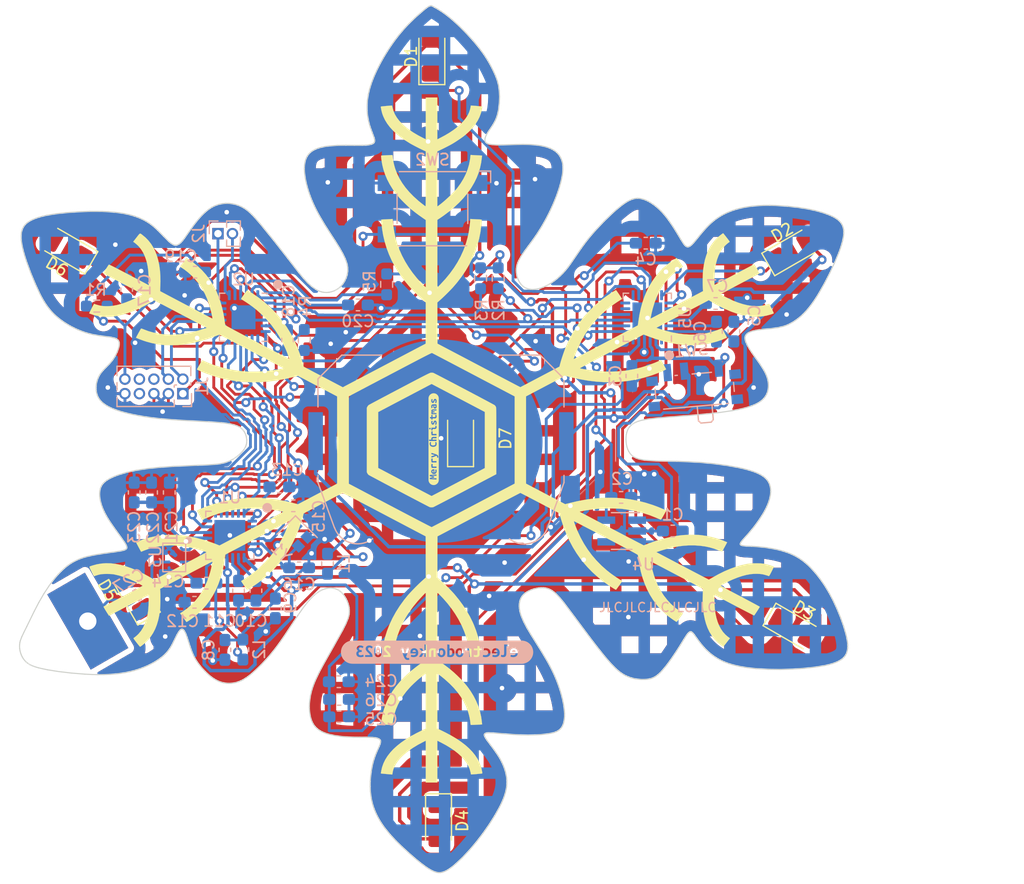
<source format=kicad_pcb>
(kicad_pcb (version 20221018) (generator pcbnew)
  (layers (0 "F.Cu" signal) (31 "B.Cu" signal) (34 "B.Paste" user) (35 "F.Paste" user) (36 "B.SilkS" user "B.Silkscreen") (37 "F.SilkS" user "F.Silkscreen") (38 "B.Mask" user) (39 "F.Mask" user) (44 "Edge.Cuts" user))
  (net 0 "")
  (net 1 "Net-(AE1-A)")
  (net 2 "Net-(BT1-+)")
  (net 3 "GND")
  (net 4 "+1V8")
  (net 5 "VCC")
  (net 6 "Net-(U5-C1-)")
  (net 7 "Net-(U5-C1+)")
  (net 8 "Net-(U5-C2-)")
  (net 9 "Net-(U5-C2+)")
  (net 10 "VOUT")
  (net 11 "VSMPS2")
  (net 12 "Net-(U1-VR_SYNTH)")
  (net 13 "Net-(U1-VREF_VCO)")
  (net 14 "Net-(U1-VR_RF)")
  (net 15 "Net-(U1-VR_DIG)")
  (net 16 "Net-(U3-TX)")
  (net 17 "Net-(U1-RX_p)")
  (net 18 "Net-(U1-XOUT)")
  (net 19 "Net-(U1-XIN)")
  (net 20 "CPU_nRST")
  (net 21 "Net-(U2-VCORE)")
  (net 22 "Net-(U3-ANT)")
  (net 23 "Net-(U1-RX_n)")
  (net 24 "Net-(D1-K)")
  (net 25 "Net-(D2-K)")
  (net 26 "Net-(D3-K)")
  (net 27 "Net-(D4-K)")
  (net 28 "Net-(D5-K)")
  (net 29 "Net-(D6-K)")
  (net 30 "Net-(D7-A)")
  (net 31 "SWDIO")
  (net 32 "SWDCLK")
  (net 36 "BSL_RX")
  (net 37 "BSL_TX")
  (net 38 "Net-(U1-SMPS1)")
  (net 39 "Net-(U1-TX)")
  (net 40 "LED_SCL")
  (net 41 "LED_SDA")
  (net 42 "Net-(U2-PA2{slash}ROSC)")
  (net 43 "STATUS_LED")
  (net 45 "BSL_INVOKE")
  (net 46 "RADIO_SHUTDN")
  (net 47 "RADIO_SDO")
  (net 48 "RADIO_SDI")
  (net 49 "RADIO_SCLK")
  (net 50 "RADIO_CSn")
  (net 51 "RADIO_SYNC")
  (net 52 "RADIO_STBY_STATUS")
  (net 53 "RADIO_RDY_STATUS")
  (net 54 "RADIO_IRQn")
  (net 55 "LED_EN")
  (net 56 "LED_nINT")
  (footprint "LED_SMD:LED_1206_3216Metric_Pad1.42x1.75mm_HandSolder" (layer "F.Cu") (at 104.8877 76.8096 150)
    (fp_text reference "D6")
    (fp_text value "LED")
  )
  (footprint "LED_SMD:LED_1206_3216Metric_Pad1.42x1.75mm_HandSolder" (layer "F.Cu") (at 137.4394 127.0397 -90)
    (fp_text reference "D4")
    (fp_text value "LED")
  )
  (footprint "LED_SMD:LED_1206_3216Metric_Pad1.42x1.75mm_HandSolder" (layer "F.Cu") (at 136.8552 59.9694 90)
    (fp_text reference "D1")
    (fp_text value "LED")
  )
  (footprint "LED_SMD:LED_1206_3216Metric_Pad1.42x1.75mm_HandSolder" (layer "F.Cu") (at 110.8456 107.0864 120)
    (fp_text reference "D5")
    (fp_text value "LED")
  )
  (footprint "LED_SMD:LED_1206_3216Metric_Pad1.42x1.75mm_HandSolder" (layer "F.Cu") (at 168.572613 110.09075 -30)
    (fp_text reference "D3")
    (fp_text value "LED")
  )
  (footprint "kibuzzard-65665DDA" (layer "F.Cu") (at 137.0114 93.5 90)
    (fp_text reference "kibuzzard-65665DDA" hide)
    (fp_text value "G***" hide)
  )
  (footprint "LED_SMD:LED_1206_3216Metric_Pad1.42x1.75mm_HandSolder" (layer "F.Cu") (at 168.4639 76.962 30)
    (fp_text reference "D2")
    (fp_text value "LED")
  )
  (footprint "snowflake:snowflake_man" (layer "F.Cu") (at 136.8298 93.5736)
    (fp_text reference "Ref**" hide)
    (fp_text value "Val**" hide)
    (fp_line (start -36.1088 18.1041) (end -36.1035 17.9284) (stroke (width 0.1)) (layer "Edge.Cuts"))
    (fp_line (start -36.1035 17.9284) (end -36.0808 17.7594) (stroke (width 0.1)) (layer "Edge.Cuts"))
    (fp_line (start -36.0966 18.2848) (end -36.1088 18.1041) (stroke (width 0.1)) (layer "Edge.Cuts"))
    (fp_line (start -36.0808 17.7594) (end -36.0411 17.5929) (stroke (width 0.1)) (layer "Edge.Cuts"))
    (fp_line (start -36.067 18.4677) (end -36.0966 18.2848) (stroke (width 0.1)) (layer "Edge.Cuts"))
    (fp_line (start -36.0411 17.5929) (end -35.9128 17.2464) (stroke (width 0.1)) (layer "Edge.Cuts"))
    (fp_line (start -36.0202 18.65) (end -36.067 18.4677) (stroke (width 0.1)) (layer "Edge.Cuts"))
    (fp_line (start -35.9718 -17.8878) (end -35.9398 -18.1983) (stroke (width 0.1)) (layer "Edge.Cuts"))
    (fp_line (start -35.9588 -17.5279) (end -35.9718 -17.8878) (stroke (width 0.1)) (layer "Edge.Cuts"))
    (fp_line (start -35.9562 18.8288) (end -36.0202 18.65) (stroke (width 0.1)) (layer "Edge.Cuts"))
    (fp_line (start -35.9398 -18.1983) (end -35.8655 -18.4647) (stroke (width 0.1)) (layer "Edge.Cuts"))
    (fp_line (start -35.9128 17.2464) (end -35.7227 16.8462) (stroke (width 0.1)) (layer "Edge.Cuts"))
    (fp_line (start -35.8995 -17.1161) (end -35.9588 -17.5279) (stroke (width 0.1)) (layer "Edge.Cuts"))
    (fp_line (start -35.8751 19.0012) (end -35.9562 18.8288) (stroke (width 0.1)) (layer "Edge.Cuts"))
    (fp_line (start -35.8655 -18.4647) (end -35.7518 -18.6921) (stroke (width 0.1)) (layer "Edge.Cuts"))
    (fp_line (start -35.7991 -16.6612) (end -35.8995 -17.1161) (stroke (width 0.1)) (layer "Edge.Cuts"))
    (fp_line (start -35.7769 19.1643) (end -35.8751 19.0012) (stroke (width 0.1)) (layer "Edge.Cuts"))
    (fp_line (start -35.7518 -18.6921) (end -35.6017 -18.8857) (stroke (width 0.1)) (layer "Edge.Cuts"))
    (fp_line (start -35.7227 16.8462) (end -35.475 16.3494) (stroke (width 0.1)) (layer "Edge.Cuts"))
    (fp_line (start -35.6645 -16.1745) (end -35.7991 -16.6612) (stroke (width 0.1)) (layer "Edge.Cuts"))
    (fp_line (start -35.6618 19.3154) (end -35.7769 19.1643) (stroke (width 0.1)) (layer "Edge.Cuts"))
    (fp_line (start -35.6017 -18.8857) (end -35.4179 -19.0509) (stroke (width 0.1)) (layer "Edge.Cuts"))
    (fp_line (start -35.529 19.4522) (end -35.6618 19.3154) (stroke (width 0.1)) (layer "Edge.Cuts"))
    (fp_line (start -35.5026 -15.6677) (end -35.6645 -16.1745) (stroke (width 0.1)) (layer "Edge.Cuts"))
    (fp_line (start -35.475 16.3494) (end -34.8224 15.012) (stroke (width 0.1)) (layer "Edge.Cuts"))
    (fp_line (start -35.4179 -19.0509) (end -35.2034 -19.1929) (stroke (width 0.1)) (layer "Edge.Cuts"))
    (fp_line (start -35.3738 19.5758) (end -35.529 19.4522) (stroke (width 0.1)) (layer "Edge.Cuts"))
    (fp_line (start -35.2034 -19.1929) (end -34.961 -19.3168) (stroke (width 0.1)) (layer "Edge.Cuts"))
    (fp_line (start -35.1908 19.6879) (end -35.3738 19.5758) (stroke (width 0.1)) (layer "Edge.Cuts"))
    (fp_line (start -35.1243 -14.6391) (end -35.5026 -15.6677) (stroke (width 0.1)) (layer "Edge.Cuts"))
    (fp_line (start -34.9745 19.7902) (end -35.1908 19.6879) (stroke (width 0.1)) (layer "Edge.Cuts"))
    (fp_line (start -34.961 -19.3168) (end -34.693 -19.4272) (stroke (width 0.1)) (layer "Edge.Cuts"))
    (fp_line (start -34.8224 15.012) (end -34.4237 14.2471) (stroke (width 0.1)) (layer "Edge.Cuts"))
    (fp_line (start -34.7194 19.8844) (end -34.9745 19.7902) (stroke (width 0.1)) (layer "Edge.Cuts"))
    (fp_line (start -34.719 -13.6671) (end -35.1243 -14.6391) (stroke (width 0.1)) (layer "Edge.Cuts"))
    (fp_line (start -34.693 -19.4272) (end -34.3991 -19.5258) (stroke (width 0.1)) (layer "Edge.Cuts"))
    (fp_line (start -34.4237 14.2471) (end -33.9808 13.4782) (stroke (width 0.1)) (layer "Edge.Cuts"))
    (fp_line (start -34.42 19.9723) (end -34.7194 19.8844) (stroke (width 0.1)) (layer "Edge.Cuts"))
    (fp_line (start -34.3991 -19.5258) (end -34.0788 -19.6134) (stroke (width 0.1)) (layer "Edge.Cuts"))
    (fp_line (start -34.3271 -12.8239) (end -34.719 -13.6671) (stroke (width 0.1)) (layer "Edge.Cuts"))
    (fp_line (start -34.1312 -12.4503) (end -34.3271 -12.8239) (stroke (width 0.1)) (layer "Edge.Cuts"))
    (fp_line (start -34.0788 -19.6134) (end -33.7311 -19.691) (stroke (width 0.1)) (layer "Edge.Cuts"))
    (fp_line (start -33.9808 13.4782) (end -33.4979 12.7466) (stroke (width 0.1)) (layer "Edge.Cuts"))
    (fp_line (start -33.9298 -12.1045) (end -34.1312 -12.4503) (stroke (width 0.1)) (layer "Edge.Cuts"))
    (fp_line (start -33.7311 -19.691) (end -32.9509 -19.8198) (stroke (width 0.1)) (layer "Edge.Cuts"))
    (fp_line (start -33.7187 -11.7836) (end -33.9298 -12.1045) (stroke (width 0.1)) (layer "Edge.Cuts"))
    (fp_line (start -33.6662 20.1359) (end -34.42 19.9723) (stroke (width 0.1)) (layer "Edge.Cuts"))
    (fp_line (start -33.4979 12.7466) (end -33.244 12.4029) (stroke (width 0.1)) (layer "Edge.Cuts"))
    (fp_line (start -33.4937 -11.4844) (end -33.7187 -11.7836) (stroke (width 0.1)) (layer "Edge.Cuts"))
    (fp_line (start -33.2506 -11.2038) (end -33.4937 -11.4844) (stroke (width 0.1)) (layer "Edge.Cuts"))
    (fp_line (start -33.244 12.4029) (end -32.9833 12.0776) (stroke (width 0.1)) (layer "Edge.Cuts"))
    (fp_line (start -32.9853 -10.9389) (end -33.2506 -11.2038) (stroke (width 0.1)) (layer "Edge.Cuts"))
    (fp_line (start -32.9833 12.0776) (end -32.7172 11.7733) (stroke (width 0.1)) (layer "Edge.Cuts"))
    (fp_line (start -32.9509 -19.8198) (end -32.0524 -19.9197) (stroke (width 0.1)) (layer "Edge.Cuts"))
    (fp_line (start -32.7172 11.7733) (end -32.4468 11.4928) (stroke (width 0.1)) (layer "Edge.Cuts"))
    (fp_line (start -32.695 -10.6873) (end -32.9853 -10.9389) (stroke (width 0.1)) (layer "Edge.Cuts"))
    (fp_line (start -32.692 20.2898) (end -33.6662 20.1359) (stroke (width 0.1)) (layer "Edge.Cuts"))
    (fp_line (start -32.4468 11.4928) (end -32.1733 11.2387) (stroke (width 0.1)) (layer "Edge.Cuts"))
    (fp_line (start -32.3828 -10.4497) (end -32.695 -10.6873) (stroke (width 0.1)) (layer "Edge.Cuts"))
    (fp_line (start -32.1733 11.2387) (end -31.8979 11.0137) (stroke (width 0.1)) (layer "Edge.Cuts"))
    (fp_line (start -32.0533 -10.2278) (end -32.3828 -10.4497) (stroke (width 0.1)) (layer "Edge.Cuts"))
    (fp_line (start -32.0524 -19.9197) (end -31.0399 -19.9948) (stroke (width 0.1)) (layer "Edge.Cuts"))
    (fp_line (start -31.8979 11.0137) (end -31.6213 10.8195) (stroke (width 0.1)) (layer "Edge.Cuts"))
    (fp_line (start -31.7109 -10.023) (end -32.0533 -10.2278) (stroke (width 0.1)) (layer "Edge.Cuts"))
    (fp_line (start -31.6213 10.8195) (end -31.3429 10.6538) (stroke (width 0.1)) (layer "Edge.Cuts"))
    (fp_line (start -31.5675 20.423) (end -32.692 20.2898) (stroke (width 0.1)) (layer "Edge.Cuts"))
    (fp_line (start -31.3602 -9.8369) (end -31.7109 -10.023) (stroke (width 0.1)) (layer "Edge.Cuts"))
    (fp_line (start -31.3429 10.6538) (end -31.0613 10.5134) (stroke (width 0.1)) (layer "Edge.Cuts"))
    (fp_line (start -31.0613 10.5134) (end -30.7753 10.395) (stroke (width 0.1)) (layer "Edge.Cuts"))
    (fp_line (start -31.0399 -19.9948) (end -29.9601 -20.036) (stroke (width 0.1)) (layer "Edge.Cuts"))
    (fp_line (start -31.0058 -9.671) (end -31.3602 -9.8369) (stroke (width 0.1)) (layer "Edge.Cuts"))
    (fp_line (start -30.7753 10.395) (end -30.4837 10.2953) (stroke (width 0.1)) (layer "Edge.Cuts"))
    (fp_line (start -30.6521 -9.5269) (end -31.0058 -9.671) (stroke (width 0.1)) (layer "Edge.Cuts"))
    (fp_line (start -30.4837 10.2953) (end -30.1853 10.2111) (stroke (width 0.1)) (layer "Edge.Cuts"))
    (fp_line (start -30.3854 20.5192) (end -31.5675 20.423) (stroke (width 0.1)) (layer "Edge.Cuts"))
    (fp_line (start -30.3037 -9.4061) (end -30.6521 -9.5269) (stroke (width 0.1)) (layer "Edge.Cuts"))
    (fp_line (start -30.1853 10.2111) (end -29.563 10.0757) (stroke (width 0.1)) (layer "Edge.Cuts"))
    (fp_line (start -29.9648 -9.3092) (end -30.3037 -9.4061) (stroke (width 0.1)) (layer "Edge.Cuts"))
    (fp_line (start -29.9601 -20.036) (end -28.8701 -20.0309) (stroke (width 0.1)) (layer "Edge.Cuts"))
    (fp_line (start -29.8018 20.5484) (end -30.3854 20.5192) (stroke (width 0.1)) (layer "Edge.Cuts"))
    (fp_line (start -29.638 -9.2333) (end -29.9648 -9.3092) (stroke (width 0.1)) (layer "Edge.Cuts"))
    (fp_line (start -29.563 10.0757) (end -28.9087 9.9663) (stroke (width 0.1)) (layer "Edge.Cuts"))
    (fp_line (start -29.4008 -4.5156) (end -29.3959 -4.716) (stroke (width 0.1)) (layer "Edge.Cuts"))
    (fp_line (start -29.3959 -4.716) (end -29.3726 -4.914) (stroke (width 0.1)) (layer "Edge.Cuts"))
    (fp_line (start -29.3865 -4.3143) (end -29.4008 -4.5156) (stroke (width 0.1)) (layer "Edge.Cuts"))
    (fp_line (start -29.3726 -4.914) (end -29.3319 -5.1082) (stroke (width 0.1)) (layer "Edge.Cuts"))
    (fp_line (start -29.3514 -4.1137) (end -29.3865 -4.3143) (stroke (width 0.1)) (layer "Edge.Cuts"))
    (fp_line (start -29.3319 -5.1082) (end -29.2746 -5.2971) (stroke (width 0.1)) (layer "Edge.Cuts"))
    (fp_line (start -29.2908 -3.9148) (end -29.3514 -4.1137) (stroke (width 0.1)) (layer "Edge.Cuts"))
    (fp_line (start -29.2746 -5.2971) (end -29.2016 -5.479) (stroke (width 0.1)) (layer "Edge.Cuts"))
    (fp_line (start -29.2387 20.5623) (end -29.8018 20.5484) (stroke (width 0.1)) (layer "Edge.Cuts"))
    (fp_line (start -29.2016 -5.479) (end -29.1137 -5.6525) (stroke (width 0.1)) (layer "Edge.Cuts"))
    (fp_line (start -29.1995 -3.7187) (end -29.2908 -3.9148) (stroke (width 0.1)) (layer "Edge.Cuts"))
    (fp_line (start -29.1137 -5.6525) (end -29.0119 -5.8161) (stroke (width 0.1)) (layer "Edge.Cuts"))
    (fp_line (start -29.0919 4.6638) (end -29.0717 4.451) (stroke (width 0.1)) (layer "Edge.Cuts"))
    (fp_line (start -29.0883 4.8952) (end -29.0919 4.6638) (stroke (width 0.1)) (layer "Edge.Cuts"))
    (fp_line (start -29.072 -3.5263) (end -29.1995 -3.7187) (stroke (width 0.1)) (layer "Edge.Cuts"))
    (fp_line (start -29.0717 4.451) (end -29.0283 4.2575) (stroke (width 0.1)) (layer "Edge.Cuts"))
    (fp_line (start -29.06 5.144) (end -29.0883 4.8952) (stroke (width 0.1)) (layer "Edge.Cuts"))
    (fp_line (start -29.0303 -9.1291) (end -29.638 -9.2333) (stroke (width 0.1)) (layer "Edge.Cuts"))
    (fp_line (start -29.0283 4.2575) (end -28.9608 4.0817) (stroke (width 0.1)) (layer "Edge.Cuts"))
    (fp_line (start -29.0119 -5.8161) (end -28.7723 -6.1137) (stroke (width 0.1)) (layer "Edge.Cuts"))
    (fp_line (start -29.0062 5.409) (end -29.06 5.144) (stroke (width 0.1)) (layer "Edge.Cuts"))
    (fp_line (start -28.9608 4.0817) (end -28.8682 3.9214) (stroke (width 0.1)) (layer "Edge.Cuts"))
    (fp_line (start -28.926 5.6889) (end -29.0062 5.409) (stroke (width 0.1)) (layer "Edge.Cuts"))
    (fp_line (start -28.9087 9.9663) (end -28.263 9.8734) (stroke (width 0.1)) (layer "Edge.Cuts"))
    (fp_line (start -28.903 -3.3388) (end -29.072 -3.5263) (stroke (width 0.1)) (layer "Edge.Cuts"))
    (fp_line (start -28.8701 -20.0309) (end -28.339 -20.0071) (stroke (width 0.1)) (layer "Edge.Cuts"))
    (fp_line (start -28.8682 3.9214) (end -28.7493 3.7743) (stroke (width 0.1)) (layer "Edge.Cuts"))
    (fp_line (start -28.8184 5.9826) (end -28.926 5.6889) (stroke (width 0.1)) (layer "Edge.Cuts"))
    (fp_line (start -28.7723 -6.1137) (end -28.5024 -6.3906) (stroke (width 0.1)) (layer "Edge.Cuts"))
    (fp_line (start -28.7493 3.7743) (end -28.6031 3.6381) (stroke (width 0.1)) (layer "Edge.Cuts"))
    (fp_line (start -28.7053 20.5594) (end -29.2387 20.5623) (stroke (width 0.1)) (layer "Edge.Cuts"))
    (fp_line (start -28.6871 -3.1571) (end -28.903 -3.3388) (stroke (width 0.1)) (layer "Edge.Cuts"))
    (fp_line (start -28.6827 6.2888) (end -28.8184 5.9826) (stroke (width 0.1)) (layer "Edge.Cuts"))
    (fp_line (start -28.6031 3.6381) (end -28.4284 3.5108) (stroke (width 0.1)) (layer "Edge.Cuts"))
    (fp_line (start -28.5179 6.6063) (end -28.6827 6.2888) (stroke (width 0.1)) (layer "Edge.Cuts"))
    (fp_line (start -28.5024 -6.3906) (end -28.224 -6.6721) (stroke (width 0.1)) (layer "Edge.Cuts"))
    (fp_line (start -28.4993 -9.0629) (end -29.0303 -9.1291) (stroke (width 0.1)) (layer "Edge.Cuts"))
    (fp_line (start -28.4284 3.5108) (end -28.2241 3.3899) (stroke (width 0.1)) (layer "Edge.Cuts"))
    (fp_line (start -28.4189 -2.9822) (end -28.6871 -3.1571) (stroke (width 0.1)) (layer "Edge.Cuts"))
    (fp_line (start -28.339 -20.0071) (end -27.8268 -19.967) (stroke (width 0.1)) (layer "Edge.Cuts"))
    (fp_line (start -28.3248 6.933) (end -28.5179 6.6063) (stroke (width 0.1)) (layer "Edge.Cuts"))
    (fp_line (start -28.263 9.8734) (end -27.6768 9.7913) (stroke (width 0.1)) (layer "Edge.Cuts"))
    (fp_line (start -28.2241 3.3899) (end -27.9891 3.2735) (stroke (width 0.1)) (layer "Edge.Cuts"))
    (fp_line (start -28.224 -6.6721) (end -27.9593 -6.9836) (stroke (width 0.1)) (layer "Edge.Cuts"))
    (fp_line (start -28.202 20.5396) (end -28.7053 20.5594) (stroke (width 0.1)) (layer "Edge.Cuts"))
    (fp_line (start -28.1108 7.2634) (end -28.3248 6.933) (stroke (width 0.1)) (layer "Edge.Cuts"))
    (fp_line (start -28.0931 -2.8152) (end -28.4189 -2.9822) (stroke (width 0.1)) (layer "Edge.Cuts"))
    (fp_line (start -28.0637 -9.004) (end -28.4993 -9.0629) (stroke (width 0.1)) (layer "Edge.Cuts"))
    (fp_line (start -27.9891 3.2735) (end -27.7223 3.1596) (stroke (width 0.1)) (layer "Edge.Cuts"))
    (fp_line (start -27.9593 -6.9836) (end -27.7284 -7.3402) (stroke (width 0.1)) (layer "Edge.Cuts"))
    (fp_line (start -27.8268 -19.967) (end -27.3391 -19.9092) (stroke (width 0.1)) (layer "Edge.Cuts"))
    (fp_line (start -27.7379 -8.9242) (end -28.0637 -9.004) (stroke (width 0.1)) (layer "Edge.Cuts"))
    (fp_line (start -27.7284 -7.3402) (end -27.5449 -7.7175) (stroke (width 0.1)) (layer "Edge.Cuts"))
    (fp_line (start -27.7269 20.5035) (end -28.202 20.5396) (stroke (width 0.1)) (layer "Edge.Cuts"))
    (fp_line (start -27.7223 3.1596) (end -27.4231 3.0489) (stroke (width 0.1)) (layer "Edge.Cuts"))
    (fp_line (start -27.706 -2.6571) (end -28.0931 -2.8152) (stroke (width 0.1)) (layer "Edge.Cuts"))
    (fp_line (start -27.6768 9.7913) (end -27.2008 9.7141) (stroke (width 0.1)) (layer "Edge.Cuts"))
    (fp_line (start -27.6566 7.9103) (end -28.1108 7.2634) (stroke (width 0.1)) (layer "Edge.Cuts"))
    (fp_line (start -27.6153 -8.8709) (end -27.7379 -8.9242) (stroke (width 0.1)) (layer "Edge.Cuts"))
    (fp_line (start -27.5449 -7.7175) (end -27.4208 -8.0807) (stroke (width 0.1)) (layer "Edge.Cuts"))
    (fp_line (start -27.5184 -8.8062) (end -27.6153 -8.8709) (stroke (width 0.1)) (layer "Edge.Cuts"))
    (fp_line (start -27.4462 -8.7281) (end -27.5184 -8.8062) (stroke (width 0.1)) (layer "Edge.Cuts"))
    (fp_line (start -27.4231 3.0489) (end -26.7243 2.8407) (stroke (width 0.1)) (layer "Edge.Cuts"))
    (fp_line (start -27.4208 -8.0807) (end -27.3847 -8.2462) (stroke (width 0.1)) (layer "Edge.Cuts"))
    (fp_line (start -27.3977 -8.6349) (end -27.4462 -8.7281) (stroke (width 0.1)) (layer "Edge.Cuts"))
    (fp_line (start -27.3847 -8.2462) (end -27.368 -8.3953) (stroke (width 0.1)) (layer "Edge.Cuts"))
    (fp_line (start -27.3719 -8.5245) (end -27.3977 -8.6349) (stroke (width 0.1)) (layer "Edge.Cuts"))
    (fp_line (start -27.368 -8.3953) (end -27.3719 -8.5245) (stroke (width 0.1)) (layer "Edge.Cuts"))
    (fp_line (start -27.3391 -19.9092) (end -26.8767 -19.8323) (stroke (width 0.1)) (layer "Edge.Cuts"))
    (fp_line (start -27.2781 20.4516) (end -27.7269 20.5035) (stroke (width 0.1)) (layer "Edge.Cuts"))
    (fp_line (start -27.261 -2.5085) (end -27.706 -2.6571) (stroke (width 0.1)) (layer "Edge.Cuts"))
    (fp_line (start -27.2277 8.4962) (end -27.6566 7.9103) (stroke (width 0.1)) (layer "Edge.Cuts"))
    (fp_line (start -27.2008 9.7141) (end -27.019 9.6748) (stroke (width 0.1)) (layer "Edge.Cuts"))
    (fp_line (start -27.019 9.6748) (end -26.8776 9.6302) (stroke (width 0.1)) (layer "Edge.Cuts"))
    (fp_line (start -26.8965 8.9709) (end -27.2277 8.4962) (stroke (width 0.1)) (layer "Edge.Cuts"))
    (fp_line (start -26.8776 9.6302) (end -26.7771 9.5754) (stroke (width 0.1)) (layer "Edge.Cuts"))
    (fp_line (start -26.8767 -19.8323) (end -26.4388 -19.7346) (stroke (width 0.1)) (layer "Edge.Cuts"))
    (fp_line (start -26.8536 20.3844) (end -27.2781 20.4516) (stroke (width 0.1)) (layer "Edge.Cuts"))
    (fp_line (start -26.7887 9.1526) (end -26.8965 8.9709) (stroke (width 0.1)) (layer "Edge.Cuts"))
    (fp_line (start -26.7771 9.5754) (end -26.7176 9.5052) (stroke (width 0.1)) (layer "Edge.Cuts"))
    (fp_line (start -26.7631 -2.3702) (end -27.261 -2.5085) (stroke (width 0.1)) (layer "Edge.Cuts"))
    (fp_line (start -26.7243 2.8407) (end -25.8871 2.6568) (stroke (width 0.1)) (layer "Edge.Cuts"))
    (fp_line (start -26.7231 9.2988) (end -26.7887 9.1526) (stroke (width 0.1)) (layer "Edge.Cuts"))
    (fp_line (start -26.7176 9.5052) (end -26.6995 9.4147) (stroke (width 0.1)) (layer "Edge.Cuts"))
    (fp_line (start -26.6995 9.4147) (end -26.7231 9.2988) (stroke (width 0.1)) (layer "Edge.Cuts"))
    (fp_line (start -26.4514 20.3024) (end -26.8536 20.3844) (stroke (width 0.1)) (layer "Edge.Cuts"))
    (fp_line (start -26.4388 -19.7346) (end -26.0245 -19.6149) (stroke (width 0.1)) (layer "Edge.Cuts"))
    (fp_line (start -26.2174 -2.2429) (end -26.7631 -2.3702) (stroke (width 0.1)) (layer "Edge.Cuts"))
    (fp_line (start -26.0698 20.206) (end -26.4514 20.3024) (stroke (width 0.1)) (layer "Edge.Cuts"))
    (fp_line (start -26.0245 -19.6149) (end -25.6332 -19.4717) (stroke (width 0.1)) (layer "Edge.Cuts"))
    (fp_line (start -25.8871 2.6568) (end -24.9058 2.5052) (stroke (width 0.1)) (layer "Edge.Cuts"))
    (fp_line (start -25.7066 20.0959) (end -26.0698 20.206) (stroke (width 0.1)) (layer "Edge.Cuts"))
    (fp_line (start -25.6332 -19.4717) (end -25.264 -19.3036) (stroke (width 0.1)) (layer "Edge.Cuts"))
    (fp_line (start -25.6288 -2.1272) (end -26.2174 -2.2429) (stroke (width 0.1)) (layer "Edge.Cuts"))
    (fp_line (start -25.3607 19.9726) (end -25.7066 20.0959) (stroke (width 0.1)) (layer "Edge.Cuts"))
    (fp_line (start -25.264 -19.3036) (end -24.9162 -19.1091) (stroke (width 0.1)) (layer "Edge.Cuts"))
    (fp_line (start -25.0325 19.838) (end -25.3607 19.9726) (stroke (width 0.1)) (layer "Edge.Cuts"))
    (fp_line (start -25.0024 -2.024) (end -25.6288 -2.1272) (stroke (width 0.1)) (layer "Edge.Cuts"))
    (fp_line (start -24.9162 -19.1091) (end -24.589 -18.8868) (stroke (width 0.1)) (layer "Edge.Cuts"))
    (fp_line (start -24.9058 2.5052) (end -23.7912 2.3911) (stroke (width 0.1)) (layer "Edge.Cuts"))
    (fp_line (start -24.7234 19.6942) (end -25.0325 19.838) (stroke (width 0.1)) (layer "Edge.Cuts"))
    (fp_line (start -24.589 -18.8868) (end -24.2817 -18.6375) (stroke (width 0.1)) (layer "Edge.Cuts"))
    (fp_line (start -24.4346 19.543) (end -24.7234 19.6942) (stroke (width 0.1)) (layer "Edge.Cuts"))
    (fp_line (start -24.3433 -1.9339) (end -25.0024 -2.024) (stroke (width 0.1)) (layer "Edge.Cuts"))
    (fp_line (start -24.2817 -18.6375) (end -23.9936 -18.3714) (stroke (width 0.1)) (layer "Edge.Cuts"))
    (fp_line (start -24.1672 19.3866) (end -24.4346 19.543) (stroke (width 0.1)) (layer "Edge.Cuts"))
    (fp_line (start -23.9936 -18.3714) (end -23.4719 -17.8378) (stroke (width 0.1)) (layer "Edge.Cuts"))
    (fp_line (start -23.9227 19.227) (end -24.1672 19.3866) (stroke (width 0.1)) (layer "Edge.Cuts"))
    (fp_line (start -23.7912 2.3911) (end -22.6194 2.3094) (stroke (width 0.1)) (layer "Edge.Cuts"))
    (fp_line (start -23.7021 19.0661) (end -23.9227 19.227) (stroke (width 0.1)) (layer "Edge.Cuts"))
    (fp_line (start -23.6566 -1.8575) (end -24.3433 -1.9339) (stroke (width 0.1)) (layer "Edge.Cuts"))
    (fp_line (start -23.5067 18.9061) (end -23.7021 19.0661) (stroke (width 0.1)) (layer "Edge.Cuts"))
    (fp_line (start -23.4719 -17.8378) (end -23.018 -17.3847) (stroke (width 0.1)) (layer "Edge.Cuts"))
    (fp_line (start -23.337 18.7484) (end -23.5067 18.9061) (stroke (width 0.1)) (layer "Edge.Cuts"))
    (fp_line (start -23.1904 18.5929) (end -23.337 18.7484) (stroke (width 0.1)) (layer "Edge.Cuts"))
    (fp_line (start -23.018 -17.3847) (end -22.8147 -17.2192) (stroke (width 0.1)) (layer "Edge.Cuts"))
    (fp_line (start -22.9538 18.2863) (end -23.1904 18.5929) (stroke (width 0.1)) (layer "Edge.Cuts"))
    (fp_line (start -22.8147 -17.2192) (end -22.6261 -17.1108) (stroke (width 0.1)) (layer "Edge.Cuts"))
    (fp_line (start -22.7708 17.9815) (end -22.9538 18.2863) (stroke (width 0.1)) (layer "Edge.Cuts"))
    (fp_line (start -22.6261 -17.1108) (end -22.537 -17.0815) (stroke (width 0.1)) (layer "Edge.Cuts"))
    (fp_line (start -22.6194 2.3094) (end -20.4732 2.2108) (stroke (width 0.1)) (layer "Edge.Cuts"))
    (fp_line (start -22.6154 17.6739) (end -22.7708 17.9815) (stroke (width 0.1)) (layer "Edge.Cuts"))
    (fp_line (start -22.537 -17.0815) (end -22.451 -17.0687) (stroke (width 0.1)) (layer "Edge.Cuts"))
    (fp_line (start -22.451 -17.0687) (end -22.3675 -17.0718) (stroke (width 0.1)) (layer "Edge.Cuts"))
    (fp_line (start -22.3675 -17.0718) (end -22.2861 -17.09) (stroke (width 0.1)) (layer "Edge.Cuts"))
    (fp_line (start -22.3197 17.0731) (end -22.6154 17.6739) (stroke (width 0.1)) (layer "Edge.Cuts"))
    (fp_line (start -22.2861 -17.09) (end -22.1273 -17.1683) (stroke (width 0.1)) (layer "Edge.Cuts"))
    (fp_line (start -22.2304 -1.7442) (end -23.6566 -1.8575) (stroke (width 0.1)) (layer "Edge.Cuts"))
    (fp_line (start -22.1776 16.8275) (end -22.3197 17.0731) (stroke (width 0.1)) (layer "Edge.Cuts"))
    (fp_line (start -22.1273 -17.1683) (end -21.9708 -17.2977) (stroke (width 0.1)) (layer "Edge.Cuts"))
    (fp_line (start -22.0413 16.6537) (end -22.1776 16.8275) (stroke (width 0.1)) (layer "Edge.Cuts"))
    (fp_line (start -21.9757 16.6015) (end -22.0413 16.6537) (stroke (width 0.1)) (layer "Edge.Cuts"))
    (fp_line (start -21.9708 -17.2977) (end -21.8126 -17.4717) (stroke (width 0.1)) (layer "Edge.Cuts"))
    (fp_line (start -21.9116 16.5742) (end -21.9757 16.6015) (stroke (width 0.1)) (layer "Edge.Cuts"))
    (fp_line (start -21.8487 16.5722) (end -21.9116 16.5742) (stroke (width 0.1)) (layer "Edge.Cuts"))
    (fp_line (start -21.8126 -17.4717) (end -21.6489 -17.6844) (stroke (width 0.1)) (layer "Edge.Cuts"))
    (fp_line (start -21.7868 16.5958) (end -21.8487 16.5722) (stroke (width 0.1)) (layer "Edge.Cuts"))
    (fp_line (start -21.7255 16.6453) (end -21.7868 16.5958) (stroke (width 0.1)) (layer "Edge.Cuts"))
    (fp_line (start -21.6646 16.7211) (end -21.7255 16.6453) (stroke (width 0.1)) (layer "Edge.Cuts"))
    (fp_line (start -21.6489 -17.6844) (end -21.2892 -18.201) (stroke (width 0.1)) (layer "Edge.Cuts"))
    (fp_line (start -21.5425 16.9532) (end -21.6646 16.7211) (stroke (width 0.1)) (layer "Edge.Cuts"))
    (fp_line (start -21.4181 17.2875) (end -21.5425 16.9532) (stroke (width 0.1)) (layer "Edge.Cuts"))
    (fp_line (start -21.2892 -18.201) (end -20.8669 -18.795) (stroke (width 0.1)) (layer "Edge.Cuts"))
    (fp_line (start -21.288 17.6916) (end -21.4181 17.2875) (stroke (width 0.1)) (layer "Edge.Cuts"))
    (fp_line (start -21.1488 18.1255) (end -21.288 17.6916) (stroke (width 0.1)) (layer "Edge.Cuts"))
    (fp_line (start -20.9972 18.5497) (end -21.1488 18.1255) (stroke (width 0.1)) (layer "Edge.Cuts"))
    (fp_line (start -20.8669 -18.795) (end -20.6325 -19.1011) (stroke (width 0.1)) (layer "Edge.Cuts"))
    (fp_line (start -20.8287 18.9336) (end -20.9972 18.5497) (stroke (width 0.1)) (layer "Edge.Cuts"))
    (fp_line (start -20.8156 -1.6655) (end -22.2304 -1.7442) (stroke (width 0.1)) (layer "Edge.Cuts"))
    (fp_line (start -20.6357 19.2843) (end -20.8287 18.9336) (stroke (width 0.1)) (layer "Edge.Cuts"))
    (fp_line (start -20.6325 -19.1011) (end -20.3839 -19.4021) (stroke (width 0.1)) (layer "Edge.Cuts"))
    (fp_line (start -20.4732 2.2108) (end -19.6607 2.1771) (stroke (width 0.1)) (layer "Edge.Cuts"))
    (fp_line (start -20.4096 19.6181) (end -20.6357 19.2843) (stroke (width 0.1)) (layer "Edge.Cuts"))
    (fp_line (start -20.3839 -19.4021) (end -20.1224 -19.6895) (stroke (width 0.1)) (layer "Edge.Cuts"))
    (fp_line (start -20.1415 19.9515) (end -20.4096 19.6181) (stroke (width 0.1)) (layer "Edge.Cuts"))
    (fp_line (start -20.1224 -19.6895) (end -19.849 -19.9549) (stroke (width 0.1)) (layer "Edge.Cuts"))
    (fp_line (start -19.849 -19.9549) (end -19.5647 -20.1899) (stroke (width 0.1)) (layer "Edge.Cuts"))
    (fp_line (start -19.8257 20.2935) (end -20.1415 19.9515) (stroke (width 0.1)) (layer "Edge.Cuts"))
    (fp_line (start -19.6607 2.1771) (end -19.0226 2.1373) (stroke (width 0.1)) (layer "Edge.Cuts"))
    (fp_line (start -19.5647 -20.1899) (end -19.2706 -20.3861) (stroke (width 0.1)) (layer "Edge.Cuts"))
    (fp_line (start -19.5141 -1.5979) (end -20.8156 -1.6655) (stroke (width 0.1)) (layer "Edge.Cuts"))
    (fp_line (start -19.4677 20.624) (end -19.8257 20.2935) (stroke (width 0.1)) (layer "Edge.Cuts"))
    (fp_line (start -19.2753 20.7764) (end -19.4677 20.624) (stroke (width 0.1)) (layer "Edge.Cuts"))
    (fp_line (start -19.2706 -20.3861) (end -18.9682 -20.537) (stroke (width 0.1)) (layer "Edge.Cuts"))
    (fp_line (start -19.0754 20.9157) (end -19.2753 20.7764) (stroke (width 0.1)) (layer "Edge.Cuts"))
    (fp_line (start -19.0226 2.1373) (end -18.5134 2.0768) (stroke (width 0.1)) (layer "Edge.Cuts"))
    (fp_line (start -18.9682 -20.537) (end -18.6608 -20.6441) (stroke (width 0.1)) (layer "Edge.Cuts"))
    (fp_line (start -18.8691 21.0384) (end -19.0754 20.9157) (stroke (width 0.1)) (layer "Edge.Cuts"))
    (fp_line (start -18.6608 -20.6441) (end -18.3517 -20.7106) (stroke (width 0.1)) (layer "Edge.Cuts"))
    (fp_line (start -18.6573 21.1412) (end -18.8691 21.0384) (stroke (width 0.1)) (layer "Edge.Cuts"))
    (fp_line (start -18.5134 2.0768) (end -18.0877 1.9813) (stroke (width 0.1)) (layer "Edge.Cuts"))
    (fp_line (start -18.4411 21.2212) (end -18.6573 21.1412) (stroke (width 0.1)) (layer "Edge.Cuts"))
    (fp_line (start -18.4278 -1.5182) (end -19.5141 -1.5979) (stroke (width 0.1)) (layer "Edge.Cuts"))
    (fp_line (start -18.3517 -20.7106) (end -18.0446 -20.74) (stroke (width 0.1)) (layer "Edge.Cuts"))
    (fp_line (start -18.2217 21.2785) (end -18.4411 21.2212) (stroke (width 0.1)) (layer "Edge.Cuts"))
    (fp_line (start -18.0877 1.9813) (end -17.7076 1.8407) (stroke (width 0.1)) (layer "Edge.Cuts"))
    (fp_line (start -18.0446 -20.74) (end -17.743 -20.7356) (stroke (width 0.1)) (layer "Edge.Cuts"))
    (fp_line (start -18.0006 21.3138) (end -18.2217 21.2785) (stroke (width 0.1)) (layer "Edge.Cuts"))
    (fp_line (start -17.9937 -1.467) (end -18.4278 -1.5182) (stroke (width 0.1)) (layer "Edge.Cuts"))
    (fp_line (start -17.7789 21.3275) (end -18.0006 21.3138) (stroke (width 0.1)) (layer "Edge.Cuts"))
    (fp_line (start -17.743 -20.7356) (end -17.4505 -20.7007) (stroke (width 0.1)) (layer "Edge.Cuts"))
    (fp_line (start -17.7076 1.8407) (end -17.3663 1.6624) (stroke (width 0.1)) (layer "Edge.Cuts"))
    (fp_line (start -17.6308 -1.4067) (end -17.9937 -1.467) (stroke (width 0.1)) (layer "Edge.Cuts"))
    (fp_line (start -17.5581 21.3205) (end -17.7789 21.3275) (stroke (width 0.1)) (layer "Edge.Cuts"))
    (fp_line (start -17.4505 -20.7007) (end -17.1707 -20.6388) (stroke (width 0.1)) (layer "Edge.Cuts"))
    (fp_line (start -17.3663 1.6624) (end -17.0643 1.4583) (stroke (width 0.1)) (layer "Edge.Cuts"))
    (fp_line (start -17.3395 21.2933) (end -17.5581 21.3205) (stroke (width 0.1)) (layer "Edge.Cuts"))
    (fp_line (start -17.3312 -1.3372) (end -17.6308 -1.4067) (stroke (width 0.1)) (layer "Edge.Cuts"))
    (fp_line (start -17.1707 -20.6388) (end -16.907 -20.5531) (stroke (width 0.1)) (layer "Edge.Cuts"))
    (fp_line (start -17.1242 21.2466) (end -17.3395 21.2933) (stroke (width 0.1)) (layer "Edge.Cuts"))
    (fp_line (start -17.0867 -1.2584) (end -17.3312 -1.3372) (stroke (width 0.1)) (layer "Edge.Cuts"))
    (fp_line (start -17.0643 1.4583) (end -16.8025 1.2405) (stroke (width 0.1)) (layer "Edge.Cuts"))
    (fp_line (start -16.9138 21.1809) (end -17.1242 21.2466) (stroke (width 0.1)) (layer "Edge.Cuts"))
    (fp_line (start -16.907 -20.5531) (end -16.6615 -20.4462) (stroke (width 0.1)) (layer "Edge.Cuts"))
    (fp_line (start -16.8893 -1.1702) (end -17.0867 -1.2584) (stroke (width 0.1)) (layer "Edge.Cuts"))
    (fp_line (start -16.8025 1.2405) (end -16.5822 1.0179) (stroke (width 0.1)) (layer "Edge.Cuts"))
    (fp_line (start -16.731 -1.0723) (end -16.8893 -1.1702) (stroke (width 0.1)) (layer "Edge.Cuts"))
    (fp_line (start -16.709 21.0972) (end -16.9138 21.1809) (stroke (width 0.1)) (layer "Edge.Cuts"))
    (fp_line (start -16.6615 -20.4462) (end -16.4302 -20.317) (stroke (width 0.1)) (layer "Edge.Cuts"))
    (fp_line (start -16.6037 -0.9646) (end -16.731 -1.0723) (stroke (width 0.1)) (layer "Edge.Cuts"))
    (fp_line (start -16.5822 1.0179) (end -16.407 0.7875) (stroke (width 0.1)) (layer "Edge.Cuts"))
    (fp_line (start -16.5091 20.9962) (end -16.709 21.0972) (stroke (width 0.1)) (layer "Edge.Cuts"))
    (fp_line (start -16.4995 -0.8471) (end -16.6037 -0.9646) (stroke (width 0.1)) (layer "Edge.Cuts"))
    (fp_line (start -16.4302 -20.317) (end -16.2078 -20.1635) (stroke (width 0.1)) (layer "Edge.Cuts"))
    (fp_line (start -16.4115 -0.7198) (end -16.4995 -0.8471) (stroke (width 0.1)) (layer "Edge.Cuts"))
    (fp_line (start -16.407 0.7875) (end -16.2811 0.5436) (stroke (width 0.1)) (layer "Edge.Cuts"))
    (fp_line (start -16.3384 -0.5846) (end -16.4115 -0.7198) (stroke (width 0.1)) (layer "Edge.Cuts"))
    (fp_line (start -16.2811 0.5436) (end -16.2379 0.4148) (stroke (width 0.1)) (layer "Edge.Cuts"))
    (fp_line (start -16.2801 -0.4434) (end -16.3384 -0.5846) (stroke (width 0.1)) (layer "Edge.Cuts"))
    (fp_line (start -16.2379 0.4148) (end -16.2087 0.2803) (stroke (width 0.1)) (layer "Edge.Cuts"))
    (fp_line (start -16.2365 -0.2983) (end -16.2801 -0.4434) (stroke (width 0.1)) (layer "Edge.Cuts"))
    (fp_line (start -16.2087 0.2803) (end -16.1935 -0.0045) (stroke (width 0.1)) (layer "Edge.Cuts"))
    (fp_line (start -16.2078 -20.1635) (end -15.9886 -19.9837) (stroke (width 0.1)) (layer "Edge.Cuts"))
    (fp_line (start -16.1935 -0.0045) (end -16.2365 -0.2983) (stroke (width 0.1)) (layer "Edge.Cuts"))
    (fp_line (start -16.1188 20.7466) (end -16.5091 20.9962) (stroke (width 0.1)) (layer "Edge.Cuts"))
    (fp_line (start -15.9886 -19.9837) (end -15.7672 -19.7755) (stroke (width 0.1)) (layer "Edge.Cuts"))
    (fp_line (start -15.7672 -19.7755) (end -15.5381 -19.5371) (stroke (width 0.1)) (layer "Edge.Cuts"))
    (fp_line (start -15.7332 20.4405) (end -16.1188 20.7466) (stroke (width 0.1)) (layer "Edge.Cuts"))
    (fp_line (start -15.5381 -19.5371) (end -15.0349 -18.9615) (stroke (width 0.1)) (layer "Edge.Cuts"))
    (fp_line (start -15.3424 20.0859) (end -15.7332 20.4405) (stroke (width 0.1)) (layer "Edge.Cuts"))
    (fp_line (start -15.0349 -18.9615) (end -13.8162 -17.4649) (stroke (width 0.1)) (layer "Edge.Cuts"))
    (fp_line (start -14.9393 19.6899) (end -15.3424 20.0859) (stroke (width 0.1)) (layer "Edge.Cuts"))
    (fp_line (start -14.5271 19.2544) (end -14.9393 19.6899) (stroke (width 0.1)) (layer "Edge.Cuts"))
    (fp_line (start -14.1116 18.7801) (end -14.5271 19.2544) (stroke (width 0.1)) (layer "Edge.Cuts"))
    (fp_line (start -13.8162 -17.4649) (end -12.5859 -15.8934) (stroke (width 0.1)) (layer "Edge.Cuts"))
    (fp_line (start -13.6987 18.2677) (end -14.1116 18.7801) (stroke (width 0.1)) (layer "Edge.Cuts"))
    (fp_line (start -13.2927 17.7195) (end -13.6987 18.2677) (stroke (width 0.1)) (layer "Edge.Cuts"))
    (fp_line (start -12.8923 17.1432) (end -13.2927 17.7195) (stroke (width 0.1)) (layer "Edge.Cuts"))
    (fp_line (start -12.5859 -15.8934) (end -11.629 -14.6568) (stroke (width 0.1)) (layer "Edge.Cuts"))
    (fp_line (start -12.0972 15.9436) (end -12.8923 17.1432) (stroke (width 0.1)) (layer "Edge.Cuts"))
    (fp_line (start -11.699 15.3438) (end -12.0972 15.9436) (stroke (width 0.1)) (layer "Edge.Cuts"))
    (fp_line (start -11.629 -14.6568) (end -11.2357 -14.1788) (stroke (width 0.1)) (layer "Edge.Cuts"))
    (fp_line (start -11.3008 14.7716) (end -11.699 15.3438) (stroke (width 0.1)) (layer "Edge.Cuts"))
    (fp_line (start -11.2357 -14.1788) (end -10.8722 -13.7831) (stroke (width 0.1)) (layer "Edge.Cuts"))
    (fp_line (start -11.1493 -23.7784) (end -11.1349 -24.0917) (stroke (width 0.1)) (layer "Edge.Cuts"))
    (fp_line (start -11.1349 -24.0917) (end -11.0898 -24.3741) (stroke (width 0.1)) (layer "Edge.Cuts"))
    (fp_line (start -11.1332 -23.4337) (end -11.1493 -23.7784) (stroke (width 0.1)) (layer "Edge.Cuts"))
    (fp_line (start -11.0898 -24.3741) (end -11.0139 -24.6266) (stroke (width 0.1)) (layer "Edge.Cuts"))
    (fp_line (start -11.0879 -23.0616) (end -11.1332 -23.4337) (stroke (width 0.1)) (layer "Edge.Cuts"))
    (fp_line (start -11.0145 -22.6668) (end -11.0879 -23.0616) (stroke (width 0.1)) (layer "Edge.Cuts"))
    (fp_line (start -11.0139 -24.6266) (end -10.9071 -24.8505) (stroke (width 0.1)) (layer "Edge.Cuts"))
    (fp_line (start -10.9145 -22.2542) (end -11.0145 -22.6668) (stroke (width 0.1)) (layer "Edge.Cuts"))
    (fp_line (start -10.9071 -24.8505) (end -10.7693 -25.047) (stroke (width 0.1)) (layer "Edge.Cuts"))
    (fp_line (start -10.9022 14.2501) (end -11.3008 14.7716) (stroke (width 0.1)) (layer "Edge.Cuts"))
    (fp_line (start -10.8722 -13.7831) (end -10.5209 -13.4629) (stroke (width 0.1)) (layer "Edge.Cuts"))
    (fp_line (start -10.789 -21.8284) (end -10.9145 -22.2542) (stroke (width 0.1)) (layer "Edge.Cuts"))
    (fp_line (start -10.7693 -25.047) (end -10.6003 -25.2174) (stroke (width 0.1)) (layer "Edge.Cuts"))
    (fp_line (start -10.7106 23.441) (end -10.7021 23.0957) (stroke (width 0.1)) (layer "Edge.Cuts"))
    (fp_line (start -10.7021 23.0957) (end -10.6692 22.7472) (stroke (width 0.1)) (layer "Edge.Cuts"))
    (fp_line (start -10.6934 23.7776) (end -10.7106 23.441) (stroke (width 0.1)) (layer "Edge.Cuts"))
    (fp_line (start -10.6692 22.7472) (end -10.613 22.4009) (stroke (width 0.1)) (layer "Edge.Cuts"))
    (fp_line (start -10.6494 24.1) (end -10.6934 23.7776) (stroke (width 0.1)) (layer "Edge.Cuts"))
    (fp_line (start -10.6395 -21.3944) (end -10.789 -21.8284) (stroke (width 0.1)) (layer "Edge.Cuts"))
    (fp_line (start -10.613 22.4009) (end -10.5349 22.061) (stroke (width 0.1)) (layer "Edge.Cuts"))
    (fp_line (start -10.6003 -25.2174) (end -10.4002 -25.3629) (stroke (width 0.1)) (layer "Edge.Cuts"))
    (fp_line (start -10.5772 24.4029) (end -10.6494 24.1) (stroke (width 0.1)) (layer "Edge.Cuts"))
    (fp_line (start -10.5349 22.061) (end -10.4359 21.7258) (stroke (width 0.1)) (layer "Edge.Cuts"))
    (fp_line (start -10.5209 -13.4629) (end -10.1762 -13.217) (stroke (width 0.1)) (layer "Edge.Cuts"))
    (fp_line (start -10.5027 13.802) (end -10.9022 14.2501) (stroke (width 0.1)) (layer "Edge.Cuts"))
    (fp_line (start -10.4756 24.6806) (end -10.5772 24.4029) (stroke (width 0.1)) (layer "Edge.Cuts"))
    (fp_line (start -10.4673 -20.9568) (end -10.6395 -21.3944) (stroke (width 0.1)) (layer "Edge.Cuts"))
    (fp_line (start -10.4359 21.7258) (end -10.3171 21.3924) (stroke (width 0.1)) (layer "Edge.Cuts"))
    (fp_line (start -10.4002 -25.3629) (end -10.1689 -25.4847) (stroke (width 0.1)) (layer "Edge.Cuts"))
    (fp_line (start -10.3435 24.9278) (end -10.4756 24.6806) (stroke (width 0.1)) (layer "Edge.Cuts"))
    (fp_line (start -10.3171 21.3924) (end -10.1797 21.0579) (stroke (width 0.1)) (layer "Edge.Cuts"))
    (fp_line (start -10.3035 13.6132) (end -10.5027 13.802) (stroke (width 0.1)) (layer "Edge.Cuts"))
    (fp_line (start -10.2736 -20.5205) (end -10.4673 -20.9568) (stroke (width 0.1)) (layer "Edge.Cuts"))
    (fp_line (start -10.1804 25.1404) (end -10.3435 24.9278) (stroke (width 0.1)) (layer "Edge.Cuts"))
    (fp_line (start -10.1797 21.0579) (end -9.8534 20.3737) (stroke (width 0.1)) (layer "Edge.Cuts"))
    (fp_line (start -10.1762 -13.217) (end -10.0054 -13.1221) (stroke (width 0.1)) (layer "Edge.Cuts"))
    (fp_line (start -10.1689 -25.4847) (end -9.9069 -25.5842) (stroke (width 0.1)) (layer "Edge.Cuts"))
    (fp_line (start -10.1061 13.4503) (end -10.3035 13.6132) (stroke (width 0.1)) (layer "Edge.Cuts"))
    (fp_line (start -10.0605 -20.0899) (end -10.2736 -20.5205) (stroke (width 0.1)) (layer "Edge.Cuts"))
    (fp_line (start -10.0054 -13.1221) (end -9.8353 -13.046) (stroke (width 0.1)) (layer "Edge.Cuts"))
    (fp_line (start -9.9896 25.3203) (end -10.1804 25.1404) (stroke (width 0.1)) (layer "Edge.Cuts"))
    (fp_line (start -9.9109 13.3124) (end -10.1061 13.4503) (stroke (width 0.1)) (layer "Edge.Cuts"))
    (fp_line (start -9.9069 -25.5842) (end -9.6172 -25.6634) (stroke (width 0.1)) (layer "Edge.Cuts"))
    (fp_line (start -9.8534 20.3737) (end -9.4659 19.6495) (stroke (width 0.1)) (layer "Edge.Cuts"))
    (fp_line (start -9.8353 -13.046) (end -9.6653 -12.9887) (stroke (width 0.1)) (layer "Edge.Cuts"))
    (fp_line (start -9.8322 -19.6675) (end -10.0605 -20.0899) (stroke (width 0.1)) (layer "Edge.Cuts"))
    (fp_line (start -9.7753 25.4708) (end -9.9896 25.3203) (stroke (width 0.1)) (layer "Edge.Cuts"))
    (fp_line (start -9.7186 13.1987) (end -9.9109 13.3124) (stroke (width 0.1)) (layer "Edge.Cuts"))
    (fp_line (start -9.6653 -12.9887) (end -9.4953 -12.9504) (stroke (width 0.1)) (layer "Edge.Cuts"))
    (fp_line (start -9.6172 -25.6634) (end -9.3036 -25.7245) (stroke (width 0.1)) (layer "Edge.Cuts"))
    (fp_line (start -9.5414 25.5953) (end -9.7753 25.4708) (stroke (width 0.1)) (layer "Edge.Cuts"))
    (fp_line (start -9.5295 13.1083) (end -9.7186 13.1987) (stroke (width 0.1)) (layer "Edge.Cuts"))
    (fp_line (start -9.4953 -12.9504) (end -9.325 -12.9308) (stroke (width 0.1)) (layer "Edge.Cuts"))
    (fp_line (start -9.4659 19.6495) (end -8.581 18.0839) (stroke (width 0.1)) (layer "Edge.Cuts"))
    (fp_line (start -9.3506 -18.8559) (end -9.8322 -19.6675) (stroke (width 0.1)) (layer "Edge.Cuts"))
    (fp_line (start -9.3441 13.0405) (end -9.5295 13.1083) (stroke (width 0.1)) (layer "Edge.Cuts"))
    (fp_line (start -9.325 -12.9308) (end -9.1556 -12.929) (stroke (width 0.1)) (layer "Edge.Cuts"))
    (fp_line (start -9.3036 -25.7245) (end -8.9699 -25.7694) (stroke (width 0.1)) (layer "Edge.Cuts"))
    (fp_line (start -9.2921 25.6969) (end -9.5414 25.5953) (stroke (width 0.1)) (layer "Edge.Cuts"))
    (fp_line (start -9.163 12.9945) (end -9.3441 13.0405) (stroke (width 0.1)) (layer "Edge.Cuts"))
    (fp_line (start -9.1556 -12.929) (end -8.9884 -12.9441) (stroke (width 0.1)) (layer "Edge.Cuts"))
    (fp_line (start -9.0314 25.779) (end -9.2921 25.6969) (stroke (width 0.1)) (layer "Edge.Cuts"))
    (fp_line (start -8.9884 -12.9441) (end -8.8246 -12.9748) (stroke (width 0.1)) (layer "Edge.Cuts"))
    (fp_line (start -8.9864 12.9694) (end -9.163 12.9945) (stroke (width 0.1)) (layer "Edge.Cuts"))
    (fp_line (start -8.9699 -25.7694) (end -8.2565 -25.8197) (stroke (width 0.1)) (layer "Edge.Cuts"))
    (fp_line (start -8.8691 -18.103) (end -9.3506 -18.8559) (stroke (width 0.1)) (layer "Edge.Cuts"))
    (fp_line (start -8.8246 -12.9748) (end -8.5128 -13.079) (stroke (width 0.1)) (layer "Edge.Cuts"))
    (fp_line (start -8.8151 12.9644) (end -8.9864 12.9694) (stroke (width 0.1)) (layer "Edge.Cuts"))
    (fp_line (start -8.6492 12.9793) (end -8.8151 12.9644) (stroke (width 0.1)) (layer "Edge.Cuts"))
    (fp_line (start -8.581 18.0839) (end -7.7856 16.6587) (stroke (width 0.1)) (layer "Edge.Cuts"))
    (fp_line (start -8.5128 -13.079) (end -8.2308 -13.2328) (stroke (width 0.1)) (layer "Edge.Cuts"))
    (fp_line (start -8.4925 25.898) (end -9.0314 25.779) (stroke (width 0.1)) (layer "Edge.Cuts"))
    (fp_line (start -8.4893 13.0136) (end -8.6492 12.9793) (stroke (width 0.1)) (layer "Edge.Cuts"))
    (fp_line (start -8.4277 -17.4258) (end -8.8691 -18.103) (stroke (width 0.1)) (layer "Edge.Cuts"))
    (fp_line (start -8.3356 13.067) (end -8.4893 13.0136) (stroke (width 0.1)) (layer "Edge.Cuts"))
    (fp_line (start -8.2565 -25.8197) (end -7.5069 -25.8315) (stroke (width 0.1)) (layer "Edge.Cuts"))
    (fp_line (start -8.2308 -13.2328) (end -7.987 -13.428) (stroke (width 0.1)) (layer "Edge.Cuts"))
    (fp_line (start -8.1887 13.1393) (end -8.3356 13.067) (stroke (width 0.1)) (layer "Edge.Cuts"))
    (fp_line (start -8.0598 -16.8363) (end -8.4277 -17.4258) (stroke (width 0.1)) (layer "Edge.Cuts"))
    (fp_line (start -8.0487 13.2301) (end -8.1887 13.1393) (stroke (width 0.1)) (layer "Edge.Cuts"))
    (fp_line (start -7.987 -13.428) (end -7.7821 -13.6573) (stroke (width 0.1)) (layer "Edge.Cuts"))
    (fp_line (start -7.9508 25.9754) (end -8.4925 25.898) (stroke (width 0.1)) (layer "Edge.Cuts"))
    (fp_line (start -7.9163 13.3391) (end -8.0487 13.2301) (stroke (width 0.1)) (layer "Edge.Cuts"))
    (fp_line (start -7.7916 13.4659) (end -7.9163 13.3391) (stroke (width 0.1)) (layer "Edge.Cuts"))
    (fp_line (start -7.7856 16.6587) (end -7.5077 16.1075) (stroke (width 0.1)) (layer "Edge.Cuts"))
    (fp_line (start -7.7821 -13.6573) (end -7.6152 -13.9136) (stroke (width 0.1)) (layer "Edge.Cuts"))
    (fp_line (start -7.7701 -16.3251) (end -8.0598 -16.8363) (stroke (width 0.1)) (layer "Edge.Cuts"))
    (fp_line (start -7.6753 13.6099) (end -7.7916 13.4659) (stroke (width 0.1)) (layer "Edge.Cuts"))
    (fp_line (start -7.6152 -13.9136) (end -7.4848 -14.19) (stroke (width 0.1)) (layer "Edge.Cuts"))
    (fp_line (start -7.5685 13.7687) (end -7.6753 13.6099) (stroke (width 0.1)) (layer "Edge.Cuts"))
    (fp_line (start -7.5568 -15.878) (end -7.7701 -16.3251) (stroke (width 0.1)) (layer "Edge.Cuts"))
    (fp_line (start -7.5077 16.1075) (end -7.3219 15.6525) (stroke (width 0.1)) (layer "Edge.Cuts"))
    (fp_line (start -7.5069 -25.8315) (end -6.7567 -25.8239) (stroke (width 0.1)) (layer "Edge.Cuts"))
    (fp_line (start -7.4848 -14.19) (end -7.3918 -14.4806) (stroke (width 0.1)) (layer "Edge.Cuts"))
    (fp_line (start -7.4727 13.9396) (end -7.5685 13.7687) (stroke (width 0.1)) (layer "Edge.Cuts"))
    (fp_line (start -7.4176 -15.4802) (end -7.5568 -15.878) (stroke (width 0.1)) (layer "Edge.Cuts"))
    (fp_line (start -7.4071 26.0214) (end -7.9508 25.9754) (stroke (width 0.1)) (layer "Edge.Cuts"))
    (fp_line (start -7.3918 -14.4806) (end -7.3436 -14.7882) (stroke (width 0.1)) (layer "Edge.Cuts"))
    (fp_line (start -7.3892 14.1198) (end -7.4727 13.9396) (stroke (width 0.1)) (layer "Edge.Cuts"))
    (fp_line (start -7.375 -15.2956) (end -7.4176 -15.4802) (stroke (width 0.1)) (layer "Edge.Cuts"))
    (fp_line (start -7.3492 -15.1193) (end -7.375 -15.2956) (stroke (width 0.1)) (layer "Edge.Cuts"))
    (fp_line (start -7.3436 -14.7882) (end -7.3492 -15.1193) (stroke (width 0.1)) (layer "Edge.Cuts"))
    (fp_line (start -7.3219 15.6525) (end -7.2619 15.4493) (stroke (width 0.1)) (layer "Edge.Cuts"))
    (fp_line (start -7.3194 14.3068) (end -7.3892 14.1198) (stroke (width 0.1)) (layer "Edge.Cuts"))
    (fp_line (start -7.2646 14.4976) (end -7.3194 14.3068) (stroke (width 0.1)) (layer "Edge.Cuts"))
    (fp_line (start -7.2619 15.4493) (end -7.223 15.256) (stroke (width 0.1)) (layer "Edge.Cuts"))
    (fp_line (start -7.2263 14.6897) (end -7.2646 14.4976) (stroke (width 0.1)) (layer "Edge.Cuts"))
    (fp_line (start -7.223 15.256) (end -7.2045 15.0679) (stroke (width 0.1)) (layer "Edge.Cuts"))
    (fp_line (start -7.2059 14.8803) (end -7.2263 14.6897) (stroke (width 0.1)) (layer "Edge.Cuts"))
    (fp_line (start -7.2045 15.0679) (end -7.2059 14.8803) (stroke (width 0.1)) (layer "Edge.Cuts"))
    (fp_line (start -6.8554 26.0432) (end -7.4071 26.0214) (stroke (width 0.1)) (layer "Edge.Cuts"))
    (fp_line (start -6.7567 -25.8239) (end -6.0659 -25.8252) (stroke (width 0.1)) (layer "Edge.Cuts"))
    (fp_line (start -6.2899 26.0476) (end -6.8554 26.0432) (stroke (width 0.1)) (layer "Edge.Cuts"))
    (fp_line (start -6.0659 -25.8252) (end -5.7634 -25.8387) (stroke (width 0.1)) (layer "Edge.Cuts"))
    (fp_line (start -5.7634 -25.8387) (end -5.5005 -25.8658) (stroke (width 0.1)) (layer "Edge.Cuts"))
    (fp_line (start -5.7163 26.0454) (end -6.2899 26.0476) (stroke (width 0.1)) (layer "Edge.Cuts"))
    (fp_line (start -5.6527 -29.3184) (end -5.6211 -29.7752) (stroke (width 0.1)) (layer "Edge.Cuts"))
    (fp_line (start -5.6487 -28.8887) (end -5.6527 -29.3184) (stroke (width 0.1)) (layer "Edge.Cuts"))
    (fp_line (start -5.6211 -29.7752) (end -5.5486 -30.2585) (stroke (width 0.1)) (layer "Edge.Cuts"))
    (fp_line (start -5.6147 -28.487) (end -5.6487 -28.8887) (stroke (width 0.1)) (layer "Edge.Cuts"))
    (fp_line (start -5.556 -28.1137) (end -5.6147 -28.487) (stroke (width 0.1)) (layer "Edge.Cuts"))
    (fp_line (start -5.5486 -30.2585) (end -5.4296 -30.7678) (stroke (width 0.1)) (layer "Edge.Cuts"))
    (fp_line (start -5.5005 -25.8658) (end -5.2854 -25.9103) (stroke (width 0.1)) (layer "Edge.Cuts"))
    (fp_line (start -5.4783 -27.7695) (end -5.556 -28.1137) (stroke (width 0.1)) (layer "Edge.Cuts"))
    (fp_line (start -5.4296 -30.7678) (end -5.2608 -31.301) (stroke (width 0.1)) (layer "Edge.Cuts"))
    (fp_line (start -5.3868 -27.4551) (end -5.4783 -27.7695) (stroke (width 0.1)) (layer "Edge.Cuts"))
    (fp_line (start -5.3803 30.3622) (end -5.3735 29.9317) (stroke (width 0.1)) (layer "Edge.Cuts"))
    (fp_line (start -5.3735 29.9317) (end -5.3439 29.5035) (stroke (width 0.1)) (layer "Edge.Cuts"))
    (fp_line (start -5.3622 30.7884) (end -5.3803 30.3622) (stroke (width 0.1)) (layer "Edge.Cuts"))
    (fp_line (start -5.3439 29.5035) (end -5.2933 29.0841) (stroke (width 0.1)) (layer "Edge.Cuts"))
    (fp_line (start -5.3173 31.2038) (end -5.3622 30.7884) (stroke (width 0.1)) (layer "Edge.Cuts"))
    (fp_line (start -5.2933 29.0841) (end -5.2237 28.6799) (stroke (width 0.1)) (layer "Edge.Cuts"))
    (fp_line (start -5.2854 -25.9103) (end -5.1265 -25.976) (stroke (width 0.1)) (layer "Edge.Cuts"))
    (fp_line (start -5.2608 -31.301) (end -5.0471 -31.8509) (stroke (width 0.1)) (layer "Edge.Cuts"))
    (fp_line (start -5.2443 31.6032) (end -5.3173 31.2038) (stroke (width 0.1)) (layer "Edge.Cuts"))
    (fp_line (start -5.2237 28.6799) (end -5.1371 28.2975) (stroke (width 0.1)) (layer "Edge.Cuts"))
    (fp_line (start -5.1896 -26.9163) (end -5.3868 -27.4551) (stroke (width 0.1)) (layer "Edge.Cuts"))
    (fp_line (start -5.1865 26.0616) (end -5.7163 26.0454) (stroke (width 0.1)) (layer "Edge.Cuts"))
    (fp_line (start -5.1445 31.9863) (end -5.2443 31.6032) (stroke (width 0.1)) (layer "Edge.Cuts"))
    (fp_line (start -5.1371 28.2975) (end -5.0355 27.9435) (stroke (width 0.1)) (layer "Edge.Cuts"))
    (fp_line (start -5.1265 -25.976) (end -5.0703 -26.0179) (stroke (width 0.1)) (layer "Edge.Cuts"))
    (fp_line (start -5.0703 -26.0179) (end -5.029 -26.0662) (stroke (width 0.1)) (layer "Edge.Cuts"))
    (fp_line (start -5.0471 -31.8509) (end -4.7957 -32.409) (stroke (width 0.1)) (layer "Edge.Cuts"))
    (fp_line (start -5.0355 27.9435) (end -4.9219 27.623) (stroke (width 0.1)) (layer "Edge.Cuts"))
    (fp_line (start -5.032 -26.4938) (end -5.1896 -26.9163) (stroke (width 0.1)) (layer "Edge.Cuts"))
    (fp_line (start -5.029 -26.0662) (end -4.9868 -26.1821) (stroke (width 0.1)) (layer "Edge.Cuts"))
    (fp_line (start -5.0199 32.354) (end -5.1445 31.9863) (stroke (width 0.1)) (layer "Edge.Cuts"))
    (fp_line (start -4.9908 -26.3244) (end -5.032 -26.4938) (stroke (width 0.1)) (layer "Edge.Cuts"))
    (fp_line (start -4.9868 -26.1821) (end -4.9908 -26.3244) (stroke (width 0.1)) (layer "Edge.Cuts"))
    (fp_line (start -4.9578 26.0857) (end -5.1865 26.0616) (stroke (width 0.1)) (layer "Edge.Cuts"))
    (fp_line (start -4.9219 27.623) (end -4.8042 27.3363) (stroke (width 0.1)) (layer "Edge.Cuts"))
    (fp_line (start -4.8726 32.7074) (end -5.0199 32.354) (stroke (width 0.1)) (layer "Edge.Cuts"))
    (fp_line (start -4.8042 27.3363) (end -4.5921 26.8599) (stroke (width 0.1)) (layer "Edge.Cuts"))
    (fp_line (start -4.7957 -32.409) (end -4.5136 -32.9667) (stroke (width 0.1)) (layer "Edge.Cuts"))
    (fp_line (start -4.7638 26.1251) (end -4.9578 26.0857) (stroke (width 0.1)) (layer "Edge.Cuts"))
    (fp_line (start -4.7044 33.0475) (end -4.8726 32.7074) (stroke (width 0.1)) (layer "Edge.Cuts"))
    (fp_line (start -4.6124 26.1836) (end -4.7638 26.1251) (stroke (width 0.1)) (layer "Edge.Cuts"))
    (fp_line (start -4.5921 26.8599) (end -4.5156 26.668) (stroke (width 0.1)) (layer "Edge.Cuts"))
    (fp_line (start -4.5174 33.3752) (end -4.7044 33.0475) (stroke (width 0.1)) (layer "Edge.Cuts"))
    (fp_line (start -4.5156 26.668) (end -4.4707 26.5055) (stroke (width 0.1)) (layer "Edge.Cuts"))
    (fp_line (start -4.5136 -32.9667) (end -4.2078 -33.5155) (stroke (width 0.1)) (layer "Edge.Cuts"))
    (fp_line (start -4.5115 26.2646) (end -4.6124 26.1836) (stroke (width 0.1)) (layer "Edge.Cuts"))
    (fp_line (start -4.4822 26.3147) (end -4.5115 26.2646) (stroke (width 0.1)) (layer "Edge.Cuts"))
    (fp_line (start -4.4707 26.5055) (end -4.4664 26.3714) (stroke (width 0.1)) (layer "Edge.Cuts"))
    (fp_line (start -4.4664 26.3714) (end -4.4822 26.3147) (stroke (width 0.1)) (layer "Edge.Cuts"))
    (fp_line (start -4.3136 33.6916) (end -4.5174 33.3752) (stroke (width 0.1)) (layer "Edge.Cuts"))
    (fp_line (start -4.2078 -33.5155) (end -3.8855 -34.047) (stroke (width 0.1)) (layer "Edge.Cuts"))
    (fp_line (start -4.0949 33.9976) (end -4.3136 33.6916) (stroke (width 0.1)) (layer "Edge.Cuts"))
    (fp_line (start -3.8855 -34.047) (end -3.5537 -34.5524) (stroke (width 0.1)) (layer "Edge.Cuts"))
    (fp_line (start -3.6205 34.5821) (end -4.0949 33.9976) (stroke (width 0.1)) (layer "Edge.Cuts"))
    (fp_line (start -3.5537 -34.5524) (end -3.2195 -35.0234) (stroke (width 0.1)) (layer "Edge.Cuts"))
    (fp_line (start -3.2195 -35.0234) (end -2.8894 -35.4531) (stroke (width 0.1)) (layer "Edge.Cuts"))
    (fp_line (start -3.1082 35.1338) (end -3.6205 34.5821) (stroke (width 0.1)) (layer "Edge.Cuts"))
    (fp_line (start -2.8894 -35.4531) (end -2.5675 -35.8413) (stroke (width 0.1)) (layer "Edge.Cuts"))
    (fp_line (start -2.5713 35.6575) (end -3.1082 35.1338) (stroke (width 0.1)) (layer "Edge.Cuts"))
    (fp_line (start -2.5675 -35.8413) (end -2.2572 -36.1899) (stroke (width 0.1)) (layer "Edge.Cuts"))
    (fp_line (start -2.2572 -36.1899) (end -1.9621 -36.5004) (stroke (width 0.1)) (layer "Edge.Cuts"))
    (fp_line (start -2.0234 36.1577) (end -2.5713 35.6575) (stroke (width 0.1)) (layer "Edge.Cuts"))
    (fp_line (start -1.9621 -36.5004) (end -1.4312 -37.0139) (stroke (width 0.1)) (layer "Edge.Cuts"))
    (fp_line (start -1.4782 36.6345) (end -2.0234 36.1577) (stroke (width 0.1)) (layer "Edge.Cuts"))
    (fp_line (start -1.4312 -37.0139) (end -1.0026 -37.395) (stroke (width 0.1)) (layer "Edge.Cuts"))
    (fp_line (start -1.0026 -37.395) (end -0.4878 -37.8293) (stroke (width 0.1)) (layer "Edge.Cuts"))
    (fp_line (start -0.9502 37.0685) (end -1.4782 36.6345) (stroke (width 0.1)) (layer "Edge.Cuts"))
    (fp_line (start -0.4878 -37.8293) (end -0.2596 -37.9878) (stroke (width 0.1)) (layer "Edge.Cuts"))
    (fp_line (start -0.4541 37.4356) (end -0.9502 37.0685) (stroke (width 0.1)) (layer "Edge.Cuts"))
    (fp_line (start -0.2596 -37.9878) (end -0.1229 -38.0434) (stroke (width 0.1)) (layer "Edge.Cuts"))
    (fp_line (start -0.2227 37.5865) (end -0.4541 37.4356) (stroke (width 0.1)) (layer "Edge.Cuts"))
    (fp_line (start -0.1229 -38.0434) (end -0.0401 -38.0583) (stroke (width 0.1)) (layer "Edge.Cuts"))
    (fp_line (start -0.0401 -38.0583) (end 0.0256 -38.0434) (stroke (width 0.1)) (layer "Edge.Cuts"))
    (fp_line (start -0.0049 37.7116) (end -0.2227 37.5865) (stroke (width 0.1)) (layer "Edge.Cuts"))
    (fp_line (start 0.0256 -38.0434) (end 0.2645 -37.9142) (stroke (width 0.1)) (layer "Edge.Cuts"))
    (fp_line (start 0.1987 37.8083) (end -0.0049 37.7116) (stroke (width 0.1)) (layer "Edge.Cuts"))
    (fp_line (start 0.2645 -37.9142) (end 0.2645 -37.9142) (stroke (width 0.1)) (layer "Edge.Cuts"))
    (fp_line (start 0.2645 -37.9142) (end 0.2645 -37.9142) (stroke (width 0.1)) (layer "Edge.Cuts"))
    (fp_line (start 0.2645 -37.9142) (end 0.5145 -37.7722) (stroke (width 0.1)) (layer "Edge.Cuts"))
    (fp_line (start 0.3915 37.8747) (end 0.1987 37.8083) (stroke (width 0.1)) (layer "Edge.Cuts"))
    (fp_line (start 0.5145 -37.7722) (end 0.8589 -37.5565) (stroke (width 0.1)) (layer "Edge.Cuts"))
    (fp_line (start 0.5784 37.9095) (end 0.3915 37.8747) (stroke (width 0.1)) (layer "Edge.Cuts"))
    (fp_line (start 0.7641 37.9111) (end 0.5784 37.9095) (stroke (width 0.1)) (layer "Edge.Cuts"))
    (fp_line (start 0.8589 -37.5565) (end 1.2917 -37.2488) (stroke (width 0.1)) (layer "Edge.Cuts"))
    (fp_line (start 0.9532 37.8781) (end 0.7641 37.9111) (stroke (width 0.1)) (layer "Edge.Cuts"))
    (fp_line (start 1.1505 37.809) (end 0.9532 37.8781) (stroke (width 0.1)) (layer "Edge.Cuts"))
    (fp_line (start 1.2917 -37.2488) (end 1.807 -36.831) (stroke (width 0.1)) (layer "Edge.Cuts"))
    (fp_line (start 1.3606 37.7025) (end 1.1505 37.809) (stroke (width 0.1)) (layer "Edge.Cuts"))
    (fp_line (start 1.5884 37.5569) (end 1.3606 37.7025) (stroke (width 0.1)) (layer "Edge.Cuts"))
    (fp_line (start 1.807 -36.831) (end 2.3922 -36.2957) (stroke (width 0.1)) (layer "Edge.Cuts"))
    (fp_line (start 1.837 37.3717) (end 1.5884 37.5569) (stroke (width 0.1)) (layer "Edge.Cuts"))
    (fp_line (start 2.1045 37.1495) (end 1.837 37.3717) (stroke (width 0.1)) (layer "Edge.Cuts"))
    (fp_line (start 2.3922 -36.2957) (end 3.0075 -35.6783) (stroke (width 0.1)) (layer "Edge.Cuts"))
    (fp_line (start 2.6818 36.6087) (end 2.1045 37.1495) (stroke (width 0.1)) (layer "Edge.Cuts"))
    (fp_line (start 3.0075 -35.6783) (end 3.6065 -35.0253) (stroke (width 0.1)) (layer "Edge.Cuts"))
    (fp_line (start 3.292 35.9626) (end 2.6818 36.6087) (stroke (width 0.1)) (layer "Edge.Cuts"))
    (fp_line (start 3.6065 -35.0253) (end 4.1427 -34.3828) (stroke (width 0.1)) (layer "Edge.Cuts"))
    (fp_line (start 3.907 35.2396) (end 3.292 35.9626) (stroke (width 0.1)) (layer "Edge.Cuts"))
    (fp_line (start 4.1427 -34.3828) (end 4.5807 -33.7889) (stroke (width 0.1)) (layer "Edge.Cuts"))
    (fp_line (start 4.5001 34.4686) (end 3.907 35.2396) (stroke (width 0.1)) (layer "Edge.Cuts"))
    (fp_line (start 4.5807 -33.7889) (end 4.9281 -33.2482) (stroke (width 0.1)) (layer "Edge.Cuts"))
    (fp_line (start 4.6192 25.8776) (end 4.6556 25.9904) (stroke (width 0.1)) (layer "Edge.Cuts"))
    (fp_line (start 4.6232 25.7917) (end 4.6192 25.8776) (stroke (width 0.1)) (layer "Edge.Cuts"))
    (fp_line (start 4.6556 25.9904) (end 4.7324 26.132) (stroke (width 0.1)) (layer "Edge.Cuts"))
    (fp_line (start 4.6661 25.7296) (end 4.6232 25.7917) (stroke (width 0.1)) (layer "Edge.Cuts"))
    (fp_line (start 4.6743 -26.3392) (end 4.6792 -26.2335) (stroke (width 0.1)) (layer "Edge.Cuts"))
    (fp_line (start 4.6792 -26.2335) (end 4.7104 -26.1403) (stroke (width 0.1)) (layer "Edge.Cuts"))
    (fp_line (start 4.6929 -26.4554) (end 4.6743 -26.3392) (stroke (width 0.1)) (layer "Edge.Cuts"))
    (fp_line (start 4.7104 -26.1403) (end 4.7706 -26.0613) (stroke (width 0.1)) (layer "Edge.Cuts"))
    (fp_line (start 4.7324 -26.5807) (end 4.6929 -26.4554) (stroke (width 0.1)) (layer "Edge.Cuts"))
    (fp_line (start 4.7324 26.132) (end 4.844 26.3003) (stroke (width 0.1)) (layer "Edge.Cuts"))
    (fp_line (start 4.7463 25.6884) (end 4.6661 25.7296) (stroke (width 0.1)) (layer "Edge.Cuts"))
    (fp_line (start 4.7706 -26.0613) (end 4.8615 -25.9975) (stroke (width 0.1)) (layer "Edge.Cuts"))
    (fp_line (start 4.79 -26.7131) (end 4.7324 -26.5807) (stroke (width 0.1)) (layer "Edge.Cuts"))
    (fp_line (start 4.844 26.3003) (end 5.143 26.7036) (stroke (width 0.1)) (layer "Edge.Cuts"))
    (fp_line (start 4.8615 -25.9975) (end 4.9822 -25.9481) (stroke (width 0.1)) (layer "Edge.Cuts"))
    (fp_line (start 4.8625 25.665) (end 4.7463 25.6884) (stroke (width 0.1)) (layer "Edge.Cuts"))
    (fp_line (start 4.9281 -33.2482) (end 5.2036 -32.7571) (stroke (width 0.1)) (layer "Edge.Cuts"))
    (fp_line (start 4.9493 -26.9926) (end 4.79 -26.7131) (stroke (width 0.1)) (layer "Edge.Cuts"))
    (fp_line (start 4.9822 -25.9481) (end 5.1309 -25.9114) (stroke (width 0.1)) (layer "Edge.Cuts"))
    (fp_line (start 5.0131 25.6563) (end 4.8625 25.665) (stroke (width 0.1)) (layer "Edge.Cuts"))
    (fp_line (start 5.0504 33.6809) (end 4.5001 34.4686) (stroke (width 0.1)) (layer "Edge.Cuts"))
    (fp_line (start 5.1309 -25.9114) (end 5.3057 -25.8858) (stroke (width 0.1)) (layer "Edge.Cuts"))
    (fp_line (start 5.143 26.7036) (end 5.4957 27.1737) (stroke (width 0.1)) (layer "Edge.Cuts"))
    (fp_line (start 5.2036 -32.7571) (end 5.4258 -32.312) (stroke (width 0.1)) (layer "Edge.Cuts"))
    (fp_line (start 5.3057 -25.8858) (end 5.7265 -25.8619) (stroke (width 0.1)) (layer "Edge.Cuts"))
    (fp_line (start 5.3646 -27.6077) (end 4.9493 -26.9926) (stroke (width 0.1)) (layer "Edge.Cuts"))
    (fp_line (start 5.4114 25.6709) (end 5.0131 25.6563) (stroke (width 0.1)) (layer "Edge.Cuts"))
    (fp_line (start 5.4258 -32.312) (end 5.6098 -31.9047) (stroke (width 0.1)) (layer "Edge.Cuts"))
    (fp_line (start 5.4957 27.1737) (end 5.8454 27.6842) (stroke (width 0.1)) (layer "Edge.Cuts"))
    (fp_line (start 5.5385 32.9087) (end 5.0504 33.6809) (stroke (width 0.1)) (layer "Edge.Cuts"))
    (fp_line (start 5.5723 -27.9793) (end 5.3646 -27.6077) (stroke (width 0.1)) (layer "Edge.Cuts"))
    (fp_line (start 5.6098 -31.9047) (end 5.7572 -31.5086) (stroke (width 0.1)) (layer "Edge.Cuts"))
    (fp_line (start 5.6654 -28.1901) (end 5.5723 -27.9793) (stroke (width 0.1)) (layer "Edge.Cuts"))
    (fp_line (start 5.7265 -25.8619) (end 6.2302 -25.8638) (stroke (width 0.1)) (layer "Edge.Cuts"))
    (fp_line (start 5.7475 -28.4212) (end 5.6654 -28.1901) (stroke (width 0.1)) (layer "Edge.Cuts"))
    (fp_line (start 5.7572 -31.5086) (end 5.8661 -31.0927) (stroke (width 0.1)) (layer "Edge.Cuts"))
    (fp_line (start 5.8158 -28.6738) (end 5.7475 -28.4212) (stroke (width 0.1)) (layer "Edge.Cuts"))
    (fp_line (start 5.8454 27.6842) (end 6.0024 27.9469) (stroke (width 0.1)) (layer "Edge.Cuts"))
    (fp_line (start 5.8661 -31.0927) (end 5.9345 -30.6258) (stroke (width 0.1)) (layer "Edge.Cuts"))
    (fp_line (start 5.8704 -28.9437) (end 5.8158 -28.6738) (stroke (width 0.1)) (layer "Edge.Cuts"))
    (fp_line (start 5.9345 -30.6258) (end 5.9603 -30.0894) (stroke (width 0.1)) (layer "Edge.Cuts"))
    (fp_line (start 5.9402 -29.5142) (end 5.8704 -28.9437) (stroke (width 0.1)) (layer "Edge.Cuts"))
    (fp_line (start 5.9449 32.184) (end 5.5385 32.9087) (stroke (width 0.1)) (layer "Edge.Cuts"))
    (fp_line (start 5.9603 -30.0894) (end 5.9402 -29.5142) (stroke (width 0.1)) (layer "Edge.Cuts"))
    (fp_line (start 6.0024 27.9469) (end 6.1434 28.2125) (stroke (width 0.1)) (layer "Edge.Cuts"))
    (fp_line (start 6.112 31.8484) (end 5.9449 32.184) (stroke (width 0.1)) (layer "Edge.Cuts"))
    (fp_line (start 6.1434 28.2125) (end 6.2674 28.4803) (stroke (width 0.1)) (layer "Edge.Cuts"))
    (fp_line (start 6.2302 -25.8638) (end 7.4061 -25.8969) (stroke (width 0.1)) (layer "Edge.Cuts"))
    (fp_line (start 6.254 31.53) (end 6.112 31.8484) (stroke (width 0.1)) (layer "Edge.Cuts"))
    (fp_line (start 6.2674 28.4803) (end 6.3735 28.75) (stroke (width 0.1)) (layer "Edge.Cuts"))
    (fp_line (start 6.3714 31.2262) (end 6.254 31.53) (stroke (width 0.1)) (layer "Edge.Cuts"))
    (fp_line (start 6.3735 28.75) (end 6.4607 29.0208) (stroke (width 0.1)) (layer "Edge.Cuts"))
    (fp_line (start 6.4607 29.0208) (end 6.5279 29.2922) (stroke (width 0.1)) (layer "Edge.Cuts"))
    (fp_line (start 6.4644 30.9344) (end 6.3714 31.2262) (stroke (width 0.1)) (layer "Edge.Cuts"))
    (fp_line (start 6.5227 25.7598) (end 5.4114 25.6709) (stroke (width 0.1)) (layer "Edge.Cuts"))
    (fp_line (start 6.5279 29.2922) (end 6.5742 29.5636) (stroke (width 0.1)) (layer "Edge.Cuts"))
    (fp_line (start 6.5333 30.6519) (end 6.4644 30.9344) (stroke (width 0.1)) (layer "Edge.Cuts"))
    (fp_line (start 6.5742 29.5636) (end 6.5986 29.8344) (stroke (width 0.1)) (layer "Edge.Cuts"))
    (fp_line (start 6.5785 30.3762) (end 6.5333 30.6519) (stroke (width 0.1)) (layer "Edge.Cuts"))
    (fp_line (start 6.5986 29.8344) (end 6.6001 30.1046) (stroke (width 0.1)) (layer "Edge.Cuts"))
    (fp_line (start 6.6001 30.1046) (end 6.5785 30.3762) (stroke (width 0.1)) (layer "Edge.Cuts"))
    (fp_line (start 7.1667 25.8081) (end 6.5227 25.7598) (stroke (width 0.1)) (layer "Edge.Cuts"))
    (fp_line (start 7.4061 -25.8969) (end 8.0184 -25.906) (stroke (width 0.1)) (layer "Edge.Cuts"))
    (fp_line (start 7.4224 -14.8309) (end 7.4337 -14.6526) (stroke (width 0.1)) (layer "Edge.Cuts"))
    (fp_line (start 7.4282 -15.0069) (end 7.4224 -14.8309) (stroke (width 0.1)) (layer "Edge.Cuts"))
    (fp_line (start 7.4337 -14.6526) (end 7.462 -14.4713) (stroke (width 0.1)) (layer "Edge.Cuts"))
    (fp_line (start 7.4517 -15.1824) (end 7.4282 -15.0069) (stroke (width 0.1)) (layer "Edge.Cuts"))
    (fp_line (start 7.462 -14.4713) (end 7.5071 -14.2895) (stroke (width 0.1)) (layer "Edge.Cuts"))
    (fp_line (start 7.4932 -15.3592) (end 7.4517 -15.1824) (stroke (width 0.1)) (layer "Edge.Cuts"))
    (fp_line (start 7.5071 -14.2895) (end 7.5689 -14.1109) (stroke (width 0.1)) (layer "Edge.Cuts"))
    (fp_line (start 7.553 -15.5389) (end 7.4932 -15.3592) (stroke (width 0.1)) (layer "Edge.Cuts"))
    (fp_line (start 7.5689 -14.1109) (end 7.6472 -13.939) (stroke (width 0.1)) (layer "Edge.Cuts"))
    (fp_line (start 7.6316 -15.7233) (end 7.553 -15.5389) (stroke (width 0.1)) (layer "Edge.Cuts"))
    (fp_line (start 7.6472 -13.939) (end 7.7422 -13.7774) (stroke (width 0.1)) (layer "Edge.Cuts"))
    (fp_line (start 7.6838 14.5628) (end 7.6982 14.7694) (stroke (width 0.1)) (layer "Edge.Cuts"))
    (fp_line (start 7.6902 14.3639) (end 7.6838 14.5628) (stroke (width 0.1)) (layer "Edge.Cuts"))
    (fp_line (start 7.6982 14.7694) (end 7.7325 14.9826) (stroke (width 0.1)) (layer "Edge.Cuts"))
    (fp_line (start 7.7184 14.174) (end 7.6902 14.3639) (stroke (width 0.1)) (layer "Edge.Cuts"))
    (fp_line (start 7.7325 14.9826) (end 7.7861 15.2018) (stroke (width 0.1)) (layer "Edge.Cuts"))
    (fp_line (start 7.7422 -13.7774) (end 7.8535 -13.6295) (stroke (width 0.1)) (layer "Edge.Cuts"))
    (fp_line (start 7.7693 13.9943) (end 7.7184 14.174) (stroke (width 0.1)) (layer "Edge.Cuts"))
    (fp_line (start 7.7861 15.2018) (end 7.8588 15.4285) (stroke (width 0.1)) (layer "Edge.Cuts"))
    (fp_line (start 7.8211 25.8431) (end 7.1667 25.8081) (stroke (width 0.1)) (layer "Edge.Cuts"))
    (fp_line (start 7.8439 13.826) (end 7.7693 13.9943) (stroke (width 0.1)) (layer "Edge.Cuts"))
    (fp_line (start 7.8464 -16.1133) (end 7.6316 -15.7233) (stroke (width 0.1)) (layer "Edge.Cuts"))
    (fp_line (start 7.8535 -13.6295) (end 7.9813 -13.4991) (stroke (width 0.1)) (layer "Edge.Cuts"))
    (fp_line (start 7.8588 15.4285) (end 8.0631 15.914) (stroke (width 0.1)) (layer "Edge.Cuts"))
    (fp_line (start 7.943 13.6702) (end 7.8439 13.826) (stroke (width 0.1)) (layer "Edge.Cuts"))
    (fp_line (start 7.9813 -13.4991) (end 8.1253 -13.3896) (stroke (width 0.1)) (layer "Edge.Cuts"))
    (fp_line (start 8.0184 -25.906) (end 8.6051 -25.8955) (stroke (width 0.1)) (layer "Edge.Cuts"))
    (fp_line (start 8.0631 15.914) (end 8.3474 16.457) (stroke (width 0.1)) (layer "Edge.Cuts"))
    (fp_line (start 8.0675 13.5282) (end 7.943 13.6702) (stroke (width 0.1)) (layer "Edge.Cuts"))
    (fp_line (start 8.1253 -13.3896) (end 8.2854 -13.3039) (stroke (width 0.1)) (layer "Edge.Cuts"))
    (fp_line (start 8.1364 -16.5412) (end 7.8464 -16.1133) (stroke (width 0.1)) (layer "Edge.Cuts"))
    (fp_line (start 8.2176 13.4009) (end 8.0675 13.5282) (stroke (width 0.1)) (layer "Edge.Cuts"))
    (fp_line (start 8.2854 -13.3039) (end 8.4604 -13.2427) (stroke (width 0.1)) (layer "Edge.Cuts"))
    (fp_line (start 8.3474 16.457) (end 8.7137 17.0755) (stroke (width 0.1)) (layer "Edge.Cuts"))
    (fp_line (start 8.3891 13.2889) (end 8.2176 13.4009) (stroke (width 0.1)) (layer "Edge.Cuts"))
    (fp_line (start 8.4535 25.8551) (end 7.8211 25.8431) (stroke (width 0.1)) (layer "Edge.Cuts"))
    (fp_line (start 8.4604 -13.2427) (end 8.6493 -13.2057) (stroke (width 0.1)) (layer "Edge.Cuts"))
    (fp_line (start 8.4836 -17.012) (end 8.1364 -16.5412) (stroke (width 0.1)) (layer "Edge.Cuts"))
    (fp_line (start 8.5773 13.1922) (end 8.3891 13.2889) (stroke (width 0.1)) (layer "Edge.Cuts"))
    (fp_line (start 8.6051 -25.8955) (end 9.1403 -25.8565) (stroke (width 0.1)) (layer "Edge.Cuts"))
    (fp_line (start 8.6493 -13.2057) (end 8.8507 -13.193) (stroke (width 0.1)) (layer "Edge.Cuts"))
    (fp_line (start 8.7137 17.0755) (end 9.6431 18.5562) (stroke (width 0.1)) (layer "Edge.Cuts"))
    (fp_line (start 8.7772 13.1112) (end 8.5773 13.1922) (stroke (width 0.1)) (layer "Edge.Cuts"))
    (fp_line (start 8.8507 -13.193) (end 9.0636 -13.2044) (stroke (width 0.1)) (layer "Edge.Cuts"))
    (fp_line (start 8.8658 -17.5291) (end 8.4836 -17.012) (stroke (width 0.1)) (layer "Edge.Cuts"))
    (fp_line (start 8.984 13.0459) (end 8.7772 13.1112) (stroke (width 0.1)) (layer "Edge.Cuts"))
    (fp_line (start 9.0492 25.844) (end 8.4535 25.8551) (stroke (width 0.1)) (layer "Edge.Cuts"))
    (fp_line (start 9.0636 -13.2044) (end 9.2866 -13.2399) (stroke (width 0.1)) (layer "Edge.Cuts"))
    (fp_line (start 9.1403 -25.8565) (end 9.6185 -25.787) (stroke (width 0.1)) (layer "Edge.Cuts"))
    (fp_line (start 9.1929 12.9966) (end 8.984 13.0459) (stroke (width 0.1)) (layer "Edge.Cuts"))
    (fp_line (start 9.261 -18.0959) (end 8.8658 -17.5291) (stroke (width 0.1)) (layer "Edge.Cuts"))
    (fp_line (start 9.2866 -13.2399) (end 9.5187 -13.2993) (stroke (width 0.1)) (layer "Edge.Cuts"))
    (fp_line (start 9.3988 12.9636) (end 9.1929 12.9966) (stroke (width 0.1)) (layer "Edge.Cuts"))
    (fp_line (start 9.5187 -13.2993) (end 9.7586 -13.3827) (stroke (width 0.1)) (layer "Edge.Cuts"))
    (fp_line (start 9.5971 12.9469) (end 9.3988 12.9636) (stroke (width 0.1)) (layer "Edge.Cuts"))
    (fp_line (start 9.5977 25.8118) (end 9.0492 25.844) (stroke (width 0.1)) (layer "Edge.Cuts"))
    (fp_line (start 9.6185 -25.787) (end 10.0398 -25.6871) (stroke (width 0.1)) (layer "Edge.Cuts"))
    (fp_line (start 9.6431 18.5562) (end 10.1311 19.379) (stroke (width 0.1)) (layer "Edge.Cuts"))
    (fp_line (start 9.6492 -18.7124) (end 9.261 -18.0959) (stroke (width 0.1)) (layer "Edge.Cuts"))
    (fp_line (start 9.7586 -13.3827) (end 10.0049 -13.4898) (stroke (width 0.1)) (layer "Edge.Cuts"))
    (fp_line (start 9.7838 12.9469) (end 9.5971 12.9469) (stroke (width 0.1)) (layer "Edge.Cuts"))
    (fp_line (start 9.96 12.9643) (end 9.7838 12.9469) (stroke (width 0.1)) (layer "Edge.Cuts"))
    (fp_line (start 10.0049 -13.4898) (end 10.2557 -13.6202) (stroke (width 0.1)) (layer "Edge.Cuts"))
    (fp_line (start 10.0203 -19.3667) (end 9.6492 -18.7124) (stroke (width 0.1)) (layer "Edge.Cuts"))
    (fp_line (start 10.0398 -25.6871) (end 10.4043 -25.5567) (stroke (width 0.1)) (layer "Edge.Cuts"))
    (fp_line (start 10.0884 25.7607) (end 9.5977 25.8118) (stroke (width 0.1)) (layer "Edge.Cuts"))
    (fp_line (start 10.1277 12.9997) (end 9.96 12.9643) (stroke (width 0.1)) (layer "Edge.Cuts"))
    (fp_line (start 10.1311 19.379) (end 10.3629 19.8009) (stroke (width 0.1)) (layer "Edge.Cuts"))
    (fp_line (start 10.2557 -13.6202) (end 10.509 -13.7734) (stroke (width 0.1)) (layer "Edge.Cuts"))
    (fp_line (start 10.289 13.0539) (end 10.1277 12.9997) (stroke (width 0.1)) (layer "Edge.Cuts"))
    (fp_line (start 10.3629 19.8009) (end 10.5798 20.2259) (stroke (width 0.1)) (layer "Edge.Cuts"))
    (fp_line (start 10.3662 -20.0434) (end 10.0203 -19.3667) (stroke (width 0.1)) (layer "Edge.Cuts"))
    (fp_line (start 10.4043 -25.5567) (end 10.7124 -25.3957) (stroke (width 0.1)) (layer "Edge.Cuts"))
    (fp_line (start 10.446 13.1277) (end 10.289 13.0539) (stroke (width 0.1)) (layer "Edge.Cuts"))
    (fp_line (start 10.509 -13.7734) (end 10.7625 -13.949) (stroke (width 0.1)) (layer "Edge.Cuts"))
    (fp_line (start 10.5128 25.6894) (end 10.0884 25.7607) (stroke (width 0.1)) (layer "Edge.Cuts"))
    (fp_line (start 10.5798 20.2259) (end 10.7774 20.6511) (stroke (width 0.1)) (layer "Edge.Cuts"))
    (fp_line (start 10.6007 13.2217) (end 10.446 13.1277) (stroke (width 0.1)) (layer "Edge.Cuts"))
    (fp_line (start 10.6791 -20.7274) (end 10.3662 -20.0434) (stroke (width 0.1)) (layer "Edge.Cuts"))
    (fp_line (start 10.6996 25.6418) (end 10.5128 25.6894) (stroke (width 0.1)) (layer "Edge.Cuts"))
    (fp_line (start 10.7124 -25.3957) (end 10.9669 -25.203) (stroke (width 0.1)) (layer "Edge.Cuts"))
    (fp_line (start 10.7552 13.3367) (end 10.6007 13.2217) (stroke (width 0.1)) (layer "Edge.Cuts"))
    (fp_line (start 10.7625 -13.949) (end 11.0143 -14.1464) (stroke (width 0.1)) (layer "Edge.Cuts"))
    (fp_line (start 10.7774 20.6511) (end 10.9549 21.0734) (stroke (width 0.1)) (layer "Edge.Cuts"))
    (fp_line (start 10.8698 25.5833) (end 10.6996 25.6418) (stroke (width 0.1)) (layer "Edge.Cuts"))
    (fp_line (start 10.9117 13.4734) (end 10.7552 13.3367) (stroke (width 0.1)) (layer "Edge.Cuts"))
    (fp_line (start 10.9513 -21.403) (end 10.6791 -20.7274) (stroke (width 0.1)) (layer "Edge.Cuts"))
    (fp_line (start 10.9549 21.0734) (end 11.1123 21.4895) (stroke (width 0.1)) (layer "Edge.Cuts"))
    (fp_line (start 10.9669 -25.203) (end 11.1711 -24.9772) (stroke (width 0.1)) (layer "Edge.Cuts"))
    (fp_line (start 11.0143 -14.1464) (end 11.2621 -14.3651) (stroke (width 0.1)) (layer "Edge.Cuts"))
    (fp_line (start 11.0233 25.5115) (end 10.8698 25.5833) (stroke (width 0.1)) (layer "Edge.Cuts"))
    (fp_line (start 11.1123 21.4895) (end 11.2498 21.8963) (stroke (width 0.1)) (layer "Edge.Cuts"))
    (fp_line (start 11.1603 25.4244) (end 11.0233 25.5115) (stroke (width 0.1)) (layer "Edge.Cuts"))
    (fp_line (start 11.1711 -24.9772) (end 11.3284 -24.717) (stroke (width 0.1)) (layer "Edge.Cuts"))
    (fp_line (start 11.1765 -22.0529) (end 10.9513 -21.403) (stroke (width 0.1)) (layer "Edge.Cuts"))
    (fp_line (start 11.2397 13.8164) (end 10.9117 13.4734) (stroke (width 0.1)) (layer "Edge.Cuts"))
    (fp_line (start 11.2498 21.8963) (end 11.3672 22.2905) (stroke (width 0.1)) (layer "Edge.Cuts"))
    (fp_line (start 11.2621 -14.3651) (end 11.5038 -14.6046) (stroke (width 0.1)) (layer "Edge.Cuts"))
    (fp_line (start 11.281 25.3194) (end 11.1603 25.4244) (stroke (width 0.1)) (layer "Edge.Cuts"))
    (fp_line (start 11.3284 -24.717) (end 11.4405 -24.4195) (stroke (width 0.1)) (layer "Edge.Cuts"))
    (fp_line (start 11.3488 -22.6591) (end 11.1765 -22.0529) (stroke (width 0.1)) (layer "Edge.Cuts"))
    (fp_line (start 11.3672 22.2905) (end 11.4647 22.6691) (stroke (width 0.1)) (layer "Edge.Cuts"))
    (fp_line (start 11.3854 25.1946) (end 11.281 25.3194) (stroke (width 0.1)) (layer "Edge.Cuts"))
    (fp_line (start 11.4405 -24.4195) (end 11.4786 -24.254) (stroke (width 0.1)) (layer "Edge.Cuts"))
    (fp_line (start 11.4623 -23.2037) (end 11.3488 -22.6591) (stroke (width 0.1)) (layer "Edge.Cuts"))
    (fp_line (start 11.4647 22.6691) (end 11.5422 23.0288) (stroke (width 0.1)) (layer "Edge.Cuts"))
    (fp_line (start 11.4736 25.0478) (end 11.3854 25.1946) (stroke (width 0.1)) (layer "Edge.Cuts"))
    (fp_line (start 11.4786 -24.254) (end 11.5038 -24.0754) (stroke (width 0.1)) (layer "Edge.Cuts"))
    (fp_line (start 11.5038 -24.0754) (end 11.5128 -23.6738) (stroke (width 0.1)) (layer "Edge.Cuts"))
    (fp_line (start 11.5038 -14.6046) (end 11.7374 -14.8645) (stroke (width 0.1)) (layer "Edge.Cuts"))
    (fp_line (start 11.5128 -23.6738) (end 11.4623 -23.2037) (stroke (width 0.1)) (layer "Edge.Cuts"))
    (fp_line (start 11.5422 23.0288) (end 11.5999 23.3664) (stroke (width 0.1)) (layer "Edge.Cuts"))
    (fp_line (start 11.5451 24.8785) (end 11.4736 25.0478) (stroke (width 0.1)) (layer "Edge.Cuts"))
    (fp_line (start 11.5996 24.6861) (end 11.5451 24.8785) (stroke (width 0.1)) (layer "Edge.Cuts"))
    (fp_line (start 11.5999 23.3664) (end 11.6377 23.6793) (stroke (width 0.1)) (layer "Edge.Cuts"))
    (fp_line (start 11.6076 14.2639) (end 11.2397 13.8164) (stroke (width 0.1)) (layer "Edge.Cuts"))
    (fp_line (start 11.6366 24.4704) (end 11.5996 24.6861) (stroke (width 0.1)) (layer "Edge.Cuts"))
    (fp_line (start 11.6377 23.6793) (end 11.6561 23.9674) (stroke (width 0.1)) (layer "Edge.Cuts"))
    (fp_line (start 11.6556 24.2309) (end 11.6366 24.4704) (stroke (width 0.1)) (layer "Edge.Cuts"))
    (fp_line (start 11.6561 23.9674) (end 11.6556 24.2309) (stroke (width 0.1)) (layer "Edge.Cuts"))
    (fp_line (start 11.7374 -14.8645) (end 11.962 -15.1441) (stroke (width 0.1)) (layer "Edge.Cuts"))
    (fp_line (start 11.962 -15.1441) (end 12.1817 -15.4426) (stroke (width 0.1)) (layer "Edge.Cuts"))
    (fp_line (start 12.1817 -15.4426) (end 12.6272 -16.0921) (stroke (width 0.1)) (layer "Edge.Cuts"))
    (fp_line (start 12.5579 15.5314) (end 11.6076 14.2639) (stroke (width 0.1)) (layer "Edge.Cuts"))
    (fp_line (start 12.6272 -16.0921) (end 13.1165 -16.8051) (stroke (width 0.1)) (layer "Edge.Cuts"))
    (fp_line (start 13.1165 -16.8051) (end 13.3907 -17.183) (stroke (width 0.1)) (layer "Edge.Cuts"))
    (fp_line (start 13.3907 -17.183) (end 13.6917 -17.5738) (stroke (width 0.1)) (layer "Edge.Cuts"))
    (fp_line (start 13.6917 -17.5738) (end 14.0226 -17.9753) (stroke (width 0.1)) (layer "Edge.Cuts"))
    (fp_line (start 13.8507 17.2656) (end 12.5579 15.5314) (stroke (width 0.1)) (layer "Edge.Cuts"))
    (fp_line (start 14.0226 -17.9753) (end 14.3775 -18.3812) (stroke (width 0.1)) (layer "Edge.Cuts"))
    (fp_line (start 14.3775 -18.3812) (end 15.1271 -19.1754) (stroke (width 0.1)) (layer "Edge.Cuts"))
    (fp_line (start 14.5307 18.1524) (end 13.8507 17.2656) (stroke (width 0.1)) (layer "Edge.Cuts"))
    (fp_line (start 15.1271 -19.1754) (end 15.876 -19.8954) (stroke (width 0.1)) (layer "Edge.Cuts"))
    (fp_line (start 15.1621 18.9437) (end 14.5307 18.1524) (stroke (width 0.1)) (layer "Edge.Cuts"))
    (fp_line (start 15.7057 19.576) (end 15.1621 18.9437) (stroke (width 0.1)) (layer "Edge.Cuts"))
    (fp_line (start 15.876 -19.8954) (end 16.2301 -20.2087) (stroke (width 0.1)) (layer "Edge.Cuts"))
    (fp_line (start 16.1789 20.0565) (end 15.7057 19.576) (stroke (width 0.1)) (layer "Edge.Cuts"))
    (fp_line (start 16.2301 -20.2087) (end 16.5598 -20.4806) (stroke (width 0.1)) (layer "Edge.Cuts"))
    (fp_line (start 16.399 20.2477) (end 16.1789 20.0565) (stroke (width 0.1)) (layer "Edge.Cuts"))
    (fp_line (start 16.5598 -20.4806) (end 16.8593 -20.7053) (stroke (width 0.1)) (layer "Edge.Cuts"))
    (fp_line (start 16.6133 20.4103) (end 16.399 20.2477) (stroke (width 0.1)) (layer "Edge.Cuts"))
    (fp_line (start 16.8258 20.5474) (end 16.6133 20.4103) (stroke (width 0.1)) (layer "Edge.Cuts"))
    (fp_line (start 16.8593 -20.7053) (end 17.1316 -20.8835) (stroke (width 0.1)) (layer "Edge.Cuts"))
    (fp_line (start 17.0351 -0.0567) (end 17.0448 0.1633) (stroke (width 0.1)) (layer "Edge.Cuts"))
    (fp_line (start 17.0405 20.6623) (end 16.8258 20.5474) (stroke (width 0.1)) (layer "Edge.Cuts"))
    (fp_line (start 17.0427 -0.2709) (end 17.0351 -0.0567) (stroke (width 0.1)) (layer "Edge.Cuts"))
    (fp_line (start 17.0448 0.1633) (end 17.0732 0.3845) (stroke (width 0.1)) (layer "Edge.Cuts"))
    (fp_line (start 17.067 -0.4749) (end 17.0427 -0.2709) (stroke (width 0.1)) (layer "Edge.Cuts"))
    (fp_line (start 17.0732 0.3845) (end 17.1213 0.6019) (stroke (width 0.1)) (layer "Edge.Cuts"))
    (fp_line (start 17.1094 -0.6675) (end 17.067 -0.4749) (stroke (width 0.1)) (layer "Edge.Cuts"))
    (fp_line (start 17.1213 0.6019) (end 17.1905 0.8108) (stroke (width 0.1)) (layer "Edge.Cuts"))
    (fp_line (start 17.1316 -20.8835) (end 17.3816 -21.018) (stroke (width 0.1)) (layer "Edge.Cuts"))
    (fp_line (start 17.172 -0.8479) (end 17.1094 -0.6675) (stroke (width 0.1)) (layer "Edge.Cuts"))
    (fp_line (start 17.1905 0.8108) (end 17.282 1.0063) (stroke (width 0.1)) (layer "Edge.Cuts"))
    (fp_line (start 17.2569 -1.0152) (end 17.172 -0.8479) (stroke (width 0.1)) (layer "Edge.Cuts"))
    (fp_line (start 17.2601 20.7576) (end 17.0405 20.6623) (stroke (width 0.1)) (layer "Edge.Cuts"))
    (fp_line (start 17.282 1.0063) (end 17.397 1.1837) (stroke (width 0.1)) (layer "Edge.Cuts"))
    (fp_line (start 17.3659 -1.169) (end 17.2569 -1.0152) (stroke (width 0.1)) (layer "Edge.Cuts"))
    (fp_line (start 17.3816 -21.018) (end 17.6147 -21.1112) (stroke (width 0.1)) (layer "Edge.Cuts"))
    (fp_line (start 17.397 1.1837) (end 17.5368 1.338) (stroke (width 0.1)) (layer "Edge.Cuts"))
    (fp_line (start 17.4836 20.8348) (end 17.2601 20.7576) (stroke (width 0.1)) (layer "Edge.Cuts"))
    (fp_line (start 17.5012 -1.3083) (end 17.3659 -1.169) (stroke (width 0.1)) (layer "Edge.Cuts"))
    (fp_line (start 17.5368 1.338) (end 17.7024 1.4658) (stroke (width 0.1)) (layer "Edge.Cuts"))
    (fp_line (start 17.6147 -21.1112) (end 17.8358 -21.1657) (stroke (width 0.1)) (layer "Edge.Cuts"))
    (fp_line (start 17.6647 -1.4324) (end 17.5012 -1.3083) (stroke (width 0.1)) (layer "Edge.Cuts"))
    (fp_line (start 17.7024 1.4658) (end 17.8951 1.5687) (stroke (width 0.1)) (layer "Edge.Cuts"))
    (fp_line (start 17.7086 20.8951) (end 17.4836 20.8348) (stroke (width 0.1)) (layer "Edge.Cuts"))
    (fp_line (start 17.8358 -21.1657) (end 18.0501 -21.184) (stroke (width 0.1)) (layer "Edge.Cuts"))
    (fp_line (start 17.8585 -1.5407) (end 17.6647 -1.4324) (stroke (width 0.1)) (layer "Edge.Cuts"))
    (fp_line (start 17.8951 1.5687) (end 18.1158 1.6497) (stroke (width 0.1)) (layer "Edge.Cuts"))
    (fp_line (start 17.9327 20.9394) (end 17.7086 20.8951) (stroke (width 0.1)) (layer "Edge.Cuts"))
    (fp_line (start 18.0501 -21.184) (end 18.2628 -21.1688) (stroke (width 0.1)) (layer "Edge.Cuts"))
    (fp_line (start 18.0844 -1.6329) (end 17.8585 -1.5407) (stroke (width 0.1)) (layer "Edge.Cuts"))
    (fp_line (start 18.1158 1.6497) (end 18.3656 1.7117) (stroke (width 0.1)) (layer "Edge.Cuts"))
    (fp_line (start 18.2628 -21.1688) (end 18.479 -21.1225) (stroke (width 0.1)) (layer "Edge.Cuts"))
    (fp_line (start 18.3437 -1.7107) (end 18.0844 -1.6329) (stroke (width 0.1)) (layer "Edge.Cuts"))
    (fp_line (start 18.3656 1.7117) (end 18.6456 1.7577) (stroke (width 0.1)) (layer "Edge.Cuts"))
    (fp_line (start 18.3694 20.9845) (end 17.9327 20.9394) (stroke (width 0.1)) (layer "Edge.Cuts"))
    (fp_line (start 18.479 -21.1225) (end 18.7026 -21.0476) (stroke (width 0.1)) (layer "Edge.Cuts"))
    (fp_line (start 18.6375 -1.7764) (end 18.3437 -1.7107) (stroke (width 0.1)) (layer "Edge.Cuts"))
    (fp_line (start 18.6456 1.7577) (end 18.9568 1.7907) (stroke (width 0.1)) (layer "Edge.Cuts"))
    (fp_line (start 18.7026 -21.0476) (end 18.9329 -20.945) (stroke (width 0.1)) (layer "Edge.Cuts"))
    (fp_line (start 18.7753 20.9789) (end 18.3694 20.9845) (stroke (width 0.1)) (layer "Edge.Cuts"))
    (fp_line (start 18.9329 -20.945) (end 19.1679 -20.8156) (stroke (width 0.1)) (layer "Edge.Cuts"))
    (fp_line (start 18.9568 1.7907) (end 19.6771 1.8292) (stroke (width 0.1)) (layer "Edge.Cuts"))
    (fp_line (start 18.9619 20.959) (end 18.7753 20.9789) (stroke (width 0.1)) (layer "Edge.Cuts"))
    (fp_line (start 18.967 -1.8323) (end 18.6375 -1.7764) (stroke (width 0.1)) (layer "Edge.Cuts"))
    (fp_line (start 19.1393 20.925) (end 18.9619 20.959) (stroke (width 0.1)) (layer "Edge.Cuts"))
    (fp_line (start 19.1679 -20.8156) (end 19.4058 -20.6603) (stroke (width 0.1)) (layer "Edge.Cuts"))
    (fp_line (start 19.3108 20.8733) (end 19.1393 20.925) (stroke (width 0.1)) (layer "Edge.Cuts"))
    (fp_line (start 19.4058 -20.6603) (end 19.6447 -20.4798) (stroke (width 0.1)) (layer "Edge.Cuts"))
    (fp_line (start 19.4795 20.8002) (end 19.3108 20.8733) (stroke (width 0.1)) (layer "Edge.Cuts"))
    (fp_line (start 19.6447 -20.4798) (end 19.8826 -20.2751) (stroke (width 0.1)) (layer "Edge.Cuts"))
    (fp_line (start 19.6486 20.7023) (end 19.4795 20.8002) (stroke (width 0.1)) (layer "Edge.Cuts"))
    (fp_line (start 19.6771 1.8292) (end 21.493 1.8694) (stroke (width 0.1)) (layer "Edge.Cuts"))
    (fp_line (start 19.7377 -1.9235) (end 18.967 -1.8323) (stroke (width 0.1)) (layer "Edge.Cuts"))
    (fp_line (start 19.8211 20.5758) (end 19.6486 20.7023) (stroke (width 0.1)) (layer "Edge.Cuts"))
    (fp_line (start 19.8826 -20.2751) (end 20.1176 -20.0468) (stroke (width 0.1)) (layer "Edge.Cuts"))
    (fp_line (start 20.0003 20.4173) (end 19.8211 20.5758) (stroke (width 0.1)) (layer "Edge.Cuts"))
    (fp_line (start 20.1176 -20.0468) (end 20.3478 -19.7959) (stroke (width 0.1)) (layer "Edge.Cuts"))
    (fp_line (start 20.1892 20.2231) (end 20.0003 20.4173) (stroke (width 0.1)) (layer "Edge.Cuts"))
    (fp_line (start 20.3478 -19.7959) (end 20.5714 -19.5242) (stroke (width 0.1)) (layer "Edge.Cuts"))
    (fp_line (start 20.5714 -19.5242) (end 20.7871 -19.2373) (stroke (width 0.1)) (layer "Edge.Cuts"))
    (fp_line (start 20.5995 19.7289) (end 20.1892 20.2231) (stroke (width 0.1)) (layer "Edge.Cuts"))
    (fp_line (start 20.6648 -2.0022) (end 19.7377 -1.9235) (stroke (width 0.1)) (layer "Edge.Cuts"))
    (fp_line (start 20.7871 -19.2373) (end 21.1896 -18.6446) (stroke (width 0.1)) (layer "Edge.Cuts"))
    (fp_line (start 21.0285 19.1425) (end 20.5995 19.7289) (stroke (width 0.1)) (layer "Edge.Cuts"))
    (fp_line (start 21.1896 -18.6446) (end 21.5453 -18.071) (stroke (width 0.1)) (layer "Edge.Cuts"))
    (fp_line (start 21.4431 18.5289) (end 21.0285 19.1425) (stroke (width 0.1)) (layer "Edge.Cuts"))
    (fp_line (start 21.493 1.8694) (end 22.5429 1.9046) (stroke (width 0.1)) (layer "Edge.Cuts"))
    (fp_line (start 21.5453 -18.071) (end 21.8443 -17.57) (stroke (width 0.1)) (layer "Edge.Cuts"))
    (fp_line (start 21.81 17.9533) (end 21.4431 18.5289) (stroke (width 0.1)) (layer "Edge.Cuts"))
    (fp_line (start 21.8443 -17.57) (end 22.0846 -17.1906) (stroke (width 0.1)) (layer "Edge.Cuts"))
    (fp_line (start 22.0846 -17.1906) (end 22.1919 -17.0572) (stroke (width 0.1)) (layer "Edge.Cuts"))
    (fp_line (start 22.1048 17.4721) (end 21.81 17.9533) (stroke (width 0.1)) (layer "Edge.Cuts"))
    (fp_line (start 22.1919 -17.0572) (end 22.2971 -16.9662) (stroke (width 0.1)) (layer "Edge.Cuts"))
    (fp_line (start 22.2971 -16.9662) (end 22.4051 -16.9213) (stroke (width 0.1)) (layer "Edge.Cuts"))
    (fp_line (start 22.3378 17.1086) (end 22.1048 17.4721) (stroke (width 0.1)) (layer "Edge.Cuts"))
    (fp_line (start 22.4051 -16.9213) (end 22.5208 -16.9262) (stroke (width 0.1)) (layer "Edge.Cuts"))
    (fp_line (start 22.437 16.9756) (end 22.3378 17.1086) (stroke (width 0.1)) (layer "Edge.Cuts"))
    (fp_line (start 22.5208 -16.9262) (end 22.649 -16.9846) (stroke (width 0.1)) (layer "Edge.Cuts"))
    (fp_line (start 22.5278 16.8775) (end 22.437 16.9756) (stroke (width 0.1)) (layer "Edge.Cuts"))
    (fp_line (start 22.5429 1.9046) (end 23.6532 1.9714) (stroke (width 0.1)) (layer "Edge.Cuts"))
    (fp_line (start 22.6125 16.8162) (end 22.5278 16.8775) (stroke (width 0.1)) (layer "Edge.Cuts"))
    (fp_line (start 22.649 -16.9846) (end 22.7947 -17.1) (stroke (width 0.1)) (layer "Edge.Cuts"))
    (fp_line (start 22.6937 16.7935) (end 22.6125 16.8162) (stroke (width 0.1)) (layer "Edge.Cuts"))
    (fp_line (start 22.7736 16.8104) (end 22.6937 16.7935) (stroke (width 0.1)) (layer "Edge.Cuts"))
    (fp_line (start 22.7947 -17.1) (end 22.9618 -17.2737) (stroke (width 0.1)) (layer "Edge.Cuts"))
    (fp_line (start 22.855 16.8642) (end 22.7736 16.8104) (stroke (width 0.1)) (layer "Edge.Cuts"))
    (fp_line (start 22.921 -2.1775) (end 20.6648 -2.0022) (stroke (width 0.1)) (layer "Edge.Cuts"))
    (fp_line (start 22.9409 16.9514) (end 22.855 16.8642) (stroke (width 0.1)) (layer "Edge.Cuts"))
    (fp_line (start 22.9618 -17.2737) (end 23.1513 -17.4968) (stroke (width 0.1)) (layer "Edge.Cuts"))
    (fp_line (start 23.0339 17.0686) (end 22.9409 16.9514) (stroke (width 0.1)) (layer "Edge.Cuts"))
    (fp_line (start 23.1513 -17.4968) (end 23.5976 -18.0459) (stroke (width 0.1)) (layer "Edge.Cuts"))
    (fp_line (start 23.2533 17.3787) (end 23.0339 17.0686) (stroke (width 0.1)) (layer "Edge.Cuts"))
    (fp_line (start 23.5359 17.7664) (end 23.2533 17.3787) (stroke (width 0.1)) (layer "Edge.Cuts"))
    (fp_line (start 23.5976 -18.0459) (end 23.8544 -18.3491) (stroke (width 0.1)) (layer "Edge.Cuts"))
    (fp_line (start 23.6532 1.9714) (end 24.7925 2.0822) (stroke (width 0.1)) (layer "Edge.Cuts"))
    (fp_line (start 23.8544 -18.3491) (end 24.1338 -18.6563) (stroke (width 0.1)) (layer "Edge.Cuts"))
    (fp_line (start 23.9029 18.2023) (end 23.5359 17.7664) (stroke (width 0.1)) (layer "Edge.Cuts"))
    (fp_line (start 24.1226 18.4274) (end 23.9029 18.2023) (stroke (width 0.1)) (layer "Edge.Cuts"))
    (fp_line (start 24.1256 -2.2864) (end 22.921 -2.1775) (stroke (width 0.1)) (layer "Edge.Cuts"))
    (fp_line (start 24.1338 -18.6563) (end 24.4357 -18.9562) (stroke (width 0.1)) (layer "Edge.Cuts"))
    (fp_line (start 24.3687 18.6513) (end 24.1226 18.4274) (stroke (width 0.1)) (layer "Edge.Cuts"))
    (fp_line (start 24.4357 -18.9562) (end 24.7603 -19.2374) (stroke (width 0.1)) (layer "Edge.Cuts"))
    (fp_line (start 24.6428 18.8692) (end 24.3687 18.6513) (stroke (width 0.1)) (layer "Edge.Cuts"))
    (fp_line (start 24.7603 -19.2374) (end 25.1075 -19.4905) (stroke (width 0.1)) (layer "Edge.Cuts"))
    (fp_line (start 24.7925 2.0822) (end 25.9069 2.2349) (stroke (width 0.1)) (layer "Edge.Cuts"))
    (fp_line (start 24.9464 19.0768) (end 24.6428 18.8692) (stroke (width 0.1)) (layer "Edge.Cuts"))
    (fp_line (start 25.1075 -19.4905) (end 25.4765 -19.7145) (stroke (width 0.1)) (layer "Edge.Cuts"))
    (fp_line (start 25.2812 19.2694) (end 24.9464 19.0768) (stroke (width 0.1)) (layer "Edge.Cuts"))
    (fp_line (start 25.2895 -2.4163) (end 24.1256 -2.2864) (stroke (width 0.1)) (layer "Edge.Cuts"))
    (fp_line (start 25.4765 -19.7145) (end 25.8669 -19.9101) (stroke (width 0.1)) (layer "Edge.Cuts"))
    (fp_line (start 25.6487 19.4425) (end 25.2812 19.2694) (stroke (width 0.1)) (layer "Edge.Cuts"))
    (fp_line (start 25.8669 -19.9101) (end 26.2778 -20.0783) (stroke (width 0.1)) (layer "Edge.Cuts"))
    (fp_line (start 25.9069 2.2349) (end 26.9372 2.4235) (stroke (width 0.1)) (layer "Edge.Cuts"))
    (fp_line (start 26.0497 19.5925) (end 25.6487 19.4425) (stroke (width 0.1)) (layer "Edge.Cuts"))
    (fp_line (start 26.2778 -20.0783) (end 26.7086 -20.2198) (stroke (width 0.1)) (layer "Edge.Cuts"))
    (fp_line (start 26.3519 -2.573) (end 25.2895 -2.4163) (stroke (width 0.1)) (layer "Edge.Cuts"))
    (fp_line (start 26.4814 19.7199) (end 26.0497 19.5925) (stroke (width 0.1)) (layer "Edge.Cuts"))
    (fp_line (start 26.7086 -20.2198) (end 27.1586 -20.3356) (stroke (width 0.1)) (layer "Edge.Cuts"))
    (fp_line (start 26.8355 -2.6639) (end 26.3519 -2.573) (stroke (width 0.1)) (layer "Edge.Cuts"))
    (fp_line (start 26.9372 2.4235) (end 27.4022 2.5294) (stroke (width 0.1)) (layer "Edge.Cuts"))
    (fp_line (start 26.9399 19.8263) (end 26.4814 19.7199) (stroke (width 0.1)) (layer "Edge.Cuts"))
    (fp_line (start 27.0467 9.1065) (end 27.0629 9.1733) (stroke (width 0.1)) (layer "Edge.Cuts"))
    (fp_line (start 27.0629 9.1733) (end 27.1256 9.2221) (stroke (width 0.1)) (layer "Edge.Cuts"))
    (fp_line (start 27.0734 9.0205) (end 27.0467 9.1065) (stroke (width 0.1)) (layer "Edge.Cuts"))
    (fp_line (start 27.1256 9.2221) (end 27.233 9.2558) (stroke (width 0.1)) (layer "Edge.Cuts"))
    (fp_line (start 27.1385 8.9148) (end 27.0734 9.0205) (stroke (width 0.1)) (layer "Edge.Cuts"))
    (fp_line (start 27.1586 -20.3356) (end 27.627 -20.4265) (stroke (width 0.1)) (layer "Edge.Cuts"))
    (fp_line (start 27.233 9.2558) (end 27.5697 9.2932) (stroke (width 0.1)) (layer "Edge.Cuts"))
    (fp_line (start 27.2371 8.7888) (end 27.1385 8.9148) (stroke (width 0.1)) (layer "Edge.Cuts"))
    (fp_line (start 27.284 -2.7646) (end 26.8355 -2.6639) (stroke (width 0.1)) (layer "Edge.Cuts"))
    (fp_line (start 27.4022 2.5294) (end 27.8239 2.6421) (stroke (width 0.1)) (layer "Edge.Cuts"))
    (fp_line (start 27.4216 19.9132) (end 26.9399 19.8263) (stroke (width 0.1)) (layer "Edge.Cuts"))
    (fp_line (start 27.4686 -8.9883) (end 27.4706 -8.868) (stroke (width 0.1)) (layer "Edge.Cuts"))
    (fp_line (start 27.4706 -8.868) (end 27.4935 -8.7378) (stroke (width 0.1)) (layer "Edge.Cuts"))
    (fp_line (start 27.4896 -9.0976) (end 27.4686 -8.9883) (stroke (width 0.1)) (layer "Edge.Cuts"))
    (fp_line (start 27.4935 -8.7378) (end 27.5353 -8.5989) (stroke (width 0.1)) (layer "Edge.Cuts"))
    (fp_line (start 27.535 -9.195) (end 27.4896 -9.0976) (stroke (width 0.1)) (layer "Edge.Cuts"))
    (fp_line (start 27.5353 -8.5989) (end 27.6672 -8.2999) (stroke (width 0.1)) (layer "Edge.Cuts"))
    (fp_line (start 27.5697 9.2932) (end 28.0491 9.3151) (stroke (width 0.1)) (layer "Edge.Cuts"))
    (fp_line (start 27.6033 -9.2811) (end 27.535 -9.195) (stroke (width 0.1)) (layer "Edge.Cuts"))
    (fp_line (start 27.627 -20.4265) (end 28.1132 -20.4934) (stroke (width 0.1)) (layer "Edge.Cuts"))
    (fp_line (start 27.6672 -8.2999) (end 27.8497 -7.9803) (stroke (width 0.1)) (layer "Edge.Cuts"))
    (fp_line (start 27.6925 -9.3566) (end 27.6033 -9.2811) (stroke (width 0.1)) (layer "Edge.Cuts"))
    (fp_line (start 27.6948 -2.8761) (end 27.284 -2.7646) (stroke (width 0.1)) (layer "Edge.Cuts"))
    (fp_line (start 27.8004 -9.4225) (end 27.6925 -9.3566) (stroke (width 0.1)) (layer "Edge.Cuts"))
    (fp_line (start 27.8239 2.6421) (end 28.1965 2.7612) (stroke (width 0.1)) (layer "Edge.Cuts"))
    (fp_line (start 27.8497 -7.9803) (end 28.0662 -7.6494) (stroke (width 0.1)) (layer "Edge.Cuts"))
    (fp_line (start 27.8735 8.072) (end 27.2371 8.7888) (stroke (width 0.1)) (layer "Edge.Cuts"))
    (fp_line (start 27.9227 19.9821) (end 27.4216 19.9132) (stroke (width 0.1)) (layer "Edge.Cuts"))
    (fp_line (start 28.0491 9.3151) (end 28.647 9.3509) (stroke (width 0.1)) (layer "Edge.Cuts"))
    (fp_line (start 28.0637 -9.5288) (end 27.8004 -9.4225) (stroke (width 0.1)) (layer "Edge.Cuts"))
    (fp_line (start 28.0651 -2.9996) (end 27.6948 -2.8761) (stroke (width 0.1)) (layer "Edge.Cuts"))
    (fp_line (start 28.0662 -7.6494) (end 28.3002 -7.3168) (stroke (width 0.1)) (layer "Edge.Cuts"))
    (fp_line (start 28.1132 -20.4934) (end 28.6156 -20.5374) (stroke (width 0.1)) (layer "Edge.Cuts"))
    (fp_line (start 28.1965 2.7612) (end 28.5211 2.8874) (stroke (width 0.1)) (layer "Edge.Cuts"))
    (fp_line (start 28.2719 7.5833) (end 27.8735 8.072) (stroke (width 0.1)) (layer "Edge.Cuts"))
    (fp_line (start 28.3002 -7.3168) (end 28.7542 -6.6837) (stroke (width 0.1)) (layer "Edge.Cuts"))
    (fp_line (start 28.3764 -9.6066) (end 28.0637 -9.5288) (stroke (width 0.1)) (layer "Edge.Cuts"))
    (fp_line (start 28.3925 -3.1362) (end 28.0651 -2.9996) (stroke (width 0.1)) (layer "Edge.Cuts"))
    (fp_line (start 28.4395 20.0345) (end 27.9227 19.9821) (stroke (width 0.1)) (layer "Edge.Cuts"))
    (fp_line (start 28.5211 2.8874) (end 28.8004 3.022) (stroke (width 0.1)) (layer "Edge.Cuts"))
    (fp_line (start 28.6156 -20.5374) (end 29.1292 -20.5604) (stroke (width 0.1)) (layer "Edge.Cuts"))
    (fp_line (start 28.647 9.3509) (end 29.3358 9.4267) (stroke (width 0.1)) (layer "Edge.Cuts"))
    (fp_line (start 28.6743 -3.2868) (end 28.3925 -3.1362) (stroke (width 0.1)) (layer "Edge.Cuts"))
    (fp_line (start 28.6766 7.032) (end 28.2719 7.5833) (stroke (width 0.1)) (layer "Edge.Cuts"))
    (fp_line (start 28.7212 -9.6628) (end 28.3764 -9.6066) (stroke (width 0.1)) (layer "Edge.Cuts"))
    (fp_line (start 28.7542 -6.6837) (end 29.1036 -6.1386) (stroke (width 0.1)) (layer "Edge.Cuts"))
    (fp_line (start 28.8004 3.022) (end 29.0371 3.1661) (stroke (width 0.1)) (layer "Edge.Cuts"))
    (fp_line (start 28.9089 -3.452) (end 28.6743 -3.2868) (stroke (width 0.1)) (layer "Edge.Cuts"))
    (fp_line (start 29.0371 3.1661) (end 29.2339 3.3209) (stroke (width 0.1)) (layer "Edge.Cuts"))
    (fp_line (start 29.0524 6.4486) (end 28.6766 7.032) (stroke (width 0.1)) (layer "Edge.Cuts"))
    (fp_line (start 29.0814 -9.7041) (end 28.7212 -9.6628) (stroke (width 0.1)) (layer "Edge.Cuts"))
    (fp_line (start 29.0993 -3.6302) (end 28.9089 -3.452) (stroke (width 0.1)) (layer "Edge.Cuts"))
    (fp_line (start 29.1036 -6.1386) (end 29.2345 -5.8964) (stroke (width 0.1)) (layer "Edge.Cuts"))
    (fp_line (start 29.1292 -20.5604) (end 29.6482 -20.5646) (stroke (width 0.1)) (layer "Edge.Cuts"))
    (fp_line (start 29.2186 6.1544) (end 29.0524 6.4486) (stroke (width 0.1)) (layer "Edge.Cuts"))
    (fp_line (start 29.2339 3.3209) (end 29.3936 3.4875) (stroke (width 0.1)) (layer "Edge.Cuts"))
    (fp_line (start 29.2345 -5.8964) (end 29.3385 -5.6693) (stroke (width 0.1)) (layer "Edge.Cuts"))
    (fp_line (start 29.249 -3.8188) (end 29.0993 -3.6302) (stroke (width 0.1)) (layer "Edge.Cuts"))
    (fp_line (start 29.3358 9.4267) (end 30.0733 9.5535) (stroke (width 0.1)) (layer "Edge.Cuts"))
    (fp_line (start 29.3385 -5.6693) (end 29.4174 -5.4537) (stroke (width 0.1)) (layer "Edge.Cuts"))
    (fp_line (start 29.362 -4.0157) (end 29.249 -3.8188) (stroke (width 0.1)) (layer "Edge.Cuts"))
    (fp_line (start 29.3643 5.8637) (end 29.2186 6.1544) (stroke (width 0.1)) (layer "Edge.Cuts"))
    (fp_line (start 29.3936 3.4875) (end 29.5188 3.667) (stroke (width 0.1)) (layer "Edge.Cuts"))
    (fp_line (start 29.4174 -5.4537) (end 29.4732 -5.2458) (stroke (width 0.1)) (layer "Edge.Cuts"))
    (fp_line (start 29.442 -4.2184) (end 29.362 -4.0157) (stroke (width 0.1)) (layer "Edge.Cuts"))
    (fp_line (start 29.4732 -5.2458) (end 29.5076 -5.0418) (stroke (width 0.1)) (layer "Edge.Cuts"))
    (fp_line (start 29.4862 5.5793) (end 29.3643 5.8637) (stroke (width 0.1)) (layer "Edge.Cuts"))
    (fp_line (start 29.4929 -4.4246) (end 29.442 -4.2184) (stroke (width 0.1)) (layer "Edge.Cuts"))
    (fp_line (start 29.5051 20.0959) (end 28.4395 20.0345) (stroke (width 0.1)) (layer "Edge.Cuts"))
    (fp_line (start 29.5076 -5.0418) (end 29.5223 -4.8381) (stroke (width 0.1)) (layer "Edge.Cuts"))
    (fp_line (start 29.5184 -4.6319) (end 29.4929 -4.4246) (stroke (width 0.1)) (layer "Edge.Cuts"))
    (fp_line (start 29.5188 3.667) (end 29.6122 3.8607) (stroke (width 0.1)) (layer "Edge.Cuts"))
    (fp_line (start 29.5223 -4.8381) (end 29.5184 -4.6319) (stroke (width 0.1)) (layer "Edge.Cuts"))
    (fp_line (start 29.5833 5.3024) (end 29.4862 5.5793) (stroke (width 0.1)) (layer "Edge.Cuts"))
    (fp_line (start 29.6122 3.8607) (end 29.6764 4.0692) (stroke (width 0.1)) (layer "Edge.Cuts"))
    (fp_line (start 29.6482 -20.5646) (end 30.1668 -20.5523) (stroke (width 0.1)) (layer "Edge.Cuts"))
    (fp_line (start 29.6551 5.0341) (end 29.5833 5.3024) (stroke (width 0.1)) (layer "Edge.Cuts"))
    (fp_line (start 29.6764 4.0692) (end 29.7121 4.292) (stroke (width 0.1)) (layer "Edge.Cuts"))
    (fp_line (start 29.7009 4.7755) (end 29.6551 5.0341) (stroke (width 0.1)) (layer "Edge.Cuts"))
    (fp_line (start 29.7121 4.292) (end 29.7201 4.5278) (stroke (width 0.1)) (layer "Edge.Cuts"))
    (fp_line (start 29.7201 4.5278) (end 29.7009 4.7755) (stroke (width 0.1)) (layer "Edge.Cuts"))
    (fp_line (start 29.7794 -9.7696) (end 29.0814 -9.7041) (stroke (width 0.1)) (layer "Edge.Cuts"))
    (fp_line (start 30.0733 9.5535) (end 30.4459 9.6383) (stroke (width 0.1)) (layer "Edge.Cuts"))
    (fp_line (start 30.1668 -20.5523) (end 31.1791 -20.4867) (stroke (width 0.1)) (layer "Edge.Cuts"))
    (fp_line (start 30.3638 -9.8502) (end 29.7794 -9.7696) (stroke (width 0.1)) (layer "Edge.Cuts"))
    (fp_line (start 30.4459 9.6383) (end 30.8135 9.7387) (stroke (width 0.1)) (layer "Edge.Cuts"))
    (fp_line (start 30.588 20.1083) (end 29.5051 20.0959) (stroke (width 0.1)) (layer "Edge.Cuts"))
    (fp_line (start 30.8135 9.7387) (end 31.1703 9.8556) (stroke (width 0.1)) (layer "Edge.Cuts"))
    (fp_line (start 30.8458 -9.9641) (end 30.3638 -9.8502) (stroke (width 0.1)) (layer "Edge.Cuts"))
    (fp_line (start 31.061 -10.037) (end 30.8458 -9.9641) (stroke (width 0.1)) (layer "Edge.Cuts"))
    (fp_line (start 31.1703 9.8556) (end 31.5107 9.9899) (stroke (width 0.1)) (layer "Edge.Cuts"))
    (fp_line (start 31.1791 -20.4867) (end 32.1193 -20.3811) (stroke (width 0.1)) (layer "Edge.Cuts"))
    (fp_line (start 31.266 -10.1224) (end 31.061 -10.037) (stroke (width 0.1)) (layer "Edge.Cuts"))
    (fp_line (start 31.5107 9.9899) (end 31.8301 10.1423) (stroke (width 0.1)) (layer "Edge.Cuts"))
    (fp_line (start 31.6559 20.0775) (end 30.588 20.1083) (stroke (width 0.1)) (layer "Edge.Cuts"))
    (fp_line (start 31.6651 -10.3361) (end 31.266 -10.1224) (stroke (width 0.1)) (layer "Edge.Cuts"))
    (fp_line (start 31.8301 10.1423) (end 32.1293 10.3118) (stroke (width 0.1)) (layer "Edge.Cuts"))
    (fp_line (start 32.0772 -10.6182) (end 31.6651 -10.3361) (stroke (width 0.1)) (layer "Edge.Cuts"))
    (fp_line (start 32.1193 -20.3811) (end 32.9506 -20.25) (stroke (width 0.1)) (layer "Edge.Cuts"))
    (fp_line (start 32.1293 10.3118) (end 32.4103 10.4976) (stroke (width 0.1)) (layer "Edge.Cuts"))
    (fp_line (start 32.2909 -10.7913) (end 32.0772 -10.6182) (stroke (width 0.1)) (layer "Edge.Cuts"))
    (fp_line (start 32.4103 10.4976) (end 32.6752 10.6984) (stroke (width 0.1)) (layer "Edge.Cuts"))
    (fp_line (start 32.5097 -10.9896) (end 32.2909 -10.7913) (stroke (width 0.1)) (layer "Edge.Cuts"))
    (fp_line (start 32.6752 10.6984) (end 32.926 10.9132) (stroke (width 0.1)) (layer "Edge.Cuts"))
    (fp_line (start 32.6761 20.0078) (end 31.6559 20.0775) (stroke (width 0.1)) (layer "Edge.Cuts"))
    (fp_line (start 32.7338 -11.216) (end 32.5097 -10.9896) (stroke (width 0.1)) (layer "Edge.Cuts"))
    (fp_line (start 32.926 10.9132) (end 33.1645 11.1408) (stroke (width 0.1)) (layer "Edge.Cuts"))
    (fp_line (start 32.9506 -20.25) (end 33.6755 -20.0961) (stroke (width 0.1)) (layer "Edge.Cuts"))
    (fp_line (start 32.9632 -11.4733) (end 32.7338 -11.216) (stroke (width 0.1)) (layer "Edge.Cuts"))
    (fp_line (start 33.1645 11.1408) (end 33.6134 11.6305) (stroke (width 0.1)) (layer "Edge.Cuts"))
    (fp_line (start 33.1981 -11.7644) (end 32.9632 -11.4733) (stroke (width 0.1)) (layer "Edge.Cuts"))
    (fp_line (start 33.4385 -12.0921) (end 33.1981 -11.7644) (stroke (width 0.1)) (layer "Edge.Cuts"))
    (fp_line (start 33.6134 11.6305) (end 34.0357 12.1614) (stroke (width 0.1)) (layer "Edge.Cuts"))
    (fp_line (start 33.6159 19.9038) (end 32.6761 20.0078) (stroke (width 0.1)) (layer "Edge.Cuts"))
    (fp_line (start 33.6755 -20.0961) (end 34.3064 -19.9187) (stroke (width 0.1)) (layer "Edge.Cuts"))
    (fp_line (start 33.6841 -12.4578) (end 33.4385 -12.0921) (stroke (width 0.1)) (layer "Edge.Cuts"))
    (fp_line (start 33.9324 -12.856) (end 33.6841 -12.4578) (stroke (width 0.1)) (layer "Edge.Cuts"))
    (fp_line (start 34.0357 12.1614) (end 34.4362 12.7377) (stroke (width 0.1)) (layer "Edge.Cuts"))
    (fp_line (start 34.3064 -19.9187) (end 34.8557 -19.7175) (stroke (width 0.1)) (layer "Edge.Cuts"))
    (fp_line (start 34.426 -13.7225) (end 33.9324 -12.856) (stroke (width 0.1)) (layer "Edge.Cuts"))
    (fp_line (start 34.4362 12.7377) (end 34.8176 13.3665) (stroke (width 0.1)) (layer "Edge.Cuts"))
    (fp_line (start 34.4456 19.7671) (end 33.6159 19.9038) (stroke (width 0.1)) (layer "Edge.Cuts"))
    (fp_line (start 34.8138 19.6837) (end 34.4456 19.7671) (stroke (width 0.1)) (layer "Edge.Cuts"))
    (fp_line (start 34.8176 13.3665) (end 35.1823 14.0547) (stroke (width 0.1)) (layer "Edge.Cuts"))
    (fp_line (start 34.8557 -19.7175) (end 35.1029 -19.6073) (stroke (width 0.1)) (layer "Edge.Cuts"))
    (fp_line (start 34.8967 -14.6362) (end 34.426 -13.7225) (stroke (width 0.1)) (layer "Edge.Cuts"))
    (fp_line (start 35.1029 -19.6073) (end 35.33 -19.4879) (stroke (width 0.1)) (layer "Edge.Cuts"))
    (fp_line (start 35.1486 19.5883) (end 34.8138 19.6837) (stroke (width 0.1)) (layer "Edge.Cuts"))
    (fp_line (start 35.1823 14.0547) (end 35.5298 14.8017) (stroke (width 0.1)) (layer "Edge.Cuts"))
    (fp_line (start 35.3218 -15.5418) (end 34.8967 -14.6362) (stroke (width 0.1)) (layer "Edge.Cuts"))
    (fp_line (start 35.33 -19.4879) (end 35.5342 -19.3562) (stroke (width 0.1)) (layer "Edge.Cuts"))
    (fp_line (start 35.4484 19.4793) (end 35.1486 19.5883) (stroke (width 0.1)) (layer "Edge.Cuts"))
    (fp_line (start 35.5298 14.8017) (end 35.8467 15.576) (stroke (width 0.1)) (layer "Edge.Cuts"))
    (fp_line (start 35.5342 -19.3562) (end 35.7128 -19.2092) (stroke (width 0.1)) (layer "Edge.Cuts"))
    (fp_line (start 35.6786 -16.3905) (end 35.3218 -15.5418) (stroke (width 0.1)) (layer "Edge.Cuts"))
    (fp_line (start 35.7113 19.3552) (end 35.4484 19.4793) (stroke (width 0.1)) (layer "Edge.Cuts"))
    (fp_line (start 35.7128 -19.2092) (end 35.863 -19.0437) (stroke (width 0.1)) (layer "Edge.Cuts"))
    (fp_line (start 35.8245 -16.7864) (end 35.6786 -16.3905) (stroke (width 0.1)) (layer "Edge.Cuts"))
    (fp_line (start 35.8467 15.576) (end 36.1164 16.3386) (stroke (width 0.1)) (layer "Edge.Cuts"))
    (fp_line (start 35.863 -19.0437) (end 35.982 -18.8566) (stroke (width 0.1)) (layer "Edge.Cuts"))
    (fp_line (start 35.9358 19.2146) (end 35.7113 19.3552) (stroke (width 0.1)) (layer "Edge.Cuts"))
    (fp_line (start 35.9448 -17.1607) (end 35.8245 -16.7864) (stroke (width 0.1)) (layer "Edge.Cuts"))
    (fp_line (start 35.982 -18.8566) (end 36.067 -18.6449) (stroke (width 0.1)) (layer "Edge.Cuts"))
    (fp_line (start 36.0368 -17.5116) (end 35.9448 -17.1607) (stroke (width 0.1)) (layer "Edge.Cuts"))
    (fp_line (start 36.067 -18.6449) (end 36.1152 -18.4054) (stroke (width 0.1)) (layer "Edge.Cuts"))
    (fp_line (start 36.0978 -17.8373) (end 36.0368 -17.5116) (stroke (width 0.1)) (layer "Edge.Cuts"))
    (fp_line (start 36.1152 -18.4054) (end 36.1248 -18.1358) (stroke (width 0.1)) (layer "Edge.Cuts"))
    (fp_line (start 36.1164 16.3386) (end 36.3222 17.0505) (stroke (width 0.1)) (layer "Edge.Cuts"))
    (fp_line (start 36.1201 19.0558) (end 35.9358 19.2146) (stroke (width 0.1)) (layer "Edge.Cuts"))
    (fp_line (start 36.1248 -18.1358) (end 36.0978 -17.8373) (stroke (width 0.1)) (layer "Edge.Cuts"))
    (fp_line (start 36.2633 18.8776) (end 36.1201 19.0558) (stroke (width 0.1)) (layer "Edge.Cuts"))
    (fp_line (start 36.3222 17.0505) (end 36.3958 17.3761) (stroke (width 0.1)) (layer "Edge.Cuts"))
    (fp_line (start 36.3674 18.6794) (end 36.2633 18.8776) (stroke (width 0.1)) (layer "Edge.Cuts"))
    (fp_line (start 36.3958 17.3761) (end 36.4467 17.6795) (stroke (width 0.1)) (layer "Edge.Cuts"))
    (fp_line (start 36.435 18.4609) (end 36.3674 18.6794) (stroke (width 0.1)) (layer "Edge.Cuts"))
    (fp_line (start 36.4467 17.6795) (end 36.472 17.9613) (stroke (width 0.1)) (layer "Edge.Cuts"))
    (fp_line (start 36.469 18.2216) (end 36.435 18.4609) (stroke (width 0.1)) (layer "Edge.Cuts"))
    (fp_line (start 36.472 17.9613) (end 36.469 18.2216) (stroke (width 0.1)) (layer "Edge.Cuts"))
  )
  (footprint "LED_SMD:LED_1206_3216Metric_Pad1.42x1.75mm_HandSolder" (layer "F.Cu") (at 139.3698 93.4466 90)
    (fp_text reference "D7")
    (fp_text value "LED")
  )
  (footprint "snowflake:ANT-418-HETH" (layer "B.Cu") (at 115.362292 104.4486 30)
    (fp_text reference "AE1" hide)
    (fp_text value "Antenna")
  )
  (footprint "Capacitor_SMD:C_0603_1608Metric_Pad1.08x0.95mm_HandSolder" (layer "B.Cu") (at 163.322 84.074 90)
    (fp_text reference "C5")
    (fp_text value "1u")
  )
  (footprint "Capacitor_SMD:C_0603_1608Metric_Pad1.08x0.95mm_HandSolder" (layer "B.Cu") (at 119.9134 106.7805 -90)
    (fp_text reference "C11")
    (fp_text value "470p")
  )
  (footprint "Resistor_SMD:R_0603_1608Metric_Pad0.98x0.95mm_HandSolder" (layer "B.Cu") (at 142.6718 79.4004 -90)
    (fp_text reference "R2")
    (fp_text value "4k7")
  )
  (footprint "Capacitor_SMD:C_0603_1608Metric_Pad1.08x0.95mm_HandSolder" (layer "B.Cu") (at 113.8428 98.1721 90)
    (fp_text reference "C21")
    (fp_text value "4.7u")
  )
  (footprint "Capacitor_SMD:C_0603_1608Metric_Pad1.08x0.95mm_HandSolder" (layer "B.Cu") (at 157.9626 101.5492 180)
    (fp_text reference "C1")
    (fp_text value "1u")
  )
  (footprint "Package_DFN_QFN:QFN-24-1EP_4x4mm_P0.5mm_EP2.7x2.7mm" (layer "B.Cu") (at 119.1514 101.9302 180)
    (fp_text reference "U1")
    (fp_text value "S2-LPQTR")
  )
  (footprint "Battery:BatteryHolder_Keystone_3034_1x20mm" (layer "B.Cu") (at 137.6548 93.6752 180)
    (fp_text reference "BT1" hide)
    (fp_text value "Battery_Cell")
  )
  (footprint "Capacitor_SMD:C_0603_1608Metric_Pad1.08x0.95mm_HandSolder" (layer "B.Cu") (at 123.4948 97.6884)
    (fp_text reference "C13")
    (fp_text value "150n")
  )
  (footprint "Capacitor_SMD:C_0603_1608Metric_Pad1.08x0.95mm_HandSolder" (layer "B.Cu") (at 161.798 84.0751 -90)
    (fp_text reference "C6")
    (fp_text value "1u")
  )
  (footprint "Capacitor_SMD:C_0603_1608Metric_Pad1.08x0.95mm_HandSolder" (layer "B.Cu") (at 161.7218 81.6102)
    (fp_text reference "C7")
    (fp_text value "1u")
  )
  (footprint "Package_DFN_QFN:WQFN-24-1EP_4x4mm_P0.5mm_EP2.6x2.6mm" (layer "B.Cu") (at 155.7378 82.819 90)
    (fp_text reference "U5")
    (fp_text value "LP5569RTWR")
  )
  (footprint "Capacitor_SMD:C_0603_1608Metric_Pad1.08x0.95mm_HandSolder" (layer "B.Cu") (at 128.7272 116.3066)
    (fp_text reference "C26")
    (fp_text value "150n")
  )
  (footprint "Capacitor_SMD:C_0603_1608Metric_Pad1.08x0.95mm_HandSolder" (layer "B.Cu") (at 130.3782 81.7372)
    (fp_text reference "C20")
    (fp_text value "0.47u")
  )
  (footprint "Capacitor_SMD:C_0603_1608Metric_Pad1.08x0.95mm_HandSolder" (layer "B.Cu") (at 154.3812 87.9613 -90)
    (fp_text reference "C3")
    (fp_text value "1u")
  )
  (footprint "Button_Switch_SMD:SW_SPST_Omron_B3FS-100xP" (layer "B.Cu") (at 136.906 73.3044 180)
    (fp_text reference "SW2")
    (fp_text value "SW_Push")
  )
  (footprint "Resistor_SMD:R_0603_1608Metric_Pad0.98x0.95mm_HandSolder" (layer "B.Cu") (at 132.8928 79.9319 90)
    (fp_text reference "R5")
    (fp_text value "470")
  )
  (footprint "Capacitor_SMD:C_0603_1608Metric_Pad1.08x0.95mm_HandSolder" (layer "B.Cu") (at 124.206 84.8106 -90)
    (fp_text reference "C18")
    (fp_text value "10u")
  )
  (footprint "Connector_PinHeader_1.27mm:PinHeader_1x02_P1.27mm_Vertical" (layer "B.Cu") (at 118.11 75.4888 -90)
    (fp_text reference "J2")
    (fp_text value "BSL_UART")
  )
  (footprint "Capacitor_SMD:C_0603_1608Metric_Pad1.08x0.95mm_HandSolder" (layer "B.Cu") (at 110.109 80.391 90)
    (fp_text reference "C17")
    (fp_text value "1u")
  )
  (footprint "Connector_PinHeader_1.27mm:PinHeader_2x05_P1.27mm_Vertical" (layer "B.Cu") (at 115.0366 89.5096 90)
    (fp_text reference "J1")
    (fp_text value "Conn_ARM_JTAG_SWD_10")
  )
  (footprint "Crystal:Crystal_SMD_2016-4Pin_2.0x1.6mm" (layer "B.Cu") (at 125.0442 101.981 -45)
    (fp_text reference "Y1")
    (fp_text value "ECS-500-8-37-AGN-TR")
  )
  (footprint "Capacitor_SMD:C_0603_1608Metric_Pad1.08x0.95mm_HandSolder" (layer "B.Cu") (at 117.0951 106.1212 180)
    (fp_text reference "C14")
    (fp_text value "150n")
  )
  (footprint "Capacitor_SMD:C_0603_1608Metric_Pad1.08x0.95mm_HandSolder" (layer "B.Cu") (at 116.0526 107.7976 180)
    (fp_text reference "C12")
    (fp_text value "150n")
  )
  (footprint "Capacitor_SMD:C_0603_1608Metric_Pad1.08x0.95mm_HandSolder" (layer "B.Cu") (at 125.2209 104.775)
    (fp_text reference "C16")
    (fp_text value "12p")
  )
  (footprint "Capacitor_SMD:C_0603_1608Metric_Pad1.08x0.95mm_HandSolder" (layer "B.Cu") (at 121.4374 106.7816 -90)
    (fp_text reference "C10")
    (fp_text value "150n")
  )
  (footprint "Resistor_SMD:R_0603_1608Metric_Pad0.98x0.95mm_HandSolder" (layer "B.Cu") (at 141.1224 79.4004 -90)
    (fp_text reference "R3")
    (fp_text value "4k7")
  )
  (footprint "kibuzzard-65665C77" (layer "B.Cu") (at 137.3124 112.1664 180)
    (fp_text reference "kibuzzard-65665C77" hide)
    (fp_text value "G***" hide)
  )
  (footprint "Capacitor_SMD:C_0603_1608Metric_Pad1.08x0.95mm_HandSolder" (layer "B.Cu") (at 118.7196 111.9643 -90)
    (fp_text reference "C8")
    (fp_text value "1u")
  )
  (footprint "Capacitor_SMD:C_0603_1608Metric_Pad1.08x0.95mm_HandSolder" (layer "B.Cu") (at 112.2934 98.1721 90)
    (fp_text reference "C22")
    (fp_text value "150n")
  )
  (footprint "Capacitor_SMD:C_0603_1608Metric_Pad1.08x0.95mm_HandSolder" (layer "B.Cu") (at 153.4414 98.6028)
    (fp_text reference "C2")
    (fp_text value "1u")
  )
  (footprint "Capacitor_SMD:C_0603_1608Metric_Pad1.08x0.95mm_HandSolder" (layer "B.Cu") (at 124.714 99.3394)
    (fp_text reference "C15")
    (fp_text value "12p")
  )
  (footprint "Capacitor_SMD:C_0603_1608Metric_Pad1.08x0.95mm_HandSolder" (layer "B.Cu") (at 128.7283 117.8306)
    (fp_text reference "C25")
    (fp_text value "150n")
  )
  (footprint "Inductor_SMD:L_0603_1608Metric_Pad1.05x0.95mm_HandSolder" (layer "B.Cu") (at 127.7112 104.4194 90)
    (fp_text reference "L1")
    (fp_text value "10uH")
  )
  (footprint "Capacitor_SMD:C_0603_1608Metric_Pad1.08x0.95mm_HandSolder" (layer "B.Cu") (at 155.6004 76.327)
    (fp_text reference "C4")
    (fp_text value "100n")
  )
  (footprint "Capacitor_SMD:C_0603_1608Metric_Pad1.08x0.95mm_HandSolder" (layer "B.Cu") (at 116.1034 78.867 180)
    (fp_text reference "C19")
    (fp_text value "100n")
  )
  (footprint "Capacitor_SMD:C_0603_1608Metric_Pad1.08x0.95mm_HandSolder" (layer "B.Cu") (at 123.1392 108.331 -90)
    (fp_text reference "C9")
    (fp_text value "150n")
  )
  (footprint "snowflake:balf-spi2-01d3" (layer "B.Cu") (at 113.5292 102.862 -90)
    (fp_text reference "U3")
    (fp_text value "BALF-SPI2-02D3" hide)
  )
  (footprint "Resistor_SMD:R_0603_1608Metric_Pad0.98x0.95mm_HandSolder" (layer "B.Cu") (at 125.6792 84.8106 -90)
    (fp_text reference "R4")
    (fp_text value "100k@0.1%")
  )
  (footprint "Capacitor_SMD:C_0603_1608Metric_Pad1.08x0.95mm_HandSolder" (layer "B.Cu") (at 128.704 114.7572)
    (fp_text reference "C24")
    (fp_text value "150n")
  )
  (footprint "Inductor_SMD:L_0603_1608Metric_Pad1.05x0.95mm_HandSolder" (layer "B.Cu") (at 120.2944 111.9378 90)
    (fp_text reference "L2")
    (fp_text value "27nH")
  )
  (footprint "Capacitor_SMD:C_0603_1608Metric_Pad1.08x0.95mm_HandSolder" (layer "B.Cu") (at 111.0234 107.1626 -150)
    (fp_text reference "C27")
    (fp_text value "150n")
  )
  (footprint "Package_DFN_QFN:Texas_RGE0024C_EP2.1x2.1mm" (layer "B.Cu") (at 120.3506 82.819 180)
    (fp_text reference "U2")
    (fp_text value "MSPM0L1306TRGER")
  )
  (footprint "Resistor_SMD:R_0603_1608Metric_Pad0.98x0.95mm_HandSolder" (layer "B.Cu") (at 107.4928 81.8388)
    (fp_text reference "R1")
    (fp_text value "47k")
  )
  (footprint "Package_TO_SOT_SMD:SOT-23-5_HandSoldering" (layer "B.Cu") (at 153.4922 101.5492 180)
    (fp_text reference "U4")
    (fp_text value "LD56020M180R")
  )
  (footprint "Capacitor_SMD:C_0603_1608Metric_Pad1.08x0.95mm_HandSolder" (layer "B.Cu") (at 110.7694 98.1721 90)
    (fp_text reference "C23")
    (fp_text value "100p")
  )
  (footprint "Button_Switch_SMD:SW_SPDT_PCM12" (layer "B.Cu") (at 159.859931 88.897722 -175)
    (fp_text reference "SW1")
    (fp_text value "SW_SPDT")
  )
  (gr_circle (center 123.3678 79.9592) (end 123.720668 79.9592) (stroke (width 0.15)) (fill solid) (layer "B.SilkS"))
  (gr_circle (center 122.428 99.5172) (end 122.780868 99.5172) (stroke (width 0.15)) (fill solid) (layer "B.SilkS"))
  (gr_circle (center 157.6578 86.1568) (end 158.010668 86.1568) (stroke (width 0.15)) (fill solid) (layer "B.SilkS"))
  (gr_text "JLCJLCJLCJLCJLC" (at 151.4348 108.712) (layer "B.SilkS") (effects (font (size 0.8 0.8) (thickness 0.125) bold) (justify left bottom)))
  (segment (start 110.276453 107.59385) (end 110.276453 107.655547) (width 0.25) (layer "B.Cu") (net 1))
  (segment (start 110.276453 107.59385) (end 108.556788 107.59385) (width 0.25) (layer "B.Cu") (net 1))
  (segment (start 108.556788 107.59385) (end 106.702038 109.4486) (width 0.25) (layer "B.Cu") (net 1))
  (segment (start 108.4834 109.4486) (end 106.702038 109.4486) (width 0.25) (layer "B.Cu") (net 1))
  (segment (start 152.467782 90.961256) (end 151.174248 90.961256) (width 0.3) (layer "B.Cu") (net 2))
  (segment (start 152.505882 90.923156) (end 152.467782 90.961256) (width 0.3) (layer "B.Cu") (net 2))
  (segment (start 158.988152 87.53853) (end 159.373174 87.923552) (width 0.3) (layer "B.Cu") (net 2))
  (segment (start 159.373174 89.580508) (end 158.746482 90.2072) (width 0.3) (layer "B.Cu") (net 2))
  (segment (start 147.354201 100.451545) (end 147.497776 100.30797) (width 0.3) (layer "B.Cu") (net 2))
  (segment (start 151.174248 90.961256) (end 148.6398 93.495704) (width 0.3) (layer "B.Cu") (net 2))
  (segment (start 159.373174 87.923552) (end 159.373174 89.580508) (width 0.3) (layer "B.Cu") (net 2))
  (segment (start 158.042318 90.2072) (end 158.020718 90.1856) (width 0.3) (layer "B.Cu") (net 2))
  (segment (start 153.904781 90.923156) (end 152.505882 90.923156) (width 0.3) (layer "B.Cu") (net 2))
  (segment (start 147.497776 94.817224) (end 148.6398 93.6752) (width 0.3) (layer "B.Cu") (net 2))
  (segment (start 158.020718 90.1856) (end 158.001026 90.1856) (width 0.3) (layer "B.Cu") (net 2))
  (segment (start 126.6698 93.6752) (end 126.6698 96.5152) (width 0.3) (layer "B.Cu") (net 2))
  (segment (start 146.525953 102.032308) (end 146.525953 100.890884) (width 0.3) (layer "B.Cu") (net 2))
  (segment (start 158.746482 90.2072) (end 158.042318 90.2072) (width 0.3) (layer "B.Cu") (net 2))
  (segment (start 126.6698 96.5152) (end 133.0798 102.9252) (width 0.3) (layer "B.Cu") (net 2))
  (segment (start 158.001026 90.1856) (end 157.163769 89.348343) (width 0.3) (layer "B.Cu") (net 2))
  (segment (start 146.525953 100.890884) (end 146.965292 100.451545) (width 0.3) (layer "B.Cu") (net 2))
  (segment (start 157.163769 89.348343) (end 155.479594 89.348343) (width 0.3) (layer "B.Cu") (net 2))
  (segment (start 145.633061 102.9252) (end 146.525953 102.032308) (width 0.3) (layer "B.Cu") (net 2))
  (segment (start 146.965292 100.451545) (end 147.354201 100.451545) (width 0.3) (layer "B.Cu") (net 2))
  (segment (start 133.0798 102.9252) (end 145.633061 102.9252) (width 0.3) (layer "B.Cu") (net 2))
  (segment (start 155.479594 89.348343) (end 153.904781 90.923156) (width 0.3) (layer "B.Cu") (net 2))
  (segment (start 147.497776 100.30797) (end 147.497776 94.817224) (width 0.3) (layer "B.Cu") (net 2))
  (segment (start 148.6398 93.495704) (end 148.6398 93.6752) (width 0.3) (layer "B.Cu") (net 2))
  (segment (start 113.7666 90.4494) (end 113.7666 89.5096) (width 0.25) (layer "F.Cu") (net 3))
  (segment (start 109.1184 76.5048) (end 111.379 78.7654) (width 0.25) (layer "F.Cu") (net 3))
  (segment (start 121.956281 104.1146) (end 120.777 104.1146) (width 0.25) (layer "F.Cu") (net 3))
  (segment (start 108.9914 89.5096) (end 108.458 88.9762) (width 0.25) (layer "F.Cu") (net 3))
  (segment (start 113.2586 91.0844) (end 113.8174 90.5256) (width 0.25) (layer "F.Cu") (net 3))
  (segment (start 123.277081 102.7938) (end 121.956281 104.1146) (width 0.25) (layer "F.Cu") (net 3))
  (segment (start 109.1184 76.454) (end 109.1184 76.5048) (width 0.25) (layer "F.Cu") (net 3))
  (segment (start 123.3424 102.7938) (end 123.277081 102.7938) (width 0.25) (layer "F.Cu") (net 3))
  (segment (start 109.9566 89.9668) (end 109.9566 89.5096) (width 0.25) (layer "F.Cu") (net 3))
  (segment (start 113.2586 91.0844) (end 112.9284 91.0844) (width 0.25) (layer "F.Cu") (net 3))
  (segment (start 120.777 104.1146) (end 119.151402 102.489002) (width 0.25) (layer "F.Cu") (net 3))
  (segment (start 108.458 88.3412) (end 110.847429 85.951771) (width 0.25) (layer "F.Cu") (net 3))
  (segment (start 113.284 102.0318) (end 113.284 105.05343) (width 0.25) (layer "F.Cu") (net 3))
  (segment (start 151.6126 96.3676) (end 148.9964 98.9838) (width 0.25) (layer "F.Cu") (net 3))
  (segment (start 130.302 84.1248) (end 129.3114 84.1248) (width 0.25) (layer "F.Cu") (net 3))
  (segment (start 113.284 105.05343) (end 113.79877 105.5682) (width 0.25) (layer "F.Cu") (net 3))
  (segment (start 148.9964 98.9838) (end 148.9964 99.3394) (width 0.25) (layer "F.Cu") (net 3))
  (segment (start 145.8976 70.7136) (end 145.542 71.0692) (width 0.25) (layer "F.Cu") (net 3))
  (segment (start 112.9284 91.0844) (end 112.395 90.551) (width 0.25) (layer "F.Cu") (net 3))
  (segment (start 119.151402 102.489002) (end 119.151402 101.930201) (width 0.25) (layer "F.Cu") (net 3))
  (segment (start 121.1506 82.019) (end 121.1506 83.3554) (width 0.25) (layer "F.Cu") (net 3))
  (segment (start 153.1184 92.396604) (end 153.1184 95.8668) (width 0.25) (layer "F.Cu") (net 3))
  (segment (start 135.8138 114.5032) (end 134.0866 116.2304) (width 0.25) (layer "F.Cu") (net 3))
  (segment (start 121.095563 109.1438) (end 122.298251 110.346488) (width 0.25) (layer "F.Cu") (net 3))
  (segment (start 110.847429 85.951771) (end 110.847429 85.050335) (width 0.25) (layer "F.Cu") (net 3))
  (segment (start 153.1184 95.8668) (end 154.0002 96.7486) (width 0.25) (layer "F.Cu") (net 3))
  (segment (start 112.395 90.551) (end 112.4966 90.4494) (width 0.25) (layer "F.Cu") (net 3))
  (segment (start 113.8174 90.5256) (end 113.8174 90.5002) (width 0.25) (layer "F.Cu") (net 3))
  (segment (start 112.4966 90.4494) (end 112.4966 89.5096) (width 0.25) (layer "F.Cu") (net 3))
  (segment (start 132.4102 82.0166) (end 130.302 84.1248) (width 0.25) (layer "F.Cu") (net 3))
  (segment (start 113.8174 90.5002) (end 113.7666 90.4494) (width 0.25) (layer "F.Cu") (net 3))
  (segment (start 145.542 71.0692) (end 142.5194 71.0692) (width 0.25) (layer "F.Cu") (net 3))
  (segment (start 155.91789 87.307173) (end 155.91789 89.597114) (width 0.25) (layer "F.Cu") (net 3))
  (segment (start 155.91789 87.307173) (end 155.91789 86.328658) (width 0.25) (layer "F.Cu") (net 3))
  (segment (start 120.396 109.1438) (end 121.095563 109.1438) (width 0.25) (layer "F.Cu") (net 3))
  (segment (start 121.1506 83.3554) (end 123.3424 85.5472) (width 0.25) (layer "F.Cu") (net 3))
  (segment (start 155.91789 86.328658) (end 155.463063 85.873831) (width 0.25) (layer "F.Cu") (net 3))
  (segment (start 135.8138 110.744) (end 135.8138 114.5032) (width 0.25) (layer "F.Cu") (net 3))
  (segment (start 155.91789 89.597114) (end 153.1184 92.396604) (width 0.25) (layer "F.Cu") (net 3))
  (segment (start 109.9566 89.5096) (end 108.9914 89.5096) (width 0.25) (layer "F.Cu") (net 3))
  (segment (start 118.4306 80.899) (end 115.189 80.899) (width 0.25) (layer "F.Cu") (net 3))
  (segment (start 119.5506 82.019) (end 118.4306 80.899) (width 0.25) (layer "F.Cu") (net 3))
  (segment (start 108.458 88.9762) (end 108.458 88.3412) (width 0.25) (layer "F.Cu") (net 3))
  (via (at 155.7528 82.8802) (size 0.8) (drill 0.4) (layers "F.Cu" "B.Cu") (net 3))
  (via (at 155.463063 85.873831) (size 0.8) (drill 0.4) (layers "F.Cu" "B.Cu") (net 3))
  (via (at 118.878054 73.608749) (size 0.8) (drill 0.4) (layers "F.Cu" "B.Cu") (net 3))
  (via (at 117.6528 112.903) (size 0.8) (drill 0.4) (layers "F.Cu" "B.Cu") (net 3))
  (via (at 120.396 109.1438) (size 0.8) (drill 0.4) (layers "F.Cu" "B.Cu") (net 3))
  (via (at 160.2486 87.8078) (size 0.8) (drill 0.4) (layers "F.Cu" "B.Cu") (net 3))
  (via (at 154.0002 96.7486) (size 0.8) (drill 0.4) (layers "F.Cu" "B.Cu") (net 3))
  (via (at 127.4572 102.2604) (size 0.8) (drill 0.4) (layers "F.Cu" "B.Cu") (net 3))
  (via (at 119.151402 101.930201) (size 0.8) (drill 0.4) (layers "F.Cu" "B.Cu") (net 3))
  (via (at 156.337 96.5708) (size 0.8) (drill 0.4) (layers "F.Cu" "B.Cu") (net 3))
  (via (at 109.1184 76.454) (size 0.8) (drill 0.4) (layers "F.Cu" "B.Cu") (net 3))
  (via (at 110.847429 85.050335) (size 0.8) (drill 0.4) (layers "F.Cu" "B.Cu") (net 3))
  (via (at 123.3424 102.7938) (size 0.8) (drill 0.4) (layers "F.Cu" "B.Cu") (net 3))
  (via (at 154.0764 109.093) (size 0.8) (drill 0.4) (layers "F.Cu" "B.Cu") (net 3))
  (via (at 131.3688 102.3874) (size 0.8) (drill 0.4) (layers "F.Cu" "B.Cu") (net 3))
  (via (at 113.79877 105.5682) (size 0.8) (drill 0.4) (layers "F.Cu" "B.Cu") (net 3))
  (via (at 136.5758 105.537) (size 0.8) (drill 0.4) (layers "F.Cu" "B.Cu") (net 3))
  (via (at 143.002 115.316) (size 0.8) (drill 0.4) (layers "F.Cu" "B.Cu") (net 3))
  (via (at 113.665 107.5182) (size 0.8) (drill 0.4) (layers "F.Cu" "B.Cu") (net 3))
  (via (at 108.458 88.9762) (size 0.8) (drill 0.4) (layers "F.Cu" "B.Cu") (net 3))
  (via (at 145.8976 70.7136) (size 0.8) (drill 0.4) (layers "F.Cu" "B.Cu") (net 3))
  (via (at 142.5194 71.0692) (size 0.8) (drill 0.4) (layers "F.Cu" "B.Cu") (net 3))
  (via (at 153.0858 84.9884) (size 0.8) (drill 0.4) (layers "F.Cu" "B.Cu") (net 3))
  (via (at 127.9906 85.1408) (size 0.8) (drill 0.4) (layers "F.Cu" "B.Cu") (net 3))
  (via (at 165.0492 88.9762) (size 0.8) (drill 0.4) (layers "F.Cu" "B.Cu") (net 3))
  (via (at 155.91789 87.307173) (size 0.8) (drill 0.4) (layers "F.Cu" "B.Cu") (net 3))
  (via (at 122.298251 110.346488) (size 0.8) (drill 0.4) (layers "F.Cu" "B.Cu") (net 3))
  (via (at 115.189 80.899) (size 0.8) (drill 0.4) (layers "F.Cu" "B.Cu") (net 3))
  (via (at 127.7366 70.993) (size 0.8) (drill 0.4) (layers "F.Cu" "B.Cu") (net 3))
  (via (at 155.4734 96.5708) (size 0.8) (drill 0.4) (layers "F.Cu" "B.Cu") (net 3))
  (via (at 126.3142 103.505) (size 0.8) (drill 0.4) (layers "F.Cu" "B.Cu") (net 3))
  (via (at 158.9532 82.0674) (size 0.8) (drill 0.4) (layers "F.Cu" "B.Cu") (net 3))
  (via (at 132.4102 82.0166) (size 0.8) (drill 0.4) (layers "F.Cu" "B.Cu") (net 3))
  (via (at 150.1648 104.0638) (size 0.8) (drill 0.4) (layers "F.Cu" "B.Cu") (net 3))
  (via (at 147.275953 101.201545) (size 0.8) (drill 0.4) (layers "F.Cu" "B.Cu") (net 3))
  (via (at 129.3114 84.1248) (size 0.8) (drill 0.4) (layers "F.Cu" "B.Cu") (net 3))
  (via (at 164.4904 81.1022) (size 0.8) (drill 0.4) (layers "F.Cu" "B.Cu") (net 3))
  (via (at 145.949309 84.910019) (size 0.8) (drill 0.4) (layers "F.Cu" "B.Cu") (net 3))
  (via (at 137.668 93.4212) (size 0.8) (drill 0.4) (layers "F.Cu" "B.Cu") (net 3))
  (via (at 136.525 67.4116) (size 0.8) (drill 0.4) (layers "F.Cu" "B.Cu") (net 3))
  (via (at 134.0866 116.2304) (size 0.8) (drill 0.4) (layers "F.Cu" "B.Cu") (net 3))
  (via (at 154.1018 104.2162) (size 0.8) (drill 0.4) (layers "F.Cu" "B.Cu") (net 3))
  (via (at 135.8138 110.744) (size 0.8) (drill 0.4) (layers "F.Cu" "B.Cu") (net 3))
  (via (at 113.284 102.0318) (size 0.8) (drill 0.4) (layers "F.Cu" "B.Cu") (net 3))
  (via (at 113.4872 110.7948) (size 0.8) (drill 0.4) (layers "F.Cu" "B.Cu") (net 3))
  (via (at 123.3424 85.5472) (size 0.8) (drill 0.4) (layers "F.Cu" "B.Cu") (net 3))
  (via (at 141.874631 107.239263) (size 0.8) (drill 0.4) (layers "F.Cu" "B.Cu") (net 3))
  (via (at 148.9964 99.3394) (size 0.8) (drill 0.4) (layers "F.Cu" "B.Cu") (net 3))
  (via (at 111.379 78.7654) (size 0.8) (drill 0.4) (layers "F.Cu" "B.Cu") (net 3))
  (via (at 113.2586 91.0844) (size 0.8) (drill 0.4) (layers "F.Cu" "B.Cu") (net 3))
  (via (at 119.5506 82.019) (size 0.8) (drill 0.4) (layers "F.Cu" "B.Cu") (net 3))
  (via (at 151.6126 96.3676) (size 0.8) (drill 0.4) (layers "F.Cu" "B.Cu") (net 3))
  (via (at 143.2306 104.3178) (size 0.8) (drill 0.4) (layers "F.Cu" "B.Cu") (net 3))
  (via (at 167.9448 82.5754) (size 0.8) (drill 0.4) (layers "F.Cu" "B.Cu") (net 3))
  (segment (start 155.2956 96.7486) (end 155.4734 96.5708) (width 0.25) (layer "B.Cu") (net 3))
  (segment (start 121.592 107.643) (end 122.555 106.68) (width 0.25) (layer "B.Cu") (net 3))
  (segment (start 124.160317 101.874934) (end 124.160317 101.975883) (width 0.25) (layer "B.Cu") (net 3))
  (segment (start 123.3424 85.5472) (end 124.0801 85.5472) (width 0.25) (layer "B.Cu") (net 3))
  (segment (start 153.7372 101.4742) (end 153.7372 99.1695) (width 0.25) (layer "B.Cu") (net 3))
  (segment (start 158.9516 82.069) (end 158.9532 82.0674) (width 0.25) (layer "B.Cu") (net 3))
  (segment (start 125.928083 102.087066) (end 127.283866 102.087066) (width 0.25) (layer "B.Cu") (net 3))
  (segment (start 155.4878 84.7565) (end 155.4878 85.849094) (width 0.25) (layer "B.Cu") (net 3))
  (segment (start 123.1392 109.1935) (end 122.298251 110.034449) (width 0.25) (layer "B.Cu") (net 3))
  (segment (start 157.6753 82.569) (end 157.6753 82.069) (width 0.25) (layer "B.Cu") (net 3))
  (segment (start 118.7196 112.8268) (end 117.729 112.8268) (width 0.25) (layer "B.Cu") (net 3))
  (segment (start 114.7826 91.3384) (end 113.5126 91.3384) (width 0.25) (layer "B.Cu") (net 3))
  (segment (start 136.2599 82.0166) (end 132.4102 82.0166) (width 0.25) (layer "B.Cu") (net 3))
  (segment (start 154.0002 96.7486) (end 155.2956 96.7486) (width 0.25) (layer "B.Cu") (net 3))
  (segment (start 127.4083 85.7231) (end 127.9906 85.1408) (width 0.25) (layer "B.Cu") (net 3))
  (segment (start 117.729 112.8268) (end 117.6528 112.903) (width 0.25) (layer "B.Cu") (net 3))
  (segment (start 136.952305 81.3954) (end 136.8811 81.3954) (width 0.25) (layer "B.Cu") (net 3))
  (segment (start 138.2665 80.081205) (end 136.952305 81.3954) (width 0.25) (layer "B.Cu") (net 3))
  (segment (start 119.0614 96.0766) (end 119.507 95.631) (width 0.25) (layer "B.Cu") (net 3))
  (segment (start 129.3114 84.1248) (end 129.0066 84.1248) (width 0.25) (layer "B.Cu") (net 3))
  (segment (start 120.3506 82.819) (end 119.5506 82.019) (width 0.25) (layer "B.Cu") (net 3))
  (segment (start 120.2944 92.202) (end 120.2182 92.202) (width 0.25) (layer "B.Cu") (net 3))
  (segment (start 115.1901 107.7976) (end 115.1901 106.95953) (width 0.25) (layer "B.Cu") (net 3))
  (segment (start 113.9444 107.7976) (end 113.665 107.5182) (width 0.25) (layer "B.Cu") (net 3))
  (segment (start 115.1901 106.95953) (end 113.79877 105.5682) (width 0.25) (layer "B.Cu") (net 3))
  (segment (start 129.0066 84.1248) (end 127.9906 85.1408) (width 0.25) (layer "B.Cu") (net 3))
  (segment (start 153.8122 101.5492) (end 153.7372 101.4742) (width 0.25) (layer "B.Cu") (net 3))
  (segment (start 122.298251 110.034449) (end 122.298251 110.346488) (width 0.25) (layer "B.Cu") (net 3))
  (segment (start 154.8422 101.5492) (end 157.1001 101.5492) (width 0.25) (layer "B.Cu") (net 3))
  (segment (start 124.891395 105.575) (end 125.691395 104.775) (width 0.25) (layer "B.Cu") (net 3))
  (segment (start 113.8242 104.767) (end 113.8242 105.54277) (width 0.25) (layer "B.Cu") (net 3))
  (segment (start 153.7372 103.8516) (end 154.1018 104.2162) (width 0.25) (layer "B.Cu") (net 3))
  (segment (start 154.8422 101.5492) (end 153.8122 101.5492) (width 0.25) (layer "B.Cu") (net 3))
  (segment (start 113.8242 102.572) (end 113.284 102.0318) (width 0.25) (layer "B.Cu") (net 3))
  (segment (start 120.9548 93.144162) (end 120.777 92.966362) (width 0.25) (layer "B.Cu") (net 3))
  (segment (start 127.4572 102.2604) (end 127.4572 101.2201) (width 0.25) (layer "B.Cu") (net 3))
  (segment (start 119.507 95.631) (end 119.507 95.629604) (width 0.25) (layer "B.Cu") (net 3))
  (segment (start 113.8428 97.3096) (end 115.0758 96.0766) (width 0.25) (layer "B.Cu") (net 3))
  (segment (start 125.691395 104.775) (end 126.0834 104.775) (width 0.25) (layer "B.Cu") (net 3))
  (segment (start 119.9134 107.643) (end 121.592 107.643) (width 0.25) (layer "B.Cu") (net 3))
  (segment (start 124.0801 85.5472) (end 124.206 85.6731) (width 0.25) (layer "B.Cu") (net 3))
  (segment (start 154.401263 88.8238) (end 155.91789 87.307173) (width 0.25) (layer "B.Cu") (net 3))
  (segment (start 131.2407 81.7372) (end 132.1308 81.7372) (width 0.25) (layer "B.Cu") (net 3))
  (segment (start 148.9964 99.481098) (end 147.275953 101.201545) (width 0.25) (layer "B.Cu") (net 3))
  (segment (start 154.3812 88.8238) (end 154.401263 88.8238) (width 0.25) (layer "B.Cu") (net 3))
  (segment (start 122.555 106.68) (end 123.66 105.575) (width 0.25) (layer "B.Cu") (net 3))
  (segment (start 127.4572 101.2201) (end 125.5765 99.3394) (width 0.25) (layer "B.Cu") (net 3))
  (segment (start 119.286911 91.837889) (end 118.787422 91.3384) (width 0.25) (layer "B.Cu") (net 3))
  (segment (start 155.4878 85.849094) (end 155.463063 85.873831) (width 0.25) (layer "B.Cu") (net 3))
  (segment (start 120.777 92.966362) (end 120.777 92.6846) (width 0.25) (layer "B.Cu") (net 3))
  (segment (start 124.160317 101.975883) (end 123.3424 102.7938) (width 0.25) (layer "B.Cu") (net 3))
  (segment (start 119.854089 91.837889) (end 119.286911 91.837889) (width 0.25) (layer "B.Cu") (net 3))
  (segment (start 153.8122 101.5492) (end 153.7372 101.6242) (width 0.25) (layer "B.Cu") (net 3))
  (segment (start 157.6753 82.069) (end 158.9516 82.069) (width 0.25) (layer "B.Cu") (net 3))
  (segment (start 120.777 92.6846) (end 120.2944 92.202) (width 0.25) (layer "B.Cu") (net 3))
  (segment (start 123.66 105.575) (end 124.891395 105.575) (width 0.25) (layer "B.Cu") (net 3))
  (segment (start 119.507 95.629604) (end 120.9548 94.181804) (width 0.25) (layer "B.Cu") (net 3))
  (segment (start 153.3177 84.7565) (end 153.0858 84.9884) (width 0.25) (layer "B.Cu") (net 3))
  (segment (start 113.8242 105.54277) (end 113.79877 105.5682) (width 0.25) (layer "B.Cu") (net 3))
  (segment (start 120.9548 94.181804) (end 120.9548 93.144162) (width 0.25) (layer "B.Cu") (net 3))
  (segment (start 154.4878 84.7565) (end 153.3177 84.7565) (width 0.25) (layer "B.Cu") (net 3))
  (segment (start 120.2182 92.202) (end 119.854089 91.837889) (width 0.25) (layer "B.Cu") (net 3))
  (segment (start 125.5765 99.3394) (end 128.3208 99.3394) (width 0.25) (layer "B.Cu") (net 3))
  (segment (start 127.283866 102.087066) (end 127.4572 102.2604) (width 0.25) (layer "B.Cu") (net 3))
  (segment (start 115.1901 107.7976) (end 113.9444 107.7976) (width 0.25) (layer "B.Cu") (net 3))
  (segment (start 136.8811 81.3954) (end 136.2599 82.0166) (width 0.25) (layer "B.Cu") (net 3))
  (segment (start 153.7372 101.6242) (end 153.7372 103.8516) (width 0.25) (layer "B.Cu") (net 3))
  (segment (start 113.8242 103.057) (end 113.8242 102.572) (width 0.25) (layer "B.Cu") (net 3))
  (segment (start 148.9964 99.3394) (end 148.9964 99.481098) (width 0.25) (layer "B.Cu") (net 3))
  (segment (start 122.2881 83.069) (end 120.6006 83.069) (width 0.25) (layer "B.Cu") (net 3))
  (segment (start 128.3208 99.3394) (end 131.3688 102.3874) (width 0.25) (layer "B.Cu") (net 3))
  (segment (start 163.9824 81.6102) (end 164.4904 81.1022) (width 0.25) (layer "B.Cu") (net 3))
  (segment (start 113.5126 91.3384) (end 113.2586 91.0844) (width 0.25) (layer "B.Cu") (net 3))
  (segment (start 120.6006 83.069) (end 120.3506 82.819) (width 0.25) (layer "B.Cu") (net 3))
  (segment (start 138.2665 80.01) (end 138.2665 80.081205) (width 0.25) (layer "B.Cu") (net 3))
  (segment (start 132.1308 81.7372) (end 132.4102 82.0166) (width 0.25) (layer "B.Cu") (net 3))
  (segment (start 118.787422 91.3384) (end 114.7826 91.3384) (width 0.25) (layer "B.Cu") (net 3))
  (segment (start 125.6792 85.7231) (end 127.4083 85.7231) (width 0.25) (layer "B.Cu") (net 3))
  (segment (start 115.0758 96.0766) (end 119.0614 96.0766) (width 0.25) (layer "B.Cu") (net 3))
  (segment (start 153.7372 99.1695) (end 154.3039 98.6028) (width 0.25) (layer "B.Cu") (net 3))
  (segment (start 162.5843 81.6102) (end 163.9824 81.6102) (width 0.25) (layer "B.Cu") (net 3))
  (segment (start 149.788139 79.167461) (end 150.214821 79.167461) (width 0.25) (layer "F.Cu") (net 4))
  (segment (start 149.4028 79.5528) (end 149.788139 79.167461) (width 0.25) (layer "F.Cu") (net 4))
  (segment (start 148.5824 80.6882) (end 148.5824 84.243483) (width 0.25) (layer "F.Cu") (net 4))
  (segment (start 151.2316 92.6846) (end 151.2316 87.249) (width 0.25) (layer "F.Cu") (net 4))
  (segment (start 149.047201 79.5528) (end 148.2471 80.3529) (width 0.25) (layer "F.Cu") (net 4))
  (segment (start 146.670665 80.297184) (end 146.663345 80.297184) (width 0.25) (layer "F.Cu") (net 4))
  (segment (start 144.584641 80.7328) (end 142.8242 78.972359) (width 0.25) (layer "F.Cu") (net 4))
  (segment (start 123.9056 81.245697) (end 123.9056 83.253503) (width 0.25) (layer "F.Cu") (net 4))
  (segment (start 125.049097 84.397) (end 123.9056 83.253503) (width 0.25) (layer "F.Cu") (net 4))
  (segment (start 148.2471 80.3529) (end 148.18138 80.28718) (width 0.25) (layer "F.Cu") (net 4))
  (segment (start 120.065004 77.836901) (end 120.688103 78.46) (width 0.25) (layer "F.Cu") (net 4))
  (segment (start 120.688103 78.46) (end 121.119903 78.46) (width 0.25) (layer "F.Cu") (net 4))
  (segment (start 116.4844 88.0618) (end 116.4844 86.5124) (width 0.25) (layer "F.Cu") (net 4))
  (segment (start 148.5824 84.243483) (end 148.1716 84.654283) (width 0.25) (layer "F.Cu") (net 4))
  (segment (start 149.4028 79.5528) (end 150.5828 80.7328) (width 0.25) (layer "F.Cu") (net 4))
  (segment (start 148.18138 80.28718) (end 146.680669 80.28718) (width 0.25) (layer "F.Cu") (net 4))
  (segment (start 136.351695 79.9454) (end 131.447295 84.8498) (width 0.25) (layer "F.Cu") (net 4))
  (segment (start 142.8242 77.343) (end 140.2218 79.9454) (width 0.25) (layer "F.Cu") (net 4))
  (segment (start 146.111188 80.7328) (end 144.584641 80.7328) (width 0.25) (layer "F.Cu") (net 4))
  (segment (start 117.2972 79.7814) (end 119.241699 77.836901) (width 0.25) (layer "F.Cu") (net 4))
  (segment (start 128.558295 84.397) (end 125.049097 84.397) (width 0.25) (layer "F.Cu") (net 4))
  (segment (start 142.8242 78.972359) (end 142.8242 77.343) (width 0.25) (layer "F.Cu") (net 4))
  (segment (start 119.241699 77.836901) (end 120.065004 77.836901) (width 0.25) (layer "F.Cu") (net 4))
  (segment (start 149.4028 79.5528) (end 149.047201 79.5528) (width 0.25) (layer "F.Cu") (net 4))
  (segment (start 131.447295 84.8498) (end 129.011095 84.8498) (width 0.25) (layer "F.Cu") (net 4))
  (segment (start 140.2218 79.9454) (end 136.351695 79.9454) (width 0.25) (layer "F.Cu") (net 4))
  (segment (start 151.2316 87.249) (end 151.2824 87.1982) (width 0.25) (layer "F.Cu") (net 4))
  (segment (start 146.663345 80.297184) (end 146.484698 80.35929) (width 0.25) (layer "F.Cu") (net 4))
  (segment (start 116.4844 86.5124) (end 113.3348 86.5124) (width 0.25) (layer "F.Cu") (net 4))
  (segment (start 109.982 83.1596) (end 108.077 83.1596) (width 0.25) (layer "F.Cu") (net 4))
  (segment (start 115.0366 89.5096) (end 116.4844 88.0618) (width 0.25) (layer "F.Cu") (net 4))
  (segment (start 113.3348 86.5124) (end 109.982 83.1596) (width 0.25) (layer "F.Cu") (net 4))
  (segment (start 150.5828 80.7328) (end 150.5828 81.9912) (width 0.25) (layer "F.Cu") (net 4))
  (segment (start 146.680669 80.28718) (end 146.670665 80.297184) (width 0.25) (layer "F.Cu") (net 4))
  (segment (start 129.011095 84.8498) (end 128.558295 84.397) (width 0.25) (layer "F.Cu") (net 4))
  (segment (start 148.2471 80.3529) (end 148.5824 80.6882) (width 0.25) (layer "F.Cu") (net 4))
  (segment (start 121.119903 78.46) (end 123.9056 81.245697) (width 0.25) (layer "F.Cu") (net 4))
  (segment (start 146.484698 80.35929) (end 146.111188 80.7328) (width 0.25) (layer "F.Cu") (net 4))
  (via (at 150.214821 79.167461) (size 0.8) (drill 0.4) (layers "F.Cu" "B.Cu") (net 4))
  (via (at 151.2316 92.6846) (size 0.8) (drill 0.4) (layers "F.Cu" "B.Cu") (net 4))
  (via (at 151.2824 87.1982) (size 0.8) (drill 0.4) (layers "F.Cu" "B.Cu") (net 4))
  (via (at 108.077 83.1596) (size 0.8) (drill 0.4) (layers "F.Cu" "B.Cu") (net 4))
  (via (at 123.9056 83.253503) (size 0.8) (drill 0.4) (layers "F.Cu" "B.Cu") (net 4))
  (via (at 117.2972 79.7814) (size 0.8) (drill 0.4) (layers "F.Cu" "B.Cu") (net 4))
  (via (at 150.5828 81.9912) (size 0.8) (drill 0.4) (layers "F.Cu" "B.Cu") (net 4))
  (via (at 142.8242 77.343) (size 0.8) (drill 0.4) (layers "F.Cu" "B.Cu") (net 4))
  (via (at 148.1716 84.654283) (size 0.8) (drill 0.4) (layers "F.Cu" "B.Cu") (net 4))
  (segment (start 151.1606 82.569) (end 150.5828 81.9912) (width 0.25) (layer "B.Cu") (net 4))
  (segment (start 116.9659 79.4501) (end 117.2972 79.7814) (width 0.25) (layer "B.Cu") (net 4))
  (segment (start 122.319716 82.600616) (end 122.845215 82.600616) (width 0.25) (layer "B.Cu") (net 4))
  (segment (start 150.270739 79.167461) (end 150.214821 79.167461) (width 0.25) (layer "B.Cu") (net 4))
  (segment (start 106.5803 81.8388) (end 107.9011 83.1596) (width 0.25) (layer "B.Cu") (net 4))
  (segment (start 151.293752 92.6846) (end 151.2316 92.6846) (width 0.25) (layer "B.Cu") (net 4))
  (segment (start 106.5803 81.1765) (end 110.3873 77.3695) (width 0.25) (layer "B.Cu") (net 4))
  (segment (start 141.1224 78.4879) (end 142.6718 78.4879) (width 0.25) (layer "B.Cu") (net 4))
  (segment (start 142.8242 77.343) (end 142.8242 78.3355) (width 0.25) (layer "B.Cu") (net 4))
  (segment (start 122.2881 82.569) (end 122.319716 82.600616) (width 0.25) (layer "B.Cu") (net 4))
  (segment (start 115.4684 77.3695) (end 116.9659 78.867) (width 0.25) (layer "B.Cu") (net 4))
  (segment (start 152.5789 93.969748) (end 151.293752 92.6846) (width 0.25) (layer "B.Cu") (net 4))
  (segment (start 152.1422 100.5992) (end 152.1422 99.0395) (width 0.25) (layer "B.Cu") (net 4))
  (segment (start 116.9659 78.867) (end 116.9659 79.4501) (width 0.25) (layer "B.Cu") (net 4))
  (segment (start 151.2824 87.1982) (end 148.738483 84.654283) (width 0.25) (layer "B.Cu") (net 4))
  (segment (start 148.738483 84.654283) (end 148.1716 84.654283) (width 0.25) (layer "B.Cu") (net 4))
  (segment (start 142.8242 78.3355) (end 142.6718 78.4879) (width 0.25) (layer "B.Cu") (net 4))
  (segment (start 152.5789 98.6028) (end 152.5789 93.969748) (width 0.25) (layer "B.Cu") (net 4))
  (segment (start 122.845215 82.600616) (end 123.498102 83.253503) (width 0.25) (layer "B.Cu") (net 4))
  (segment (start 123.9056 83.6477) (end 123.9056 83.253503) (width 0.25) (layer "B.Cu") (net 4))
  (segment (start 107.9011 83.1596) (end 108.077 83.1596) (width 0.25) (layer "B.Cu") (net 4))
  (segment (start 152.1422 99.0395) (end 152.5789 98.6028) (width 0.25) (layer "B.Cu") (net 4))
  (segment (start 106.5803 81.8388) (end 106.5803 81.1765) (width 0.25) (layer "B.Cu") (net 4))
  (segment (start 110.3873 77.3695) (end 115.4684 77.3695) (width 0.25) (layer "B.Cu") (net 4))
  (segment (start 123.498102 83.253503) (end 123.9056 83.253503) (width 0.25) (layer "B.Cu") (net 4))
  (segment (start 154.7379 76.327) (end 153.1112 76.327) (width 0.25) (layer "B.Cu") (net 4))
  (segment (start 124.206 83.9481) (end 123.9056 83.6477) (width 0.25) (layer "B.Cu") (net 4))
  (segment (start 153.8003 82.569) (end 151.1606 82.569) (width 0.25) (layer "B.Cu") (net 4))
  (segment (start 153.1112 76.327) (end 150.270739 79.167461) (width 0.25) (layer "B.Cu") (net 4))
  (segment (start 123.936494 106.75) (end 124.564933 106.75) (width 0.3) (layer "F.Cu") (net 5))
  (segment (start 115.305685 102.452435) (end 116.320835 102.452435) (width 0.3) (layer "F.Cu") (net 5))
  (segment (start 115.533451 102.680201) (end 115.305685 102.452435) (width 0.3) (layer "F.Cu") (net 5))
  (segment (start 117.73292 100.0252) (end 115.305685 102.452435) (width 0.3) (layer "F.Cu") (net 5))
  (segment (start 162.433 90.3224) (end 162.433 86.4362) (width 0.25) (layer "F.Cu") (net 5))
  (segment (start 162.433 86.4362) (end 162.5346 86.3346) (width 0.25) (layer "F.Cu") (net 5))
  (segment (start 116.320835 102.452435) (end 118.9482 105.0798) (width 0.3) (layer "F.Cu") (net 5))
  (segment (start 121.5644 100.0252) (end 117.73292 100.0252) (width 0.3) (layer "F.Cu") (net 5))
  (segment (start 122.494894 105.3084) (end 123.936494 106.75) (width 0.3) (layer "F.Cu") (net 5))
  (segment (start 145.542 101.9556) (end 143.112905 101.9556) (width 0.25) (layer "F.Cu") (net 5))
  (segment (start 118.9482 105.0798) (end 118.9482 105.1952) (width 0.3) (layer "F.Cu") (net 5))
  (segment (start 139.430263 105.638242) (end 138.087283 105.638242) (width 0.25) (layer "F.Cu") (net 5))
  (segment (start 143.112905 101.9556) (end 139.430263 105.638242) (width 0.25) (layer "F.Cu") (net 5))
  (via (at 162.433 90.3224) (size 0.8) (drill 0.4) (layers "F.Cu" "B.Cu") (net 5))
  (via (at 115.305685 102.452435) (size 0.8) (drill 0.4) (layers "F.Cu" "B.Cu") (net 5))
  (via (at 124.564933 106.75) (size 0.8) (drill 0.4) (layers "F.Cu" "B.Cu") (net 5))
  (via (at 121.5644 100.0252) (size 0.8) (drill 0.4) (layers "F.Cu" "B.Cu") (net 5))
  (via (at 162.5346 86.3346) (size 0.8) (drill 0.4) (layers "F.Cu" "B.Cu") (net 5))
  (via (at 138.087283 105.638242) (size 0.8) (drill 0.4) (layers "F.Cu" "B.Cu") (net 5))
  (via (at 122.494894 105.3084) (size 0.8) (drill 0.4) (layers "F.Cu" "B.Cu") (net 5))
  (via (at 118.9482 105.1952) (size 0.8) (drill 0.4) (layers "F.Cu" "B.Cu") (net 5))
  (via (at 145.542 101.9556) (size 0.8) (drill 0.4) (layers "F.Cu" "B.Cu") (net 5))
  (segment (start 132.5372 117.2464) (end 130.7338 119.0498) (width 0.25) (layer "B.Cu") (net 5))
  (segment (start 116.9028 113.213661) (end 117.469139 113.78) (width 0.3) (layer "B.Cu") (net 5))
  (segment (start 155.525342 91.1822) (end 155.750597 91.407455) (width 0.25) (layer "B.Cu") (net 5))
  (segment (start 153.2128 92.5322) (end 153.6446 92.1004) (width 0.25) (layer "B.Cu") (net 5))
  (segment (start 125.500943 106.2736) (end 125.388292 106.386251) (width 0.25) (layer "B.Cu") (net 5))
  (segment (start 162.0012 90.7542) (end 162.433 90.3224) (width 0.25) (layer "B.Cu") (net 5))
  (segment (start 132.5372 111.188325) (end 132.5372 117.2464) (width 0.25) (layer "B.Cu") (net 5))
  (segment (start 123.62005 110.08535) (end 123.62005 110.081) (width 0.3) (layer "B.Cu") (net 5))
  (segment (start 162.5346 86.3346) (end 162.5346 86.719199) (width 0.25) (layer "B.Cu") (net 5))
  (segment (start 121.5403 105.0316) (end 122.218094 105.0316) (width 0.3) (layer "B.Cu") (net 5))
  (segment (start 155.763368 86.598831) (end 155.849799 86.5124) (width 0.25) (layer "B.Cu") (net 5))
  (segment (start 156.082921 86.410879) (end 155.9814 86.5124) (width 0.3) (layer "B.Cu") (net 5))
  (segment (start 122.218094 105.0316) (end 122.494894 105.3084) (width 0.3) (layer "B.Cu") (net 5))
  (segment (start 153.6446 92.1004) (end 154.177368 92.1004) (width 0.25) (layer "B.Cu") (net 5))
  (segment (start 156.194706 86.171904) (end 156.194706 85.687302) (width 0.25) (layer "B.Cu") (net 5))
  (segment (start 153.2128 92.5322) (end 153.2128 94.9706) (width 0.25) (layer "B.Cu") (net 5))
  (segment (start 154.8422 100.5992) (end 157.861 100.5992) (width 0.25) (layer "B.Cu") (net 5))
  (segment (start 120.81226 113.78) (end 121.36013 113.23213) (width 0.3) (layer "B.Cu") (net 5))
  (segment (start 157.154132 91.1822) (end 159.3126 91.1822) (width 0.25) (layer "B.Cu") (net 5))
  (segment (start 122.608912 111.096488) (end 123.62005 110.08535) (width 0.3) (layer "B.Cu") (net 5))
  (segment (start 156.194706 85.687302) (end 156.1503 85.642896) (width 0.25) (layer "B.Cu") (net 5))
  (segment (start 156.0878 85.478404) (end 156.0878 85.464388) (width 0.25) (layer "B.Cu") (net 5))
  (segment (start 148.159444 90.448156) (end 146.8798 91.7278) (width 0.25) (layer "B.Cu") (net 5))
  (segment (start 125.024543 106.75) (end 124.564933 106.75) (width 0.3) (layer "B.Cu") (net 5))
  (segment (start 125.388292 106.386251) (end 125.024543 106.75) (width 0.3) (layer "B.Cu") (net 5))
  (segment (start 153.2128 94.9706) (end 153.924 95.6818) (width 0.25) (layer "B.Cu") (net 5))
  (segment (start 138.087283 105.638242) (end 132.5372 111.188325) (width 0.25) (layer "B.Cu") (net 5))
  (segment (start 155.095568 91.1822) (end 155.525342 91.1822) (width 0.25) (layer "B.Cu") (net 5))
  (segment (start 118.987 108.08495) (end 118.987 109.733861) (width 0.3) (layer "B.Cu") (net 5))
  (segment (start 117.469139 113.78) (end 120.81226 113.78) (width 0.3) (layer "B.Cu") (net 5))
  (segment (start 130.7338 119.0498) (end 127.8636 119.0498) (width 0.25) (layer "B.Cu") (net 5))
  (segment (start 153.087044 90.448156) (end 148.159444 90.448156) (width 0.25) (layer "B.Cu") (net 5))
  (segment (start 121.1139 100.4757) (end 121.5644 100.0252) (width 0.3) (layer "B.Cu") (net 5))
  (segment (start 121.36013 112.31987) (end 122.583512 111.096488) (width 0.3) (layer "B.Cu") (net 5))
  (segment (start 154.3812 87.0988) (end 154.881169 86.598831) (width 0.25) (layer "B.Cu") (net 5))
  (segment (start 145.542 101.203086) (end 145.542 101.9556) (width 0.25) (layer "B.Cu") (net 5))
  (segment (start 155.9814 86.38521) (end 156.194706 86.171904) (width 0.25) (layer "B.Cu") (net 5))
  (segment (start 115.57792 102.1802) (end 115.305685 102.452435) (width 0.3) (layer "B.Cu") (net 5))
  (segment (start 113.8428 101.228999) (end 115.066236 102.452435) (width 0.3) (layer "B.Cu") (net 5))
  (segment (start 154.881169 86.598831) (end 155.763368 86.598831) (width 0.25) (layer "B.Cu") (net 5))
  (segment (start 118.9014 105.1484) (end 118.9482 105.1952) (width 0.3) (layer "B.Cu") (net 5))
  (segment (start 116.9028 111.196739) (end 116.9028 113.213661) (width 0.3) (layer "B.Cu") (net 5))
  (segment (start 122.583512 111.096488) (end 122.608912 111.096488) (width 0.3) (layer "B.Cu") (net 5))
  (segment (start 121.36013 113.23213) (end 121.36013 112.31987) (width 0.3) (layer "B.Cu") (net 5))
  (segment (start 120.4014 103.8927) (end 121.5403 105.0316) (width 0.3) (layer "B.Cu") (net 5))
  (segment (start 161.110552 86.410879) (end 156.082921 86.410879) (width 0.3) (layer "B.Cu") (net 5))
  (segment (start 155.9814 86.5124) (end 155.9814 86.38521) (width 0.25) (layer "B.Cu") (net 5))
  (segment (start 159.7406 90.7542) (end 162.0012 90.7542) (width 0.25) (layer "B.Cu") (net 5))
  (segment (start 117.926339 110.1732) (end 116.9028 111.196739) (width 0.3) (layer "B.Cu") (net 5))
  (segment (start 127.8636 119.0498) (end 127.8636 113.411) (width 0.25) (layer "B.Cu") (net 5))
  (segment (start 157.861 100.5992) (end 157.8751 100.5992) (width 0.25) (layer "B.Cu") (net 5))
  (segment (start 155.750597 91.407455) (end 156.928877 91.407455) (width 0.25) (layer "B.Cu") (net 5))
  (segment (start 118.987 109.733861) (end 118.547661 110.1732) (width 0.3) (layer "B.Cu") (net 5))
  (segment (start 124.564933 109.136117) (end 124.564933 106.75) (width 0.3) (layer "B.Cu") (net 5))
  (segment (start 154.177368 92.1004) (end 155.095568 91.1822) (width 0.25) (layer "B.Cu") (net 5))
  (segment (start 129.286 106.2736) (end 125.500943 106.2736) (width 0.25) (layer "B.Cu") (net 5))
  (segment (start 157.861 96.8248) (end 157.861 100.5992) (width 0.25) (layer "B.Cu") (net 5))
  (segment (start 127.8636 113.411) (end 130.2788 110.9958) (width 0.25) (layer "B.Cu") (net 5))
  (segment (start 118.9014 103.8927) (end 118.9014 105.1484) (width 0.3) (layer "B.Cu") (net 5))
  (segment (start 118.547661 110.1732) (end 117.926339 110.1732) (width 0.3) (layer "B.Cu") (net 5))
  (segment (start 113.8428 99.0346) (end 110.7694 99.0346) (width 0.3) (layer "B.Cu") (net 5))
  (segment (start 157.8751 100.5992) (end 158.8251 101.5492) (width 0.25) (layer "B.Cu") (net 5))
  (segment (start 146.8798 91.7278) (end 146.8798 99.865286) (width 0.25) (layer "B.Cu") (net 5))
  (segment (start 156.928877 91.407455) (end 157.154132 91.1822) (width 0.25) (layer "B.Cu") (net 5))
  (segment (start 156.718 95.6818) (end 157.861 96.8248) (width 0.25) (layer "B.Cu") (net 5))
  (segment (start 117.1889 102.1802) (end 115.57792 102.1802) (width 0.3) (layer "B.Cu") (net 5))
  (segment (start 153.5354 87.9446) (end 153.5354 89.9998) (width 0.25) (layer "B.Cu") (net 5))
  (segment (start 121.1139 100.6802) (end 121.1139 100.4757) (width 0.3) (layer "B.Cu") (net 5))
  (segment (start 161.976736 87.277063) (end 161.110552 86.410879) (width 0.3) (layer "B.Cu") (net 5))
  (segment (start 130.2788 107.2664) (end 129.286 106.2736) (width 0.25) (layer "B.Cu") (net 5))
  (segment (start 154.3812 87.0988) (end 153.5354 87.9446) (width 0.25) (layer "B.Cu") (net 5))
  (segment (start 146.8798 99.865286) (end 145.542 101.203086) (width 0.25) (layer "B.Cu") (net 5))
  (segment (start 113.8428 99.0346) (end 113.8428 101.228999) (width 0.3) (layer "B.Cu") (net 5))
  (segment (start 115.066236 102.452435) (end 115.305685 102.452435) (width 0.3) (layer "B.Cu") (net 5))
  (segment (start 153.924 95.6818) (end 156.718 95.6818) (width 0.25) (layer "B.Cu") (net 5))
  (segment (start 123.62005 110.081) (end 124.564933 109.136117) (width 0.3) (layer "B.Cu") (net 5))
  (segment (start 158.8251 101.5492) (end 157.8751 102.4992) (width 0.25) (layer "B.Cu") (net 5))
  (segment (start 156.1503 85.540904) (end 156.0878 85.478404) (width 0.25) (layer "B.Cu") (net 5))
  (segment (start 155.849799 86.5124) (end 155.9814 86.5124) (width 0.25) (layer "B.Cu") (net 5))
  (segment (start 118.9482 105.1952) (end 118.9482 108.04615) (width 0.3) (layer "B.Cu") (net 5))
  (segment (start 156.0878 85.464388) (end 155.9878 85.364388) (width 0.25) (layer "B.Cu") (net 5))
  (segment (start 155.9878 85.364388) (end 155.9878 84.7565) (width 0.25) (layer "B.Cu") (net 5))
  (segment (start 159.3126 91.1822) (end 159.7406 90.7542) (width 0.25) (layer "B.Cu") (net 5))
  (segment (start 156.1503 85.642896) (end 156.1503 85.540904) (width 0.25) (layer "B.Cu") (net 5))
  (segment (start 162.5346 86.719199) (end 162.312612 86.941187) (width 0.25) (layer "B.Cu") (net 5))
  (segment (start 130.2788 110.9958) (end 130.2788 107.2664) (width 0.25) (layer "B.Cu") (net 5))
  (segment (start 157.8751 102.4992) (end 154.8422 102.4992) (width 0.25) (layer "B.Cu") (net 5))
  (segment (start 153.5354 89.9998) (end 153.087044 90.448156) (width 0.25) (layer "B.Cu") (net 5))
  (segment (start 118.9482 108.04615) (end 118.987 108.08495) (width 0.3) (layer "B.Cu") (net 5))
  (segment (start 157.6753 84.069) (end 157.6814 84.0751) (width 0.25) (layer "B.Cu") (net 6))
  (segment (start 157.6814 84.0751) (end 162.4606 84.0751) (width 0.25) (layer "B.Cu") (net 6))
  (segment (start 162.4606 84.0751) (end 163.322 84.9365) (width 0.25) (layer "B.Cu") (net 6))
  (segment (start 164.4904 82.7786) (end 161.608121 85.660879) (width 0.25) (layer "F.Cu") (net 7))
  (segment (start 161.608121 85.660879) (end 159.531988 85.660879) (width 0.25) (layer "F.Cu") (net 7))
  (via (at 164.4904 82.7786) (size 0.8) (drill 0.4) (layers "F.Cu" "B.Cu") (net 7))
  (via (at 159.531988 85.660879) (size 0.8) (drill 0.4) (layers "F.Cu" "B.Cu") (net 7))
  (segment (start 163.322 83.2115) (end 164.0575 83.2115) (width 0.25) (layer "B.Cu") (net 7))
  (segment (start 156.6003 85.354508) (end 156.6003 85.4565) (width 0.25) (layer "B.Cu") (net 7))
  (segment (start 156.906671 85.660879) (end 159.531988 85.660879) (width 0.25) (layer "B.Cu") (net 7))
  (segment (start 156.4878 84.7565) (end 156.4878 85.227992) (width 0.25) (layer "B.Cu") (net 7))
  (segment (start 164.0575 83.2115) (end 164.4904 82.7786) (width 0.25) (layer "B.Cu") (net 7))
  (segment (start 156.702292 85.4565) (end 156.906671 85.660879) (width 0.25) (layer "B.Cu") (net 7))
  (segment (start 156.6003 85.4565) (end 156.702292 85.4565) (width 0.25) (layer "B.Cu") (net 7))
  (segment (start 156.5378 85.292008) (end 156.6003 85.354508) (width 0.25) (layer "B.Cu") (net 7))
  (segment (start 156.4878 85.227992) (end 156.5378 85.277992) (width 0.25) (layer "B.Cu") (net 7))
  (segment (start 156.5378 85.277992) (end 156.5378 85.292008) (width 0.25) (layer "B.Cu") (net 7))
  (segment (start 161.798 83.2126) (end 161.4416 83.569) (width 0.25) (layer "B.Cu") (net 8))
  (segment (start 161.4416 83.569) (end 157.6753 83.569) (width 0.25) (layer "B.Cu") (net 8))
  (segment (start 161.798 84.9376) (end 161.6169 84.7565) (width 0.25) (layer "B.Cu") (net 9))
  (segment (start 161.6169 84.7565) (end 156.9878 84.7565) (width 0.25) (layer "B.Cu") (net 9))
  (segment (start 152.816543 89.722943) (end 152.527 89.4334) (width 0.3) (layer "F.Cu") (net 10))
  (segment (start 110.10185 105.798187) (end 110.621863 106.3182) (width 0.3) (layer "F.Cu") (net 10))
  (segment (start 120.9929 75.7301) (end 126.4412 81.1784) (width 0.3) (layer "F.Cu") (net 10))
  (segment (start 131.999434 67.531076) (end 131.999434 63.337666) (width 0.3) (layer "F.Cu") (net 10))
  (segment (start 171.0436 77.509737) (end 169.752113 76.21825) (width 0.3) (layer "F.Cu") (net 10))
  (segment (start 110.621863 106.3182) (end 120.424433 106.3182) (width 0.3) (layer "F.Cu") (net 10))
  (segment (start 113.792 77.1398) (end 114.7318 77.1398) (width 0.3) (layer "F.Cu") (net 10))
  (segment (start 146.233939 81.277702) (end 146.855261 81.277702) (width 0.3) (layer "F.Cu") (net 10))
  (segment (start 147.4216 81.844041) (end 147.4216 87.0458) (width 0.3) (layer "F.Cu") (net 10))
  (segment (start 162.1536 106.7054) (end 168.6306 106.7054) (width 0.3) (layer "F.Cu") (net 10))
  (segment (start 168.6306 106.7054) (end 170.8404 108.9152) (width 0.3) (layer "F.Cu") (net 10))
  (segment (start 130.0734 69.45711) (end 131.999434 67.531076) (width 0.3) (layer "F.Cu") (net 10))
  (segment (start 134.0358 124.587) (end 134.0358 126.9238) (width 0.3) (layer "F.Cu") (net 10))
  (segment (start 146.855261 81.277702) (end 147.4216 81.844041) (width 0.3) (layer "F.Cu") (net 10))
  (segment (start 130.0734 79.6544) (end 130.0734 69.45711) (width 0.3) (layer "F.Cu") (net 10))
  (segment (start 146.053841 81.4578) (end 146.233939 81.277702) (width 0.3) (layer "F.Cu") (net 10))
  (segment (start 123.080229 104.76485) (end 139.0904 104.76485) (width 0.3) (layer "F.Cu") (net 10))
  (segment (start 170.8404 109.854926) (end 169.860826 110.8345) (width 0.3) (layer "F.Cu") (net 10))
  (segment (start 103.599487 76.06585) (end 104.760737 74.9046) (width 0.3) (layer "F.Cu") (net 10))
  (segment (start 126.4412 81.1784) (end 128.5494 81.1784) (width 0.3) (layer "F.Cu") (net 10))
  (segment (start 170.8404 108.9152) (end 170.8404 109.854926) (width 0.3) (layer "F.Cu") (net 10))
  (segment (start 145.542 81.4578) (end 146.053841 81.4578) (width 0.3) (layer "F.Cu") (net 10))
  (segment (start 114.7318 77.1398) (end 117.5004 74.3712) (width 0.3) (layer "F.Cu") (net 10))
  (segment (start 122.839667 104.524288) (end 123.080229 104.76485) (width 0.3) (layer "F.Cu") (net 10))
  (segment (start 134.0358 126.9238) (end 135.6392 128.5272) (width 0.3) (layer "F.Cu") (net 10))
  (segment (start 140.1318 106.462474) (end 140.1318 122.8598) (width 0.3) (layer "F.Cu") (net 10))
  (segment (start 128.5494 81.1784) (end 130.0734 79.6544) (width 0.3) (layer "F.Cu") (net 10))
  (segment (start 104.760737 74.9046) (end 111.5568 74.9046) (width 0.3) (layer "F.Cu") (net 10))
  (segment (start 122.218345 104.524288) (end 122.839667 104.524288) (width 0.3) (layer "F.Cu") (net 10))
  (segment (start 135.763 122.8598) (end 134.0358 124.587) (width 0.3) (layer "F.Cu") (net 10))
  (segment (start 135.6392 128.5272) (end 137.4394 128.5272) (width 0.3) (layer "F.Cu") (net 10))
  (segment (start 140.405281 106.188993) (end 140.1318 106.462474) (width 0.3) (layer "F.Cu") (net 10))
  (segment (start 171.0436 77.7748) (end 171.0436 77.509737) (width 0.3) (layer "F.Cu") (net 10))
  (segment (start 111.5568 74.9046) (end 113.792 77.1398) (width 0.3) (layer "F.Cu") (net 10))
  (segment (start 152.816543 91.673156) (end 152.816543 89.722943) (width 0.3) (layer "F.Cu") (net 10))
  (segment (start 117.5004 74.3712) (end 119.8626 74.3712) (width 0.3) (layer "F.Cu") (net 10))
  (segment (start 120.9929 75.5015) (end 120.9929 75.7301) (width 0.3) (layer "F.Cu") (net 10))
  (segment (start 140.1318 122.8598) (end 135.763 122.8598) (width 0.3) (layer "F.Cu") (net 10))
  (segment (start 140.592014 106.188993) (end 140.405281 106.188993) (width 0.3) (layer "F.Cu") (net 10))
  (segment (start 131.999434 63.337666) (end 136.8552 58.4819) (width 0.3) (layer "F.Cu") (net 10))
  (segment (start 119.8626 74.3712) (end 120.9929 75.5015) (width 0.3) (layer "F.Cu") (net 10))
  (segment (start 147.4216 87.0458) (end 148.5138 88.138) (width 0.3) (layer "F.Cu") (net 10))
  (segment (start 141.0462 62.6729) (end 141.0462 77.4009) (width 0.3) (layer "F.Cu") (net 10))
  (segment (start 120.424433 106.3182) (end 122.218345 104.524288) (width 0.3) (layer "F.Cu") (net 10))
  (segment (start 136.8552 58.4819) (end 141.0462 62.6729) (width 0.3) (layer "F.Cu") (net 10))
  (via (at 152.816543 91.673156) (size 0.8) (drill 0.4) (layers "F.Cu" "B.Cu") (net 10))
  (via (at 171.0436 77.7748) (size 0.8) (drill 0.4) (layers "F.Cu" "B.Cu") (net 10))
  (via (at 148.5138 88.138) (size 0.8) (drill 0.4) (layers "F.Cu" "B.Cu") (net 10))
  (via (at 162.1536 106.7054) (size 0.8) (drill 0.4) (layers "F.Cu" "B.Cu") (net 10))
  (via (at 152.527 89.4334) (size 0.8) (drill 0.4) (layers "F.Cu" "B.Cu") (net 10))
  (via (at 140.592014 106.188993) (size 0.8) (drill 0.4) (layers "F.Cu" "B.Cu") (net 10))
  (via (at 145.542 81.4578) (size 0.8) (drill 0.4) (layers "F.Cu" "B.Cu") (net 10))
  (via (at 139.0904 104.76485) (size 0.8) (drill 0.4) (layers "F.Cu" "B.Cu") (net 10))
  (via (at 141.0462 77.4009) (size 0.8) (drill 0.4) (layers "F.Cu" "B.Cu") (net 10))
  (segment (start 164.801061 80.3522) (end 165.076061 80.6272) (width 0.3) (layer "B.Cu") (net 10))
  (segment (start 155.757673 89.848343) (end 156.956663 89.848343) (width 0.3) (layer "B.Cu") (net 10))
  (segment (start 165.076061 80.6272) (end 168.1912 80.6272) (width 0.3) (layer "B.Cu") (net 10))
  (segment (start 154.036816 91.5692) (end 152.920499 91.5692) (width 0.3) (layer "B.Cu") (net 10))
  (segment (start 151.286339 91.5692) (end 150.4816 92.373939) (width 0.3) (layer "B.Cu") (net 10))
  (segment (start 145.1356 81.4578) (end 145.542 81.4578) (width 0.3) (layer "B.Cu") (net 10))
  (segment (start 144.051807 106.188993) (end 140.592014 106.188993) (width 0.3) (layer "B.Cu") (net 10))
  (segment (start 140.2974 77.99455) (end 140.2974 78.98125) (width 0.3) (layer "B.Cu") (net 10))
  (segment (start 157.6753 83.069) (end 159.4005 83.069) (width 0.3) (layer "B.Cu") (net 10))
  (segment (start 157.81552 90.7072) (end 158.953589 90.7072) (width 0.3) (layer "B.Cu") (net 10))
  (segment (start 140.79155 79.4754) (end 143.1532 79.4754) (width 0.3) (layer "B.Cu") (net 10))
  (segment (start 164.01884 88.594628) (end 164.3126 88.300868) (width 0.3) (layer "B.Cu") (net 10))
  (segment (start 140.592014 106.188993) (end 139.167871 104.76485) (width 0.3) (layer "B.Cu") (net 10))
  (segment (start 154.036816 91.5692) (end 151.286339 91.5692) (width 0.3) (layer "B.Cu") (net 10))
  (segment (start 140.664917 106.11609) (end 140.592014 106.188993) (width 0.3) (layer "B.Cu") (net 10))
  (segment (start 163.086171 88.594628) (end 164.01884 88.594628) (width 0.3) (layer "B.Cu") (net 10))
  (segment (start 161.637193 106.188993) (end 162.1536 106.7054) (width 0.3) (layer "B.Cu") (net 10))
  (segment (start 160.8593 81.6102) (end 162.1173 80.3522) (width 0.3) (layer "B.Cu") (net 10))
  (segment (start 159.4005 83.069) (end 160.8593 81.6102) (width 0.3) (layer "B.Cu") (net 10))
  (segment (start 158.953589 90.7072) (end 159.381589 90.2792) (width 0.3) (layer "B.Cu") (net 10))
  (segment (start 156.956663 89.848343) (end 157.81552 90.7072) (width 0.3) (layer "B.Cu") (net 10))
  (segment (start 164.3126 88.300868) (end 164.3126 85.227336) (width 0.3) (layer "B.Cu") (net 10))
  (segment (start 141.0462 77.4009) (end 140.89105 77.4009) (width 0.3) (layer "B.Cu") (net 10))
  (segment (start 159.381589 90.2792) (end 161.401599 90.2792) (width 0.3) (layer "B.Cu") (net 10))
  (segment (start 164.3126 85.227336) (end 164.147388 85.062124) (width 0.3) (layer "B.Cu") (net 10))
  (segment (start 164.147388 84.365075) (end 170.737663 77.7748) (width 0.3) (layer "B.Cu") (net 10))
  (segment (start 162.1173 80.3522) (end 164.801061 80.3522) (width 0.3) (layer "B.Cu") (net 10))
  (segment (start 161.401599 90.2792) (end 163.086171 88.594628) (width 0.3) (layer "B.Cu") (net 10))
  (segment (start 170.737663 77.7748) (end 171.0436 77.7748) (width 0.3) (layer "B.Cu") (net 10))
  (segment (start 154.036816 91.5692) (end 155.757673 89.848343) (width 0.3) (layer "B.Cu") (net 10))
  (segment (start 164.147388 85.062124) (end 164.147388 84.365075) (width 0.3) (layer "B.Cu") (net 10))
  (segment (start 150.4816 99.7592) (end 144.051807 106.188993) (width 0.3) (layer "B.Cu") (net 10))
  (segment (start 144.051807 106.188993) (end 161.637193 106.188993) (width 0.3) (layer "B.Cu") (net 10))
  (segment (start 140.2974 78.98125) (end 140.79155 79.4754) (width 0.3) (layer "B.Cu") (net 10))
  (segment (start 152.920499 91.5692) (end 152.816543 91.673156) (width 0.3) (layer "B.Cu") (net 10))
  (segment (start 149.8092 89.4334) (end 152.527 89.4334) (width 0.3) (layer "B.Cu") (net 10))
  (segment (start 150.4816 92.373939) (end 150.4816 99.7592) (width 0.3) (layer "B.Cu") (net 10))
  (segment (start 148.5138 88.138) (end 149.8092 89.4334) (width 0.3) (layer "B.Cu") (net 10))
  (segment (start 168.1912 80.6272) (end 171.0436 77.7748) (width 0.3) (layer "B.Cu") (net 10))
  (segment (start 139.167871 104.76485) (end 139.0904 104.76485) (width 0.3) (layer "B.Cu") (net 10))
  (segment (start 140.89105 77.4009) (end 140.2974 77.99455) (width 0.3) (layer "B.Cu") (net 10))
  (segment (start 143.1532 79.4754) (end 145.1356 81.4578) (width 0.3) (layer "B.Cu") (net 10))
  (segment (start 127.757505 101.5354) (end 130.036078 103.813973) (width 0.25) (layer "F.Cu") (net 11))
  (segment (start 122.405021 101.548676) (end 122.418297 101.5354) (width 0.25) (layer "F.Cu") (net 11))
  (segment (start 122.418297 101.5354) (end 127.757505 101.5354) (width 0.25) (layer "F.Cu") (net 11))
  (segment (start 130.036078 103.813973) (end 130.8234 103.813973) (width 0.25) (layer "F.Cu") (net 11))
  (via (at 130.8234 103.813973) (size 0.8) (drill 0.4) (layers "F.Cu" "B.Cu") (net 11))
  (via (at 122.405021 101.548676) (size 0.8) (drill 0.4) (layers "F.Cu" "B.Cu") (net 11))
  (segment (start 127.4062 105.5994) (end 127.7112 105.2944) (width 0.25) (layer "B.Cu") (net 11))
  (segment (start 120.2944 110.480695) (end 123.1392 107.635895) (width 0.25) (layer "B.Cu") (net 11))
  (segment (start 120.2554 111.1018) (end 120.2944 111.0628) (width 0.25) (layer "B.Cu") (net 11))
  (segment (start 129.191627 103.813973) (end 130.8234 103.813973) (width 0.25) (layer "B.Cu") (net 11))
  (segment (start 125.503391 105.5994) (end 127.4062 105.5994) (width 0.25) (layer "B.Cu") (net 11))
  (segment (start 120.2944 111.0628) (end 120.2944 110.480695) (width 0.25) (layer "B.Cu") (net 11))
  (segment (start 121.1139 101.6802) (end 122.273497 101.6802) (width 0.25) (layer "B.Cu") (net 11))
  (segment (start 122.273497 101.6802) (end 122.405021 101.548676) (width 0.25) (layer "B.Cu") (net 11))
  (segment (start 123.1392 107.635895) (end 123.1392 107.4685) (width 0.25) (layer "B.Cu") (net 11))
  (segment (start 123.1392 106.897601) (end 124.011801 106.025) (width 0.25) (layer "B.Cu") (net 11))
  (segment (start 123.1392 107.4685) (end 123.1392 106.897601) (width 0.25) (layer "B.Cu") (net 11))
  (segment (start 125.077791 106.025) (end 125.503391 105.5994) (width 0.25) (layer "B.Cu") (net 11))
  (segment (start 124.011801 106.025) (end 125.077791 106.025) (width 0.25) (layer "B.Cu") (net 11))
  (segment (start 127.7112 105.2944) (end 129.191627 103.813973) (width 0.25) (layer "B.Cu") (net 11))
  (segment (start 118.7196 111.1018) (end 120.2554 111.1018) (width 0.25) (layer "B.Cu") (net 11))
  (segment (start 119.9264 104.378208) (end 121.4374 105.889208) (width 0.25) (layer "B.Cu") (net 12))
  (segment (start 119.9014 103.8927) (end 119.9264 103.9177) (width 0.25) (layer "B.Cu") (net 12))
  (segment (start 119.9264 103.9177) (end 119.9264 104.378208) (width 0.25) (layer "B.Cu") (net 12))
  (segment (start 121.4374 105.889208) (end 121.4374 105.9191) (width 0.25) (layer "B.Cu") (net 12))
  (segment (start 119.9134 105.918) (end 119.9134 105.019695) (width 0.25) (layer "B.Cu") (net 13))
  (segment (start 119.9134 105.019695) (end 119.4014 104.507695) (width 0.25) (layer "B.Cu") (net 13))
  (segment (start 119.4014 104.507695) (end 119.4014 103.8927) (width 0.25) (layer "B.Cu") (net 13))
  (segment (start 117.9014 103.8927) (end 117.0951 104.699) (width 0.25) (layer "B.Cu") (net 14))
  (segment (start 117.0951 104.699) (end 117.0951 107.6176) (width 0.25) (layer "B.Cu") (net 14))
  (segment (start 117.0951 107.6176) (end 116.9151 107.7976) (width 0.25) (layer "B.Cu") (net 14))
  (segment (start 122.6323 98.165063) (end 122.6323 97.6884) (width 0.25) (layer "B.Cu") (net 15))
  (segment (start 121.533039 99.264324) (end 122.6323 98.165063) (width 0.25) (layer "B.Cu") (net 15))
  (segment (start 120.440754 99.9677) (end 121.14413 99.264324) (width 0.25) (layer "B.Cu") (net 15))
  (segment (start 120.4014 99.9677) (end 120.440754 99.9677) (width 0.25) (layer "B.Cu") (net 15))
  (segment (start 121.14413 99.264324) (end 121.533039 99.264324) (width 0.25) (layer "B.Cu") (net 15))
  (segment (start 116.2326 106.1154) (end 114.8842 104.767) (width 0.25) (layer "B.Cu") (net 16))
  (segment (start 116.2326 106.1212) (end 116.2326 106.1154) (width 0.25) (layer "B.Cu") (net 16))
  (segment (start 114.8842 103.057) (end 115.0117 103.1845) (width 0.25) (layer "B.Cu") (net 17))
  (segment (start 116.103225 102.6802) (end 117.1889 102.6802) (width 0.25) (layer "B.Cu") (net 17))
  (segment (start 115.598925 103.1845) (end 116.103225 102.6802) (width 0.25) (layer "B.Cu") (net 17))
  (segment (start 115.0117 103.1845) (end 115.598925 103.1845) (width 0.25) (layer "B.Cu") (net 17))
  (segment (start 123.8515 101.087735) (end 123.8515 99.3394) (width 0.25) (layer "B.Cu") (net 18))
  (segment (start 122.718495 102.3924) (end 123.234276 101.876619) (width 0.25) (layer "B.Cu") (net 18))
  (segment (start 124.938134 100.426034) (end 123.8515 99.3394) (width 0.25) (layer "B.Cu") (net 18))
  (segment (start 123.234276 101.704959) (end 123.8515 101.087735) (width 0.25) (layer "B.Cu") (net 18))
  (segment (start 124.938134 101.097117) (end 124.938134 100.426034) (width 0.25) (layer "B.Cu") (net 18))
  (segment (start 122.296166 102.3924) (end 122.718495 102.3924) (width 0.25) (layer "B.Cu") (net 18))
  (segment (start 121.1139 102.1802) (end 121.1483 102.2146) (width 0.25) (layer "B.Cu") (net 18))
  (segment (start 121.1483 102.2146) (end 122.118366 102.2146) (width 0.25) (layer "B.Cu") (net 18))
  (segment (start 122.118366 102.2146) (end 122.296166 102.3924) (width 0.25) (layer "B.Cu") (net 18))
  (segment (start 123.234276 101.876619) (end 123.234276 101.704959) (width 0.25) (layer "B.Cu") (net 18))
  (segment (start 121.31576 102.6802) (end 121.33136 102.6646) (width 0.25) (layer "B.Cu") (net 19))
  (segment (start 123.704006 104.702459) (end 123.776547 104.775) (width 0.25) (layer "B.Cu") (net 19))
  (segment (start 121.33136 102.6646) (end 121.93197 102.6646) (width 0.25) (layer "B.Cu") (net 19))
  (segment (start 124.3584 104.775) (end 124.3584 103.656749) (width 0.25) (layer "B.Cu") (net 19))
  (segment (start 123.704006 104.436636) (end 123.704006 104.702459) (width 0.25) (layer "B.Cu") (net 19))
  (segment (start 121.93197 102.6646) (end 123.704006 104.436636) (width 0.25) (layer "B.Cu") (net 19))
  (segment (start 123.776547 104.775) (end 124.3584 104.775) (width 0.25) (layer "B.Cu") (net 19))
  (segment (start 121.1139 102.6802) (end 121.31576 102.6802) (width 0.25) (layer "B.Cu") (net 19))
  (segment (start 124.3584 103.656749) (end 125.150266 102.864883) (width 0.25) (layer "B.Cu") (net 19))
  (segment (start 116.135699 77.386901) (end 120.2514 77.386901) (width 0.25) (layer "F.Cu") (net 20))
  (segment (start 124.941653 81.645354) (end 124.941653 82.968947) (width 0.25) (layer "F.Cu") (net 20))
  (segment (start 112.2426 81.28) (end 116.135699 77.386901) (width 0.25) (layer "F.Cu") (net 20))
  (segment (start 120.2514 77.386901) (end 120.874499 78.01) (width 0.25) (layer "F.Cu") (net 20))
  (segment (start 121.306299 78.01) (end 124.941653 81.645354) (width 0.25) (layer "F.Cu") (net 20))
  (segment (start 120.874499 78.01) (end 121.306299 78.01) (width 0.25) (layer "F.Cu") (net 20))
  (via (at 124.941653 82.968947) (size 0.8) (drill 0.4) (layers "F.Cu" "B.Cu") (net 20))
  (via (at 112.2426 81.28) (size 0.8) (drill 0.4) (layers "F.Cu" "B.Cu") (net 20))
  (segment (start 108.4053 82.0147) (end 109.9566 83.566) (width 0.25) (layer "B.Cu") (net 20))
  (segment (start 122.2881 82.069) (end 122.3381 82.119) (width 0.25) (layer "B.Cu") (net 20))
  (segment (start 123.796402 82.119) (end 124.646349 82.968947) (width 0.25) (layer "B.Cu") (net 20))
  (segment (start 122.3381 82.119) (end 123.796402 82.119) (width 0.25) (layer "B.Cu") (net 20))
  (segment (start 112.2426 81.28) (end 109.9566 83.566) (width 0.25) (layer "B.Cu") (net 20))
  (segment (start 109.9566 83.566) (end 109.9566 88.2396) (width 0.25) (layer "B.Cu") (net 20))
  (segment (start 110.109 81.2535) (end 112.2161 81.2535) (width 0.25) (layer "B.Cu") (net 20))
  (segment (start 112.2161 81.2535) (end 112.2426 81.28) (width 0.25) (layer "B.Cu") (net 20))
  (segment (start 124.646349 82.968947) (end 124.941653 82.968947) (width 0.25) (layer "B.Cu") (net 20))
  (segment (start 108.4053 81.8388) (end 108.4053 82.0147) (width 0.25) (layer "B.Cu") (net 20))
  (segment (start 121.1006 80.8815) (end 121.1006 80.395992) (width 0.25) (layer "B.Cu") (net 21))
  (segment (start 121.377592 80.119) (end 121.823608 80.119) (width 0.25) (layer "B.Cu") (net 21))
  (segment (start 121.1006 80.395992) (end 121.377592 80.119) (width 0.25) (layer "B.Cu") (net 21))
  (segment (start 122.373608 80.669) (end 124.939804 80.669) (width 0.25) (layer "B.Cu") (net 21))
  (segment (start 126.026204 81.7554) (end 129.4975 81.7554) (width 0.25) (layer "B.Cu") (net 21))
  (segment (start 129.4975 81.7554) (end 129.5157 81.7372) (width 0.25) (layer "B.Cu") (net 21))
  (segment (start 124.939804 80.669) (end 126.026204 81.7554) (width 0.25) (layer "B.Cu") (net 21))
  (segment (start 121.823608 80.119) (end 122.373608 80.669) (width 0.25) (layer "B.Cu") (net 21))
  (segment (start 112.3188 104.5718) (end 112.6236 104.267) (width 0.25) (layer "B.Cu") (net 22))
  (segment (start 112.6236 104.267) (end 113.8242 104.267) (width 0.25) (layer "B.Cu") (net 22))
  (segment (start 112.3188 106.182897) (end 112.3188 104.5718) (width 0.25) (layer "B.Cu") (net 22))
  (segment (start 111.770347 106.73135) (end 112.3188 106.182897) (width 0.25) (layer "B.Cu") (net 22))
  (segment (start 116.1021 104.267) (end 117.1889 103.1802) (width 0.25) (layer "B.Cu") (net 23))
  (segment (start 114.8842 104.267) (end 116.1021 104.267) (width 0.25) (layer "B.Cu") (net 23))
  (segment (start 138.3395 62.9412) (end 136.8552 61.4569) (width 0.25) (layer "F.Cu") (net 24))
  (segment (start 158.346669 80.444869) (end 158.346669 78.601) (width 0.25) (layer "F.Cu") (net 24))
  (segment (start 139.2428 62.9412) (end 138.3395 62.9412) (width 0.25) (layer "F.Cu") (net 24))
  (segment (start 158.75 80.8482) (end 158.346669 80.444869) (width 0.25) (layer "F.Cu") (net 24))
  (via (at 158.346669 78.601) (size 0.8) (drill 0.4) (layers "F.Cu" "B.Cu") (net 24))
  (via (at 158.75 80.8482) (size 0.8) (drill 0.4) (layers "F.Cu" "B.Cu") (net 24))
  (via (at 139.2428 62.9412) (size 0.8) (drill 0.4) (layers "F.Cu" "B.Cu") (net 24))
  (segment (start 143.9718 79.622248) (end 144.875153 80.525601) (width 0.25) (layer "B.Cu") (net 24))
  (segment (start 145.738752 80.551) (end 146.576951 80.551) (width 0.25) (layer "B.Cu") (net 24))
  (segment (start 146.670951 80.645) (end 149.818505 80.645) (width 0.25) (layer "B.Cu") (net 24))
  (segment (start 157.800469 78.0548) (end 158.346669 78.601) (width 0.25) (layer "B.Cu") (net 24))
  (segment (start 146.576951 80.551) (end 146.670951 80.645) (width 0.25) (layer "B.Cu") (net 24))
  (segment (start 139.2428 62.9412) (end 139.2428 65.34146) (width 0.25) (layer "B.Cu") (net 24))
  (segment (start 139.2428 65.34146) (end 143.9718 70.07046) (width 0.25) (layer "B.Cu") (net 24))
  (segment (start 150.9914 79.083196) (end 152.019796 78.0548) (width 0.25) (layer "B.Cu") (net 24))
  (segment (start 143.9718 70.07046) (end 143.9718 79.622248) (width 0.25) (layer "B.Cu") (net 24))
  (segment (start 144.875153 80.525601) (end 145.713353 80.525601) (width 0.25) (layer "B.Cu") (net 24))
  (segment (start 150.9914 79.472105) (end 150.9914 79.083196) (width 0.25) (layer "B.Cu") (net 24))
  (segment (start 158.0292 81.569) (end 158.75 80.8482) (width 0.25) (layer "B.Cu") (net 24))
  (segment (start 149.818505 80.645) (end 150.9914 79.472105) (width 0.25) (layer "B.Cu") (net 24))
  (segment (start 152.019796 78.0548) (end 157.800469 78.0548) (width 0.25) (layer "B.Cu") (net 24))
  (segment (start 145.713353 80.525601) (end 145.738752 80.551) (width 0.25) (layer "B.Cu") (net 24))
  (segment (start 157.6753 81.569) (end 158.0292 81.569) (width 0.25) (layer "B.Cu") (net 24))
  (segment (start 166.116037 78.7654) (end 167.175687 77.70575) (width 0.25) (layer "F.Cu") (net 25))
  (segment (start 165.6588 78.7654) (end 166.116037 78.7654) (width 0.25) (layer "F.Cu") (net 25))
  (via (at 165.6588 78.7654) (size 0.8) (drill 0.4) (layers "F.Cu" "B.Cu") (net 25))
  (segment (start 157.091474 80.8815) (end 159.207574 78.7654) (width 0.25) (layer "B.Cu") (net 25))
  (segment (start 156.9878 80.8815) (end 157.091474 80.8815) (width 0.25) (layer "B.Cu") (net 25))
  (segment (start 159.207574 78.7654) (end 165.6588 78.7654) (width 0.25) (layer "B.Cu") (net 25))
  (segment (start 164.952595 110.8345) (end 154.7252 100.607105) (width 0.25) (layer "F.Cu") (net 26))
  (segment (start 157.372978 88.778422) (end 157.372978 78.828884) (width 0.25) (layer "F.Cu") (net 26))
  (segment (start 154.7252 96.448295) (end 153.5684 95.291495) (width 0.25) (layer "F.Cu") (net 26))
  (segment (start 153.5684 92.583) (end 157.372978 88.778422) (width 0.25) (layer "F.Cu") (net 26))
  (segment (start 165.7969 110.8345) (end 167.2844 109.347) (width 0.25) (layer "F.Cu") (net 26))
  (segment (start 153.5684 95.291495) (end 153.5684 92.583) (width 0.25) (layer "F.Cu") (net 26))
  (segment (start 154.7252 100.607105) (end 154.7252 96.448295) (width 0.25) (layer "F.Cu") (net 26))
  (segment (start 164.952595 110.8345) (end 165.7969 110.8345) (width 0.25) (layer "F.Cu") (net 26))
  (via (at 157.372978 78.828884) (size 0.8) (drill 0.4) (layers "F.Cu" "B.Cu") (net 26))
  (segment (start 156.4878 80.8815) (end 156.4878 79.714062) (width 0.25) (layer "B.Cu") (net 26))
  (segment (start 156.4878 79.714062) (end 157.372978 78.828884) (width 0.25) (layer "B.Cu") (net 26))
  (segment (start 140.7668 125.1998) (end 140.7668 109.3724) (width 0.25) (layer "F.Cu") (net 27))
  (segment (start 151.7258 89.158495) (end 152.0306 88.853695) (width 0.25) (layer "F.Cu") (net 27))
  (segment (start 150.691 96.619495) (end 150.691 94.840099) (width 0.25) (layer "F.Cu") (net 27))
  (segment (start 148.696095 101.443105) (end 148.696095 100.0644) (width 0.25) (layer "F.Cu") (net 27))
  (segment (start 140.7668 109.3724) (end 148.696095 101.443105) (width 0.25) (layer "F.Cu") (net 27))
  (segment (start 152.0306 88.853695) (end 152.0306 79.982305) (width 0.25) (layer "F.Cu") (net 27))
  (segment (start 137.7918 125.1998) (end 140.7668 125.1998) (width 0.25) (layer "F.Cu") (net 27))
  (segment (start 152.0306 79.982305) (end 152.371779 79.641126) (width 0.25) (layer "F.Cu") (net 27))
  (segment (start 148.2714 99.039095) (end 150.691 96.619495) (width 0.25) (layer "F.Cu") (net 27))
  (segment (start 151.9798 90.038505) (end 151.7258 89.784505) (width 0.25) (layer "F.Cu") (net 27))
  (segment (start 150.691 94.840099) (end 151.9798 93.551299) (width 0.25) (layer "F.Cu") (net 27))
  (segment (start 151.9798 93.551299) (end 151.9798 90.038505) (width 0.25) (layer "F.Cu") (net 27))
  (segment (start 148.696095 100.0644) (end 148.2714 99.639705) (width 0.25) (layer "F.Cu") (net 27))
  (segment (start 151.7258 89.784505) (end 151.7258 89.158495) (width 0.25) (layer "F.Cu") (net 27))
  (segment (start 137.4394 125.5522) (end 137.7918 125.1998) (width 0.25) (layer "F.Cu") (net 27))
  (segment (start 148.2714 99.639705) (end 148.2714 99.039095) (width 0.25) (layer "F.Cu") (net 27))
  (via (at 152.371779 79.641126) (size 0.8) (drill 0.4) (layers "F.Cu" "B.Cu") (net 27))
  (segment (start 155.9878 80.8815) (end 155.9878 79.302232) (width 0.25) (layer "B.Cu") (net 27))
  (segment (start 153.482705 78.5302) (end 152.371779 79.641126) (width 0.25) (layer "B.Cu") (net 27))
  (segment (start 155.9878 79.302232) (end 155.215768 78.5302) (width 0.25) (layer "B.Cu") (net 27))
  (segment (start 155.215768 78.5302) (end 153.482705 78.5302) (width 0.25) (layer "B.Cu") (net 27))
  (segment (start 147.8214 98.649499) (end 150.1538 96.317099) (width 0.25) (layer "F.Cu") (net 28))
  (segment (start 150.1538 96.317099) (end 150.1538 86.2948) (width 0.25) (layer "F.Cu") (net 28))
  (segment (start 154.505032 78.844768) (end 155.19688 79.536617) (width 0.25) (layer "F.Cu") (net 28))
  (segment (start 111.58935 108.374613) (end 125.024835 108.374613) (width 0.25) (layer "F.Cu") (net 28))
  (segment (start 151.3078 79.6798) (end 152.142832 78.844768) (width 0.25) (layer "F.Cu") (net 28))
  (segment (start 150.1538 86.2948) (end 151.3078 85.1408) (width 0.25) (layer "F.Cu") (net 28))
  (segment (start 152.142832 78.844768) (end 154.505032 78.844768) (width 0.25) (layer "F.Cu") (net 28))
  (segment (start 151.3078 85.1408) (end 151.3078 79.6798) (width 0.25) (layer "F.Cu") (net 28))
  (segment (start 127.036206 106.363242) (end 139.392459 106.363242) (width 0.25) (layer "F.Cu") (net 28))
  (segment (start 139.392459 106.363242) (end 140.429101 105.3266) (width 0.25) (layer "F.Cu") (net 28))
  (segment (start 147.8214 100.242814) (end 147.8214 98.649499) (width 0.25) (layer "F.Cu") (net 28))
  (segment (start 125.024835 108.374613) (end 127.036206 106.363242) (width 0.25) (layer "F.Cu") (net 28))
  (segment (start 148.246095 101.256709) (end 148.246095 100.667509) (width 0.25) (layer "F.Cu") (net 28))
  (segment (start 148.246095 100.667509) (end 147.8214 100.242814) (width 0.25) (layer "F.Cu") (net 28))
  (segment (start 140.429101 105.3266) (end 144.176204 105.3266) (width 0.25) (layer "F.Cu") (net 28))
  (segment (start 144.176204 105.3266) (end 148.246095 101.256709) (width 0.25) (layer "F.Cu") (net 28))
  (via (at 155.19688 79.536617) (size 0.8) (drill 0.4) (layers "F.Cu" "B.Cu") (net 28))
  (segment (start 155.4878 79.827537) (end 155.19688 79.536617) (width 0.25) (layer "B.Cu") (net 28))
  (segment (start 155.4878 80.8815) (end 155.4878 79.827537) (width 0.25) (layer "B.Cu") (net 28))
  (segment (start 146.5446 82.671552) (end 145.560352 83.6558) (width 0.25) (layer "F.Cu") (net 29))
  (segment (start 121.700295 85.0828) (end 116.856505 85.0828) (width 0.25) (layer "F.Cu") (net 29))
  (segment (start 116.581505 85.3578) (end 114.264396 85.3578) (width 0.25) (layer "F.Cu") (net 29))
  (segment (start 123.2154 86.597905) (end 121.700295 85.0828) (width 0.25) (layer "F.Cu") (net 29))
  (segment (start 140.24984 88.888063) (end 124.773237 88.888063) (width 0.25) (layer "F.Cu") (net 29))
  (segment (start 146.5446 82.027702) (end 146.5446 82.671552) (width 0.25) (layer "F.Cu") (net 29))
  (segment (start 106.459946 77.55335) (end 106.175913 77.55335) (width 0.25) (layer "F.Cu") (net 29))
  (segment (start 145.560352 83.6558) (end 145.482103 83.6558) (width 0.25) (layer "F.Cu") (net 29))
  (segment (start 123.2154 87.757) (end 123.2154 86.597905) (width 0.25) (layer "F.Cu") (net 29))
  (segment (start 145.482103 83.6558) (end 140.24984 88.888063) (width 0.25) (layer "F.Cu") (net 29))
  (segment (start 116.856505 85.0828) (end 116.581505 85.3578) (width 0.25) (layer "F.Cu") (net 29))
  (segment (start 114.264396 85.3578) (end 106.459946 77.55335) (width 0.25) (layer "F.Cu") (net 29))
  (via (at 146.5446 82.027702) (size 0.8) (drill 0.4) (layers "F.Cu" "B.Cu") (net 29))
  (via (at 123.2154 87.757) (size 0.8) (drill 0.4) (layers "F.Cu" "B.Cu") (net 29))
  (via (at 124.773237 88.888063) (size 0.8) (drill 0.4) (layers "F.Cu" "B.Cu") (net 29))
  (segment (start 147.317702 81.2546) (end 146.5446 82.027702) (width 0.25) (layer "B.Cu") (net 29))
  (segment (start 123.642174 87.757) (end 124.773237 88.888063) (width 0.25) (layer "B.Cu") (net 29))
  (segment (start 151.7904 81.2546) (end 147.317702 81.2546) (width 0.25) (layer "B.Cu") (net 29))
  (segment (start 154.710808 80.119) (end 152.926 80.119) (width 0.25) (layer "B.Cu") (net 29))
  (segment (start 154.9878 80.8815) (end 154.9878 80.395992) (width 0.25) (layer "B.Cu") (net 29))
  (segment (start 154.9878 80.395992) (end 154.710808 80.119) (width 0.25) (layer "B.Cu") (net 29))
  (segment (start 152.926 80.119) (end 151.7904 81.2546) (width 0.25) (layer "B.Cu") (net 29))
  (segment (start 123.2154 87.757) (end 123.642174 87.757) (width 0.25) (layer "B.Cu") (net 29))
  (segment (start 140.7668 84.3788) (end 137.0584 80.6704) (width 0.25) (layer "F.Cu") (net 30))
  (segment (start 144.6641 86.6648) (end 145.8468 86.6648) (width 0.25) (layer "F.Cu") (net 30))
  (segment (start 139.3698 91.9591) (end 144.6641 86.6648) (width 0.25) (layer "F.Cu") (net 30))
  (segment (start 137.0584 80.6704) (end 136.652 80.6704) (width 0.25) (layer "F.Cu") (net 30))
  (via (at 140.7668 84.3788) (size 0.8) (drill 0.4) (layers "F.Cu" "B.Cu") (net 30))
  (via (at 136.652 80.6704) (size 0.8) (drill 0.4) (layers "F.Cu" "B.Cu") (net 30))
  (via (at 145.8468 86.6648) (size 0.8) (drill 0.4) (layers "F.Cu" "B.Cu") (net 30))
  (segment (start 136.652 80.6704) (end 135.9519 80.6704) (width 0.25) (layer "B.Cu") (net 30))
  (segment (start 134.3009 79.0194) (end 132.8928 79.0194) (width 0.25) (layer "B.Cu") (net 30))
  (segment (start 143.5608 84.3788) (end 140.7668 84.3788) (width 0.25) (layer "B.Cu") (net 30))
  (segment (start 135.9519 80.6704) (end 134.3009 79.0194) (width 0.25) (layer "B.Cu") (net 30))
  (segment (start 145.8468 86.6648) (end 143.5608 84.3788) (width 0.25) (layer "B.Cu") (net 30))
  (segment (start 114.588895 83.1916) (end 116.971101 83.1916) (width 0.25) (layer "B.Cu") (net 31))
  (segment (start 115.0366 88.2396) (end 114.0322 87.2352) (width 0.25) (layer "B.Cu") (net 31))
  (segment (start 114.0322 87.2352) (end 114.0322 83.748295) (width 0.25) (layer "B.Cu") (net 31))
  (segment (start 116.971101 83.1916) (end 117.093701 83.069) (width 0.25) (layer "B.Cu") (net 31))
  (segment (start 114.0322 83.748295) (end 114.588895 83.1916) (width 0.25) (layer "B.Cu") (net 31))
  (segment (start 117.093701 83.069) (end 118.4131 83.069) (width 0.25) (layer "B.Cu") (net 31))
  (segment (start 114.402499 82.7416) (end 113.266601 83.877498) (width 0.25) (layer "B.Cu") (net 32))
  (segment (start 113.266601 87.739601) (end 113.7666 88.2396) (width 0.25) (layer "B.Cu") (net 32))
  (segment (start 118.4131 82.569) (end 116.957305 82.569) (width 0.25) (layer "B.Cu") (net 32))
  (segment (start 113.266601 83.877498) (end 113.266601 87.739601) (width 0.25) (layer "B.Cu") (net 32))
  (segment (start 116.957305 82.569) (end 116.784705 82.7416) (width 0.25) (layer "B.Cu") (net 32))
  (segment (start 116.784705 82.7416) (end 114.402499 82.7416) (width 0.25) (layer "B.Cu") (net 32))
  (segment (start 118.4131 81.569) (end 118.11 81.2659) (width 0.25) (layer "B.Cu") (net 36))
  (segment (start 118.11 81.2659) (end 118.11 75.4888) (width 0.25) (layer "B.Cu") (net 36))
  (segment (start 119.1006 80.8815) (end 118.741024 80.521924) (width 0.25) (layer "B.Cu") (net 37))
  (segment (start 119.38 77.717453) (end 119.38 75.4888) (width 0.25) (layer "B.Cu") (net 37))
  (segment (start 118.741024 78.356429) (end 119.38 77.717453) (width 0.25) (layer "B.Cu") (net 37))
  (segment (start 118.741024 80.521924) (end 118.741024 78.356429) (width 0.25) (layer "B.Cu") (net 37))
  (segment (start 128.618014 100.678014) (end 129.6924 101.7524) (width 0.25) (layer "F.Cu") (net 38))
  (segment (start 122.976701 100.678014) (end 128.618014 100.678014) (width 0.25) (layer "F.Cu") (net 38))
  (via (at 122.976701 100.678014) (size 0.8) (drill 0.4) (layers "F.Cu" "B.Cu") (net 38))
  (via (at 129.6924 101.7524) (size 0.8) (drill 0.4) (layers "F.Cu" "B.Cu") (net 38))
  (segment (start 121.1139 101.1802) (end 121.748192 101.1802) (width 0.25) (layer "B.Cu") (net 38))
  (segment (start 127.9004 103.5444) (end 129.6924 101.7524) (width 0.25) (layer "B.Cu") (net 38))
  (segment (start 122.250378 100.678014) (end 122.976701 100.678014) (width 0.25) (layer "B.Cu") (net 38))
  (segment (start 127.7112 103.5444) (end 127.9004 103.5444) (width 0.25) (layer "B.Cu") (net 38))
  (segment (start 121.748192 101.1802) (end 122.250378 100.678014) (width 0.25) (layer "B.Cu") (net 38))
  (segment (start 119.829754 111.015954) (end 118.237 109.4232) (width 0.25) (layer "F.Cu") (net 39))
  (segment (start 119.829754 112.15589) (end 119.829754 111.015954) (width 0.25) (layer "F.Cu") (net 39))
  (via (at 118.237 109.4232) (size 0.8) (drill 0.4) (layers "F.Cu" "B.Cu") (net 39))
  (via (at 119.829754 112.15589) (size 0.8) (drill 0.4) (layers "F.Cu" "B.Cu") (net 39))
  (segment (start 120.2944 112.620536) (end 120.2944 112.8128) (width 0.25) (layer "B.Cu") (net 39))
  (segment (start 117.9576 106.1212) (end 117.9196 106.1592) (width 0.25) (layer "B.Cu") (net 39))
  (segment (start 119.829754 112.15589) (end 120.2944 112.620536) (width 0.25) (layer "B.Cu") (net 39))
  (segment (start 117.9576 104.879269) (end 118.4014 104.435469) (width 0.25) (layer "B.Cu") (net 39))
  (segment (start 117.9196 106.1592) (end 117.9196 109.1058) (width 0.25) (layer "B.Cu") (net 39))
  (segment (start 117.9196 109.1058) (end 118.237 109.4232) (width 0.25) (layer "B.Cu") (net 39))
  (segment (start 118.4014 104.435469) (end 118.4014 103.8927) (width 0.25) (layer "B.Cu") (net 39))
  (segment (start 117.9576 106.1212) (end 117.9576 104.879269) (width 0.25) (layer "B.Cu") (net 39))
  (segment (start 145.3134 82.761415) (end 145.260047 82.814768) (width 0.25) (layer "F.Cu") (net 40))
  (segment (start 145.260047 82.814768) (end 145.260047 82.9308) (width 0.25) (layer "F.Cu") (net 40))
  (segment (start 143.731223 81.352343) (end 145.260047 82.881167) (width 0.25) (layer "F.Cu") (net 40))
  (segment (start 145.260047 82.881167) (end 145.260047 82.9308) (width 0.25) (layer "F.Cu") (net 40))
  (via (at 143.731223 81.352343) (size 0.8) (drill 0.4) (layers "F.Cu" "B.Cu") (net 40))
  (via (at 145.260047 82.9308) (size 0.8) (drill 0.4) (layers "F.Cu" "B.Cu") (net 40))
  (segment (start 131.934601 83.202702) (end 148.893193 83.202702) (width 0.25) (layer "B.Cu") (net 40))
  (segment (start 131.808099 83.0762) (end 131.934601 83.202702) (width 0.25) (layer "B.Cu") (net 40))
  (segment (start 122.2881 81.569) (end 123.009707 81.569) (width 0.25) (layer "B.Cu") (net 40))
  (segment (start 124.667012 81.669) (end 126.074212 83.0762) (width 0.25) (layer "B.Cu") (net 40))
  (segment (start 123.109707 81.669) (end 124.667012 81.669) (width 0.25) (layer "B.Cu") (net 40))
  (segment (start 142.6718 80.326152) (end 143.697991 81.352343) (width 0.25) (layer "B.Cu") (net 40))
  (segment (start 126.074212 83.0762) (end 131.808099 83.0762) (width 0.25) (layer "B.Cu") (net 40))
  (segment (start 143.697991 81.352343) (end 143.731223 81.352343) (width 0.25) (layer "B.Cu") (net 40))
  (segment (start 123.009707 81.569) (end 123.109707 81.669) (width 0.25) (layer "B.Cu") (net 40))
  (segment (start 142.6718 80.3129) (end 142.6718 80.326152) (width 0.25) (layer "B.Cu") (net 40))
  (segment (start 148.893193 83.202702) (end 149.026895 83.069) (width 0.25) (layer "B.Cu") (net 40))
  (segment (start 149.026895 83.069) (end 153.8003 83.069) (width 0.25) (layer "B.Cu") (net 40))
  (segment (start 149.583201 82.000673) (end 149.583201 83.771201) (width 0.25) (layer "F.Cu") (net 41))
  (segment (start 149.583201 83.771201) (end 149.606 83.794) (width 0.25) (layer "F.Cu") (net 41))
  (via (at 149.583201 82.000673) (size 0.8) (drill 0.4) (layers "F.Cu" "B.Cu") (net 41))
  (via (at 149.606 83.794) (size 0.8) (drill 0.4) (layers "F.Cu" "B.Cu") (net 41))
  (segment (start 146.844905 82.752702) (end 146.867457 82.73015) (width 0.25) (layer "B.Cu") (net 41))
  (segment (start 145.8196 82.280055) (end 145.8196 82.328007) (width 0.25) (layer "B.Cu") (net 41))
  (segment (start 146.244295 82.752702) (end 146.844905 82.752702) (width 0.25) (layer "B.Cu") (net 41))
  (segment (start 124.753408 81.119) (end 125.839808 82.2054) (width 0.25) (layer "B.Cu") (net 41))
  (segment (start 121.8381 81.119) (end 124.753408 81.119) (width 0.25) (layer "B.Cu") (net 41))
  (segment (start 149.831 83.569) (end 149.606 83.794) (width 0.25) (layer "B.Cu") (net 41))
  (segment (start 126.398608 82.3324) (end 126.601808 82.3324) (width 0.25) (layer "B.Cu") (net 41))
  (segment (start 126.271608 82.2054) (end 126.398608 82.3324) (width 0.25) (layer "B.Cu") (net 41))
  (segment (start 127.322101 82.619) (end 127.329301 82.6262) (width 0.25) (layer "B.Cu") (net 41))
  (segment (start 141.291785 82.2058) (end 145.745345 82.2058) (width 0.25) (layer "B.Cu") (net 41))
  (segment (start 132.109895 82.7416) (end 132.710505 82.7416) (width 0.25) (layer "B.Cu") (net 41))
  (segment (start 125.839808 82.2054) (end 126.271608 82.2054) (width 0.25) (layer "B.Cu") (net 41))
  (segment (start 146.870358 82.73015) (end 147.599835 82.000673) (width 0.25) (layer "B.Cu") (net 41))
  (segment (start 141.1224 80.3129) (end 141.1224 82.036415) (width 0.25) (layer "B.Cu") (net 41))
  (segment (start 140.532615 82.6262) (end 141.1224 82.036415) (width 0.25) (layer "B.Cu") (net 41))
  (segment (start 126.888408 82.619) (end 127.322101 82.619) (width 0.25) (layer "B.Cu") (net 41))
  (segment (start 132.710505 82.7416) (end 132.825905 82.6262) (width 0.25) (layer "B.Cu") (net 41))
  (segment (start 141.1224 82.036415) (end 141.291785 82.2058) (width 0.25) (layer "B.Cu") (net 41))
  (segment (start 127.329301 82.6262) (end 131.994495 82.6262) (width 0.25) (layer "B.Cu") (net 41))
  (segment (start 147.599835 82.000673) (end 149.583201 82.000673) (width 0.25) (layer "B.Cu") (net 41))
  (segment (start 121.6006 80.8815) (end 121.8381 81.119) (width 0.25) (layer "B.Cu") (net 41))
  (segment (start 153.8003 83.569) (end 149.831 83.569) (width 0.25) (layer "B.Cu") (net 41))
  (segment (start 131.994495 82.6262) (end 132.109895 82.7416) (width 0.25) (layer "B.Cu") (net 41))
  (segment (start 146.867457 82.73015) (end 146.870358 82.73015) (width 0.25) (layer "B.Cu") (net 41))
  (segment (start 145.8196 82.328007) (end 146.244295 82.752702) (width 0.25) (layer "B.Cu") (net 41))
  (segment (start 145.745345 82.2058) (end 145.8196 82.280055) (width 0.25) (layer "B.Cu") (net 41))
  (segment (start 126.601808 82.3324) (end 126.888408 82.619) (width 0.25) (layer "B.Cu") (net 41))
  (segment (start 132.825905 82.6262) (end 140.532615 82.6262) (width 0.25) (layer "B.Cu") (net 41))
  (segment (start 122.3381 83.519) (end 122.2881 83.569) (width 0.25) (layer "B.Cu") (net 42))
  (segment (start 123.27337 84.302875) (end 123.406 84.435505) (width 0.25) (layer "B.Cu") (net 42))
  (segment (start 123.406 84.435505) (end 123.406 84.481095) (width 0.25) (layer "B.Cu") (net 42))
  (segment (start 123.27337 84.076047) (end 123.27337 84.302875) (width 0.25) (layer "B.Cu") (net 42))
  (segment (start 123.406 84.481095) (end 123.735505 84.8106) (width 0.25) (layer "B.Cu") (net 42))
  (segment (start 122.773608 83.569) (end 123.0506 83.845992) (width 0.25) (layer "B.Cu") (net 42))
  (segment (start 123.0506 83.853277) (end 123.27337 84.076047) (width 0.25) (layer "B.Cu") (net 42))
  (segment (start 123.0506 83.845992) (end 123.0506 83.853277) (width 0.25) (layer "B.Cu") (net 42))
  (segment (start 123.735505 84.8106) (end 124.7667 84.8106) (width 0.25) (layer "B.Cu") (net 42))
  (segment (start 124.7667 84.8106) (end 125.6792 83.8981) (width 0.25) (layer "B.Cu") (net 42))
  (segment (start 122.2881 83.569) (end 122.773608 83.569) (width 0.25) (layer "B.Cu") (net 42))
  (segment (start 120.992872 79.638299) (end 124.545499 79.638299) (width 0.25) (layer "B.Cu") (net 43))
  (segment (start 126.2126 81.3054) (end 128.534459 81.3054) (width 0.25) (layer "B.Cu") (net 43))
  (segment (start 128.995459 80.8444) (end 132.8928 80.8444) (width 0.25) (layer "B.Cu") (net 43))
  (segment (start 120.6006 80.030571) (end 120.992872 79.638299) (width 0.25) (layer "B.Cu") (net 43))
  (segment (start 120.6006 80.8815) (end 120.6006 80.030571) (width 0.25) (layer "B.Cu") (net 43))
  (segment (start 128.534459 81.3054) (end 128.995459 80.8444) (width 0.25) (layer "B.Cu") (net 43))
  (segment (start 124.545499 79.638299) (end 126.2126 81.3054) (width 0.25) (layer "B.Cu") (net 43))
  (segment (start 111.5176 81.580305) (end 111.5176 80.979695) (width 0.25) (layer "F.Cu") (net 45))
  (segment (start 115.606451 76.936901) (end 120.869596 76.936901) (width 0.25) (layer "F.Cu") (net 45))
  (segment (start 113.985895 84.0486) (end 111.5176 81.580305) (width 0.25) (layer "F.Cu") (net 45))
  (segment (start 114.928552 77.6148) (end 115.606451 76.936901) (width 0.25) (layer "F.Cu") (net 45))
  (segment (start 120.869596 76.936901) (end 125.923895 81.9912) (width 0.25) (layer "F.Cu") (net 45))
  (segment (start 130.8234 80.149) (end 130.8234 75.7174) (width 0.25) (layer "F.Cu") (net 45))
  (segment (start 111.5176 80.979695) (end 114.882495 77.6148) (width 0.25) (layer "F.Cu") (net 45))
  (segment (start 125.923895 81.9912) (end 128.9812 81.9912) (width 0.25) (layer "F.Cu") (net 45))
  (segment (start 128.9812 81.9912) (end 130.8234 80.149) (width 0.25) (layer "F.Cu") (net 45))
  (segment (start 114.7572 84.0486) (end 113.985895 84.0486) (width 0.25) (layer "F.Cu") (net 45))
  (segment (start 114.882495 77.6148) (end 114.928552 77.6148) (width 0.25) (layer "F.Cu") (net 45))
  (via (at 114.7572 84.0486) (size 0.8) (drill 0.4) (layers "F.Cu" "B.Cu") (net 45))
  (via (at 130.8234 75.7174) (size 0.8) (drill 0.4) (layers "F.Cu" "B.Cu") (net 45))
  (segment (start 116.891297 83.9078) (end 114.898 83.9078) (width 0.25) (layer "B.Cu") (net 45))
  (segment (start 140.906 75.5544) (end 132.906 75.5544) (width 0.25) (layer "B.Cu") (net 45))
  (segment (start 114.898 83.9078) (end 114.7572 84.0486) (width 0.25) (layer "B.Cu") (net 45))
  (segment (start 132.906 75.5544) (end 130.9864 75.5544) (width 0.25) (layer "B.Cu") (net 45))
  (segment (start 117.230097 83.569) (end 116.891297 83.9078) (width 0.25) (layer "B.Cu") (net 45))
  (segment (start 130.9864 75.5544) (end 130.8234 75.7174) (width 0.25) (layer "B.Cu") (net 45))
  (segment (start 118.4131 83.569) (end 117.230097 83.569) (width 0.25) (layer "B.Cu") (net 45))
  (segment (start 124.402 87.595705) (end 123.1502 88.847505) (width 0.25) (layer "F.Cu") (net 46))
  (segment (start 122.6566 83.666204) (end 123.425901 84.435505) (width 0.25) (layer "F.Cu") (net 46))
  (segment (start 123.251809 90.43324) (end 123.4252 90.606631) (width 0.25) (layer "F.Cu") (net 46))
  (segment (start 123.1502 90.072995) (end 123.251809 90.174604) (width 0.25) (layer "F.Cu") (net 46))
  (segment (start 123.1502 88.847505) (end 123.1502 90.072995) (width 0.25) (layer "F.Cu") (net 46))
  (segment (start 121.631665 103.3896) (end 121.631665 100.98324) (width 0.25) (layer "F.Cu") (net 46))
  (segment (start 123.556001 84.435505) (end 123.980696 84.8602) (width 0.25) (layer "F.Cu") (net 46))
  (segment (start 121.631665 100.98324) (end 125.134295 97.48061) (width 0.25) (layer "F.Cu") (net 46))
  (segment (start 123.4252 92.164504) (end 123.661 92.400304) (width 0.25) (layer "F.Cu") (net 46))
  (segment (start 120.095409 79.510457) (end 122.6566 82.071648) (width 0.25) (layer "F.Cu") (net 46))
  (segment (start 125.134295 97.48061) (end 125.134295 95.584326) (width 0.25) (layer "F.Cu") (net 46))
  (segment (start 124.402 85.411604) (end 124.402 87.595705) (width 0.25) (layer "F.Cu") (net 46))
  (segment (start 123.980696 84.8602) (end 123.980696 84.9903) (width 0.25) (layer "F.Cu") (net 46))
  (segment (start 123.251809 90.174604) (end 123.251809 90.43324) (width 0.25) (layer "F.Cu") (net 46))
  (segment (start 123.980696 84.9903) (end 124.402 85.411604) (width 0.25) (layer "F.Cu") (net 46))
  (segment (start 123.425901 84.435505) (end 123.556001 84.435505) (width 0.25) (layer "F.Cu") (net 46))
  (segment (start 122.6566 82.071648) (end 122.6566 83.666204) (width 0.25) (layer "F.Cu") (net 46))
  (segment (start 123.4252 90.606631) (end 123.4252 92.164504) (width 0.25) (layer "F.Cu") (net 46))
  (via (at 125.134295 95.584326) (size 0.8) (drill 0.4) (layers "F.Cu" "B.Cu") (net 46))
  (via (at 120.095409 79.510457) (size 0.8) (drill 0.4) (layers "F.Cu" "B.Cu") (net 46))
  (via (at 123.661 92.400304) (size 0.8) (drill 0.4) (layers "F.Cu" "B.Cu") (net 46))
  (via (at 121.631665 103.3896) (size 0.8) (drill 0.4) (layers "F.Cu" "B.Cu") (net 46))
  (segment (start 125.134295 95.584326) (end 124.2048 94.654831) (width 0.25) (layer "B.Cu") (net 46))
  (segment (start 121.1139 103.1802) (end 121.3233 103.3896) (width 0.25) (layer "B.Cu") (net 46))
  (segment (start 121.3233 103.3896) (end 121.631665 103.3896) (width 0.25) (layer "B.Cu") (net 46))
  (segment (start 124.2048 92.944104) (end 123.661 92.400304) (width 0.25) (layer "B.Cu") (net 46))
  (segment (start 120.1006 79.515648) (end 120.095409 79.510457) (width 0.25) (layer "B.Cu") (net 46))
  (segment (start 120.1006 80.8815) (end 120.1006 79.515648) (width 0.25) (layer "B.Cu") (net 46))
  (segment (start 124.2048 94.654831) (end 124.2048 92.944104) (width 0.25) (layer "B.Cu") (net 46))
  (segment (start 120.852837 89.565141) (end 121.277532 89.989836) (width 0.25) (layer "F.Cu") (net 47))
  (segment (start 121.277532 90.887334) (end 122.201891 91.811693) (width 0.25) (layer "F.Cu") (net 47))
  (segment (start 121.201958 86.526031) (end 118.95299 88.774999) (width 0.25) (layer "F.Cu") (net 47))
  (segment (start 119.616133 89.565141) (end 120.852837 89.565141) (width 0.25) (layer "F.Cu") (net 47))
  (segment (start 122.118492 86.526031) (end 121.201958 86.526031) (width 0.25) (layer "F.Cu") (net 47))
  (segment (start 115.824567 96.266) (end 116.332 96.266) (width 0.25) (layer "F.Cu") (net 47))
  (segment (start 115.099 96.991567) (end 115.824567 96.266) (width 0.25) (layer "F.Cu") (net 47))
  (segment (start 116.5098 96.0882) (end 121.346502 96.0882) (width 0.25) (layer "F.Cu") (net 47))
  (segment (start 115.099 101.424538) (end 115.099 96.991567) (width 0.25) (layer "F.Cu") (net 47))
  (segment (start 118.95299 88.774999) (end 118.95299 88.901998) (width 0.25) (layer "F.Cu") (net 47))
  (segment (start 121.277532 89.989836) (end 121.277532 90.887334) (width 0.25) (layer "F.Cu") (net 47))
  (segment (start 121.346502 96.0882) (end 121.571012 95.86369) (width 0.25) (layer "F.Cu") (net 47))
  (segment (start 116.332 96.266) (end 116.5098 96.0882) (width 0.25) (layer "F.Cu") (net 47))
  (segment (start 118.95299 88.901998) (end 119.616133 89.565141) (width 0.25) (layer "F.Cu") (net 47))
  (segment (start 115.140613 101.466151) (end 115.099 101.424538) (width 0.25) (layer "F.Cu") (net 47))
  (via (at 122.201891 91.811693) (size 0.8) (drill 0.4) (layers "F.Cu" "B.Cu") (net 47))
  (via (at 121.571012 95.86369) (size 0.8) (drill 0.4) (layers "F.Cu" "B.Cu") (net 47))
  (via (at 115.140613 101.466151) (size 0.8) (drill 0.4) (layers "F.Cu" "B.Cu") (net 47))
  (via (at 122.118492 86.526031) (size 0.8) (drill 0.4) (layers "F.Cu" "B.Cu") (net 47))
  (segment (start 122.3048 92.73343) (end 122.379028 92.659202) (width 0.25) (layer "B.Cu") (net 47))
  (segment (start 122.1342 91.879384) (end 122.201891 91.811693) (width 0.25) (layer "B.Cu") (net 47))
  (segment (start 121.571012 95.86369) (end 121.571012 95.47478) (width 0.25) (layer "B.Cu") (net 47))
  (segment (start 122.3048 94.740992) (end 122.3048 94.675246) (width 0.25) (layer "B.Cu") (net 47))
  (segment (start 121.6006 84.7565) (end 121.6006 86.008139) (width 0.25) (layer "B.Cu") (net 47))
  (segment (start 122.379028 92.659202) (end 122.1342 92.414374) (width 0.25) (layer "B.Cu") (net 47))
  (segment (start 122.1342 92.414374) (end 122.1342 91.879384) (width 0.25) (layer "B.Cu") (net 47))
  (segment (start 122.3048 94.048032) (end 122.3048 92.73343) (width 0.25) (layer "B.Cu") (net 47))
  (segment (start 122.3048 94.675246) (end 122.4092 94.570846) (width 0.25) (layer "B.Cu") (net 47))
  (segment (start 122.4092 94.152432) (end 122.3048 94.048032) (width 0.25) (layer "B.Cu") (net 47))
  (segment (start 121.6006 86.008139) (end 122.118492 86.526031) (width 0.25) (layer "B.Cu") (net 47))
  (segment (start 117.1889 101.6802) (end 115.354662 101.6802) (width 0.25) (layer "B.Cu") (net 47))
  (segment (start 122.4092 94.570846) (end 122.4092 94.152432) (width 0.25) (layer "B.Cu") (net 47))
  (segment (start 121.571012 95.47478) (end 122.3048 94.740992) (width 0.25) (layer "B.Cu") (net 47))
  (segment (start 115.354662 101.6802) (end 115.140613 101.466151) (width 0.25) (layer "B.Cu") (net 47))
  (segment (start 116.340596 96.716) (end 116.518396 96.716) (width 0.25) (layer "F.Cu") (net 48))
  (segment (start 116.145651 96.934949) (end 116.145651 96.910945) (width 0.25) (layer "F.Cu") (net 48))
  (segment (start 122.801809 90.619636) (end 122.840485 90.658312) (width 0.25) (layer "F.Cu") (net 48))
  (segment (start 116.145651 96.910945) (end 116.340596 96.716) (width 0.25) (layer "F.Cu") (net 48))
  (segment (start 122.7002 89.938198) (end 122.7002 90.259391) (width 0.25) (layer "F.Cu") (net 48))
  (segment (start 122.840485 90.658312) (end 122.840485 91.424982) (width 0.25) (layer "F.Cu") (net 48))
  (segment (start 122.7002 90.259391) (end 122.801809 90.361) (width 0.25) (layer "F.Cu") (net 48))
  (segment (start 122.801809 90.361) (end 122.801809 90.619636) (width 0.25) (layer "F.Cu") (net 48))
  (segment (start 122.840485 91.424982) (end 122.926891 91.511388) (width 0.25) (layer "F.Cu") (net 48))
  (segment (start 122.210808 87.521763) (end 122.210808 89.448806) (width 0.25) (layer "F.Cu") (net 48))
  (segment (start 115.8748 100.1268) (end 115.8748 97.2058) (width 0.25) (layer "F.Cu") (net 48))
  (segment (start 122.936 92.846931) (end 123.4798 93.390731) (width 0.25) (layer "F.Cu") (net 48))
  (segment (start 122.926891 92.111998) (end 122.936 92.121107) (width 0.25) (layer "F.Cu") (net 48))
  (segment (start 116.518396 96.716) (end 116.696196 96.5382) (width 0.25) (layer "F.Cu") (net 48))
  (segment (start 122.926891 91.511388) (end 122.926891 92.111998) (width 0.25) (layer "F.Cu") (net 48))
  (segment (start 121.886418 96.603791) (end 122.872384 96.603791) (width 0.25) (layer "F.Cu") (net 48))
  (segment (start 121.220217 96.5382) (end 121.270707 96.58869) (width 0.25) (layer "F.Cu") (net 48))
  (segment (start 122.210808 89.448806) (end 122.7002 89.938198) (width 0.25) (layer "F.Cu") (net 48))
  (segment (start 121.270707 96.58869) (end 121.871317 96.58869) (width 0.25) (layer "F.Cu") (net 48))
  (segment (start 122.936 92.121107) (end 122.936 92.846931) (width 0.25) (layer "F.Cu") (net 48))
  (segment (start 115.8748 97.2058) (end 116.145651 96.934949) (width 0.25) (layer "F.Cu") (net 48))
  (segment (start 121.871317 96.58869) (end 121.886418 96.603791) (width 0.25) (layer "F.Cu") (net 48))
  (segment (start 116.696196 96.5382) (end 121.220217 96.5382) (width 0.25) (layer "F.Cu") (net 48))
  (via (at 122.210808 87.521763) (size 0.8) (drill 0.4) (layers "F.Cu" "B.Cu") (net 48))
  (via (at 123.4798 93.390731) (size 0.8) (drill 0.4) (layers "F.Cu" "B.Cu") (net 48))
  (via (at 122.872384 96.603791) (size 0.8) (drill 0.4) (layers "F.Cu" "B.Cu") (net 48))
  (via (at 115.8748 100.1268) (size 0.8) (drill 0.4) (layers "F.Cu" "B.Cu") (net 48))
  (segment (start 122.872384 96.603791) (end 123.4798 95.996375) (width 0.25) (layer "B.Cu") (net 48))
  (segment (start 121.818187 87.251031) (end 121.940076 87.251031) (width 0.25) (layer "B.Cu") (net 48))
  (segment (start 121.1006 86.506764) (end 121.393492 86.799656) (width 0.25) (layer "B.Cu") (net 48))
  (segment (start 123.4798 95.996375) (end 123.4798 93.390731) (width 0.25) (layer "B.Cu") (net 48))
  (segment (start 121.393492 86.799656) (end 121.393492 86.826336) (width 0.25) (layer "B.Cu") (net 48))
  (segment (start 117.1889 101.1802) (end 116.728392 101.1802) (width 0.25) (layer "B.Cu") (net 48))
  (segment (start 116.728392 101.1802) (end 115.8748 100.326608) (width 0.25) (layer "B.Cu") (net 48))
  (segment (start 115.8748 100.326608) (end 115.8748 100.1268) (width 0.25) (layer "B.Cu") (net 48))
  (segment (start 121.1006 84.7565) (end 121.1006 86.506764) (width 0.25) (layer "B.Cu") (net 48))
  (segment (start 121.940076 87.251031) (end 122.210808 87.521763) (width 0.25) (layer "B.Cu") (net 48))
  (segment (start 121.393492 86.826336) (end 121.818187 87.251031) (width 0.25) (layer "B.Cu") (net 48))
  (segment (start 118.259737 97.73963) (end 117.537069 97.73963) (width 0.25) (layer "B.Cu") (net 49))
  (segment (start 119.916792 96.9766) (end 119.229596 96.9766) (width 0.25) (layer "B.Cu") (net 49))
  (segment (start 120.1006 87.720458) (end 121.0056 88.625458) (width 0.25) (layer "B.Cu") (net 49))
  (segment (start 120.226881 90.937889) (end 120.590992 91.302) (width 0.25) (layer "B.Cu") (net 49))
  (segment (start 119.229596 96.9766) (end 118.688774 97.517422) (width 0.25) (layer "B.Cu") (net 49))
  (segment (start 121.0056 88.773) (end 119.574053 90.204547) (width 0.25) (layer "B.Cu") (net 49))
  (segment (start 121.8548 94.554596) (end 120.846012 95.563385) (width 0.25) (layer "B.Cu") (net 49))
  (segment (start 120.1006 84.7565) (end 120.1006 87.720458) (width 0.25) (layer "B.Cu") (net 49))
  (segment (start 118.481945 97.517422) (end 118.259737 97.73963) (width 0.25) (layer "B.Cu") (net 49))
  (segment (start 119.574053 90.620376) (end 119.891566 90.937889) (width 0.25) (layer "B.Cu") (net 49))
  (segment (start 120.590992 91.302) (end 120.895792 91.302) (width 0.25) (layer "B.Cu") (net 49))
  (segment (start 121.0056 88.625458) (end 121.0056 88.773) (width 0.25) (layer "B.Cu") (net 49))
  (segment (start 118.688774 97.517422) (end 118.481945 97.517422) (width 0.25) (layer "B.Cu") (net 49))
  (segment (start 120.895792 91.302) (end 121.299942 91.70615) (width 0.25) (layer "B.Cu") (net 49))
  (segment (start 117.537069 97.73963) (end 116.758982 98.517717) (width 0.25) (layer "B.Cu") (net 49))
  (segment (start 116.758982 100.250282) (end 117.1889 100.6802) (width 0.25) (layer "B.Cu") (net 49))
  (segment (start 121.6842 92.60077) (end 121.8548 92.77137) (width 0.25) (layer "B.Cu") (net 49))
  (segment (start 120.846012 95.563385) (end 120.846012 96.04738) (width 0.25) (layer "B.Cu") (net 49))
  (segment (start 120.846012 96.04738) (end 119.916792 96.9766) (width 0.25) (layer "B.Cu") (net 49))
  (segment (start 121.299942 91.93475) (end 121.6842 92.319008) (width 0.25) (layer "B.Cu") (net 49))
  (segment (start 121.299942 91.70615) (end 121.299942 91.93475) (width 0.25) (layer "B.Cu") (net 49))
  (segment (start 119.574053 90.204547) (end 119.574053 90.620376) (width 0.25) (layer "B.Cu") (net 49))
  (segment (start 116.758982 98.517717) (end 116.758982 100.250282) (width 0.25) (layer "B.Cu") (net 49))
  (segment (start 119.891566 90.937889) (end 120.226881 90.937889) (width 0.25) (layer "B.Cu") (net 49))
  (segment (start 121.6842 92.319008) (end 121.6842 92.60077) (width 0.25) (layer "B.Cu") (net 49))
  (segment (start 121.8548 92.77137) (end 121.8548 94.554596) (width 0.25) (layer "B.Cu") (net 49))
  (segment (start 124.047384 96.11709) (end 124.047384 97.090492) (width 0.25) (layer "F.Cu") (net 50))
  (segment (start 123.1066 83.479808) (end 123.612297 83.985505) (width 0.25) (layer "F.Cu") (net 50))
  (segment (start 124.386 90.931035) (end 124.386 92.700609) (width 0.25) (layer "F.Cu") (net 50))
  (segment (start 120.153608 78.561901) (end 120.501707 78.91) (width 0.25) (layer "F.Cu") (net 50))
  (segment (start 124.2048 92.881809) (end 124.2048 93.691036) (width 0.25) (layer "F.Cu") (net 50))
  (segment (start 123.6002 89.033901) (end 123.6002 89.886599) (width 0.25) (layer "F.Cu") (net 50))
  (segment (start 123.701809 89.988208) (end 123.701809 90.246844) (width 0.25) (layer "F.Cu") (net 50))
  (segment (start 122.323497 97.716605) (end 119.60903 97.716605) (width 0.25) (layer "F.Cu") (net 50))
  (segment (start 123.1066 81.238095) (end 123.1066 83.479808) (width 0.25) (layer "F.Cu") (net 50))
  (segment (start 123.612297 83.985505) (end 123.742397 83.985505) (width 0.25) (layer "F.Cu") (net 50))
  (segment (start 123.742397 83.985505) (end 124.979 85.222108) (width 0.25) (layer "F.Cu") (net 50))
  (segment (start 123.593603 94.302233) (end 123.593603 95.663309) (width 0.25) (layer "F.Cu") (net 50))
  (segment (start 123.701809 90.246844) (end 124.386 90.931035) (width 0.25) (layer "F.Cu") (net 50))
  (segment (start 124.2048 93.691036) (end 123.593603 94.302233) (width 0.25) (layer "F.Cu") (net 50))
  (segment (start 124.386 92.700609) (end 124.2048 92.881809) (width 0.25) (layer "F.Cu") (net 50))
  (segment (start 123.593603 95.663309) (end 124.047384 96.11709) (width 0.25) (layer "F.Cu") (net 50))
  (segment (start 124.979 87.655101) (end 123.6002 89.033901) (width 0.25) (layer "F.Cu") (net 50))
  (segment (start 123.359085 97.778791) (end 122.385683 97.778791) (width 0.25) (layer "F.Cu") (net 50))
  (segment (start 124.979 85.222108) (end 124.979 87.655101) (width 0.25) (layer "F.Cu") (net 50))
  (segment (start 120.778505 78.91) (end 123.1066 81.238095) (width 0.25) (layer "F.Cu") (net 50))
  (segment (start 120.501707 78.91) (end 120.778505 78.91) (width 0.25) (layer "F.Cu") (net 50))
  (segment (start 122.385683 97.778791) (end 122.323497 97.716605) (width 0.25) (layer "F.Cu") (net 50))
  (segment (start 124.047384 97.090492) (end 123.359085 97.778791) (width 0.25) (layer "F.Cu") (net 50))
  (segment (start 119.560857 78.561901) (end 120.153608 78.561901) (width 0.25) (layer "F.Cu") (net 50))
  (segment (start 123.6002 89.886599) (end 123.701809 89.988208) (width 0.25) (layer "F.Cu") (net 50))
  (via (at 119.60903 97.716605) (size 0.8) (drill 0.4) (layers "F.Cu" "B.Cu") (net 50))
  (via (at 119.560857 78.561901) (size 0.8) (drill 0.4) (layers "F.Cu" "B.Cu") (net 50))
  (segment (start 119.6006 80.8815) (end 119.6006 80.361881) (width 0.25) (layer "B.Cu") (net 50))
  (segment (start 119.6006 80.361881) (end 119.191024 79.952305) (width 0.25) (layer "B.Cu") (net 50))
  (segment (start 117.208982 98.704113) (end 117.723465 98.18963) (width 0.25) (layer "B.Cu") (net 50))
  (segment (start 117.9014 99.9677) (end 117.208982 99.275282) (width 0.25) (layer "B.Cu") (net 50))
  (segment (start 117.723465 98.18963) (end 118.446133 98.18963) (width 0.25) (layer "B.Cu") (net 50))
  (segment (start 118.668341 97.967422) (end 118.87517 97.967422) (width 0.25) (layer "B.Cu") (net 50))
  (segment (start 119.191024 78.931734) (end 119.560857 78.561901) (width 0.25) (layer "B.Cu") (net 50))
  (segment (start 118.87517 97.967422) (end 119.125987 97.716605) (width 0.25) (layer "B.Cu") (net 50))
  (segment (start 117.208982 99.275282) (end 117.208982 98.704113) (width 0.25) (layer "B.Cu") (net 50))
  (segment (start 118.446133 98.18963) (end 118.668341 97.967422) (width 0.25) (layer "B.Cu") (net 50))
  (segment (start 119.125987 97.716605) (end 119.60903 97.716605) (width 0.25) (layer "B.Cu") (net 50))
  (segment (start 119.191024 79.952305) (end 119.191024 78.931734) (width 0.25) (layer "B.Cu") (net 50))
  (segment (start 116.961764 97.28963) (end 117.999195 98.327061) (width 0.25) (layer "F.Cu") (net 51))
  (segment (start 116.4844 84.4296) (end 116.2812 84.6328) (width 0.25) (layer "F.Cu") (net 51))
  (segment (start 117.999195 98.327061) (end 117.999195 98.939205) (width 0.25) (layer "F.Cu") (net 51))
  (segment (start 116.4844 82.0166) (end 116.4844 84.4296) (width 0.25) (layer "F.Cu") (net 51))
  (via (at 116.2812 84.6328) (size 0.8) (drill 0.4) (layers "F.Cu" "B.Cu") (net 51))
  (via (at 116.961764 97.28963) (size 0.8) (drill 0.4) (layers "F.Cu" "B.Cu") (net 51))
  (via (at 116.4844 82.0166) (size 0.8) (drill 0.4) (layers "F.Cu" "B.Cu") (net 51))
  (via (at 117.999195 98.939205) (size 0.8) (drill 0.4) (layers "F.Cu" "B.Cu") (net 51))
  (segment (start 120.396012 95.376989) (end 121.4048 94.3682) (width 0.25) (layer "B.Cu") (net 51))
  (segment (start 118.4131 82.069) (end 116.5368 82.069) (width 0.25) (layer "B.Cu") (net 51))
  (segment (start 118.4014 99.34141) (end 117.999195 98.939205) (width 0.25) (layer "B.Cu") (net 51))
  (segment (start 121.2342 92.505404) (end 120.849942 92.121146) (width 0.25) (layer "B.Cu") (net 51))
  (segment (start 119.871196 95.9032) (end 120.353796 95.9032) (width 0.25) (layer "B.Cu") (net 51))
  (segment (start 120.353796 95.9032) (end 120.396012 95.860984) (width 0.25) (layer "B.Cu") (net 51))
  (segment (start 118.836371 96.5266) (end 119.247796 96.5266) (width 0.25) (layer "B.Cu") (net 51))
  (segment (start 120.849942 91.892546) (end 120.709396 91.752) (width 0.25) (layer "B.Cu") (net 51))
  (segment (start 118.4014 99.9677) (end 118.4014 99.34141) (width 0.25) (layer "B.Cu") (net 51))
  (segment (start 121.4048 94.3682) (end 121.4048 92.957766) (width 0.25) (layer "B.Cu") (net 51))
  (segment (start 120.040485 91.387889) (end 119.473307 91.387889) (width 0.25) (layer "B.Cu") (net 51))
  (segment (start 119.247796 96.5266) (end 119.871196 95.9032) (width 0.25) (layer "B.Cu") (net 51))
  (segment (start 121.4048 92.957766) (end 121.2342 92.787166) (width 0.25) (layer "B.Cu") (net 51))
  (segment (start 120.709396 91.752) (end 120.404596 91.752) (width 0.25) (layer "B.Cu") (net 51))
  (segment (start 116.2812 88.195782) (end 116.2812 84.6328) (width 0.25) (layer "B.Cu") (net 51))
  (segment (start 118.073341 97.28963) (end 118.836371 96.5266) (width 0.25) (layer "B.Cu") (net 51))
  (segment (start 120.404596 91.752) (end 120.040485 91.387889) (width 0.25) (layer "B.Cu") (net 51))
  (segment (start 120.396012 95.860984) (end 120.396012 95.376989) (width 0.25) (layer "B.Cu") (net 51))
  (segment (start 121.2342 92.787166) (end 121.2342 92.505404) (width 0.25) (layer "B.Cu") (net 51))
  (segment (start 119.473307 91.387889) (end 116.2812 88.195782) (width 0.25) (layer "B.Cu") (net 51))
  (segment (start 120.849942 92.121146) (end 120.849942 91.892546) (width 0.25) (layer "B.Cu") (net 51))
  (segment (start 116.5368 82.069) (end 116.4844 82.0166) (width 0.25) (layer "B.Cu") (net 51))
  (segment (start 116.961764 97.28963) (end 118.073341 97.28963) (width 0.25) (layer "B.Cu") (net 51))
  (segment (start 121.439584 97.03869) (end 121.084311 97.03869) (width 0.25) (layer "F.Cu") (net 52))
  (segment (start 121.033821 96.9882) (end 119.319802 96.9882) (width 0.25) (layer "F.Cu") (net 52))
  (segment (start 117.7428 85.8266) (end 117.7428 88.9646) (width 0.25) (layer "F.Cu") (net 52))
  (segment (start 119.31214 96.995862) (end 119.304468 96.995862) (width 0.25) (layer "F.Cu") (net 52))
  (segment (start 123.597384 96.303486) (end 123.597384 96.904096) (width 0.25) (layer "F.Cu") (net 52))
  (segment (start 121.084311 97.03869) (end 121.033821 96.9882) (width 0.25) (layer "F.Cu") (net 52))
  (segment (start 120.11581 91.380773) (end 120.158973 91.380773) (width 0.25) (layer "F.Cu") (net 52))
  (segment (start 122.402176 97.185761) (end 121.586655 97.185761) (width 0.25) (layer "F.Cu") (net 52))
  (segment (start 122.572079 97.328791) (end 122.485542 97.242254) (width 0.25) (layer "F.Cu") (net 52))
  (segment (start 123.597384 96.904096) (end 123.172689 97.328791) (width 0.25) (layer "F.Cu") (net 52))
  (segment (start 118.88403 98.607806) (end 118.968646 98.692422) (width 0.25) (layer "F.Cu") (net 52))
  (segment (start 122.458669 97.242254) (end 122.402176 97.185761) (width 0.25) (layer "F.Cu") (net 52))
  (segment (start 122.485542 97.242254) (end 122.458669 97.242254) (width 0.25) (layer "F.Cu") (net 52))
  (segment (start 120.158973 91.380773) (end 123.059279 94.281079) (width 0.25) (layer "F.Cu") (net 52))
  (segment (start 123.059279 94.281079) (end 123.059279 95.765381) (width 0.25) (layer "F.Cu") (net 52))
  (segment (start 123.059279 95.765381) (end 123.597384 96.303486) (width 0.25) (layer "F.Cu") (net 52))
  (segment (start 119.304468 96.995862) (end 118.88403 97.4163) (width 0.25) (layer "F.Cu") (net 52))
  (segment (start 119.691115 90.956078) (end 120.11581 91.380773) (width 0.25) (layer "F.Cu") (net 52))
  (segment (start 123.172689 97.328791) (end 122.572079 97.328791) (width 0.25) (layer "F.Cu") (net 52))
  (segment (start 119.319802 96.9882) (end 119.31214 96.995862) (width 0.25) (layer "F.Cu") (net 52))
  (segment (start 118.88403 97.4163) (end 118.88403 98.607806) (width 0.25) (layer "F.Cu") (net 52))
  (segment (start 117.7428 88.9646) (end 119.691115 90.912915) (width 0.25) (layer "F.Cu") (net 52))
  (segment (start 119.691115 90.912915) (end 119.691115 90.956078) (width 0.25) (layer "F.Cu") (net 52))
  (segment (start 121.586655 97.185761) (end 121.439584 97.03869) (width 0.25) (layer "F.Cu") (net 52))
  (via (at 117.7428 85.8266) (size 0.8) (drill 0.4) (layers "F.Cu" "B.Cu") (net 52))
  (via (at 118.968646 98.692422) (size 0.8) (drill 0.4) (layers "F.Cu" "B.Cu") (net 52))
  (segment (start 118.9014 98.759668) (end 118.968646 98.692422) (width 0.25) (layer "B.Cu") (net 52))
  (segment (start 117.7428 84.7393) (end 117.7428 85.8266) (width 0.25) (layer "B.Cu") (net 52))
  (segment (start 118.4131 84.069) (end 117.7428 84.7393) (width 0.25) (layer "B.Cu") (net 52))
  (segment (start 118.9014 99.9677) (end 118.9014 98.759668) (width 0.25) (layer "B.Cu") (net 52))
  (segment (start 118.441647 86.521813) (end 118.441647 89.027051) (width 0.25) (layer "F.Cu") (net 53))
  (segment (start 124.497384 97.276888) (end 124.497384 95.930694) (width 0.25) (layer "F.Cu") (net 53))
  (segment (start 125.078865 93.453367) (end 125.078865 92.914066) (width 0.25) (layer "F.Cu") (net 53))
  (segment (start 123.276697 98.497575) (end 124.497384 97.276888) (width 0.25) (layer "F.Cu") (net 53))
  (segment (start 118.558791 86.404669) (end 118.441647 86.521813) (width 0.25) (layer "F.Cu") (net 53))
  (segment (start 124.2556 95.68891) (end 124.2556 94.276632) (width 0.25) (layer "F.Cu") (net 53))
  (segment (start 120.233603 98.497575) (end 123.276697 98.497575) (width 0.25) (layer "F.Cu") (net 53))
  (segment (start 124.2556 94.276632) (end 125.078865 93.453367) (width 0.25) (layer "F.Cu") (net 53))
  (segment (start 119.704737 90.290141) (end 120.552532 90.290141) (width 0.25) (layer "F.Cu") (net 53))
  (segment (start 118.441647 89.027051) (end 119.704737 90.290141) (width 0.25) (layer "F.Cu") (net 53))
  (segment (start 124.497384 95.930694) (end 124.2556 95.68891) (width 0.25) (layer "F.Cu") (net 53))
  (via (at 118.558791 86.404669) (size 0.8) (drill 0.4) (layers "F.Cu" "B.Cu") (net 53))
  (via (at 120.233603 98.497575) (size 0.8) (drill 0.4) (layers "F.Cu" "B.Cu") (net 53))
  (via (at 125.078865 92.914066) (size 0.8) (drill 0.4) (layers "F.Cu" "B.Cu") (net 53))
  (via (at 120.552532 90.290141) (size 0.8) (drill 0.4) (layers "F.Cu" "B.Cu") (net 53))
  (segment (start 122.377114 89.936305) (end 122.801809 90.361) (width 0.25) (layer "B.Cu") (net 53))
  (segment (start 121.747432 89.965377) (end 121.776504 89.936305) (width 0.25) (layer "B.Cu") (net 53))
  (segment (start 121.776504 89.936305) (end 122.377114 89.936305) (width 0.25) (layer "B.Cu") (net 53))
  (segment (start 119.923502 98.8427) (end 120.233603 98.532599) (width 0.25) (layer "B.Cu") (net 53))
  (segment (start 120.233603 98.532599) (end 120.233603 98.497575) (width 0.25) (layer "B.Cu") (net 53))
  (segment (start 119.501398 99.270799) (end 119.5639 99.208296) (width 0.25) (layer "B.Cu") (net 53))
  (segment (start 119.4014 99.9677) (end 119.4014 99.476258) (width 0.25) (layer "B.Cu") (net 53))
  (segment (start 119.827504 98.8427) (end 119.923502 98.8427) (width 0.25) (layer "B.Cu") (net 53))
  (segment (start 120.552532 90.290141) (end 120.877296 89.965377) (width 0.25) (layer "B.Cu") (net 53))
  (segment (start 119.5639 99.106304) (end 119.827504 98.8427) (width 0.25) (layer "B.Cu") (net 53))
  (segment (start 119.501399 99.376259) (end 119.501398 99.270799) (width 0.25) (layer "B.Cu") (net 53))
  (segment (start 119.4014 99.476258) (end 119.501399 99.376259) (width 0.25) (layer "B.Cu") (net 53))
  (segment (start 118.558791 85.298309) (end 118.558791 86.404669) (width 0.25) (layer "B.Cu") (net 53))
  (segment (start 120.877296 89.965377) (end 121.747432 89.965377) (width 0.25) (layer "B.Cu") (net 53))
  (segment (start 119.1006 84.7565) (end 118.558791 85.298309) (width 0.25) (layer "B.Cu") (net 53))
  (segment (start 125.078865 92.660135) (end 125.078865 92.914066) (width 0.25) (layer "B.Cu") (net 53))
  (segment (start 122.801809 90.383079) (end 125.078865 92.660135) (width 0.25) (layer "B.Cu") (net 53))
  (segment (start 119.5639 99.208296) (end 119.5639 99.106304) (width 0.25) (layer "B.Cu") (net 53))
  (segment (start 122.801809 90.361) (end 122.801809 90.383079) (width 0.25) (layer "B.Cu") (net 53))
  (segment (start 122.076809 89.951203) (end 122.076809 90.661305) (width 0.25) (layer "F.Cu") (net 54))
  (segment (start 119.914796 88.838498) (end 120.964104 88.838498) (width 0.25) (layer "F.Cu") (net 54))
  (segment (start 120.964104 88.838498) (end 122.076809 89.951203) (width 0.25) (layer "F.Cu") (net 54))
  (via (at 122.076809 90.661305) (size 0.8) (drill 0.4) (layers "F.Cu" "B.Cu") (net 54))
  (via (at 119.914796 88.838498) (size 0.8) (drill 0.4) (layers "F.Cu" "B.Cu") (net 54))
  (segment (start 122.8592 93.966036) (end 122.7548 93.861636) (width 0.25) (layer "B.Cu") (net 54))
  (segment (start 122.7548 94.861642) (end 122.8592 94.757242) (width 0.25) (layer "B.Cu") (net 54))
  (segment (start 122.5842 95.097988) (end 122.7548 94.927388) (width 0.25) (layer "B.Cu") (net 54))
  (segment (start 122.8818 92.792826) (end 122.8818 92.525578) (width 0.25) (layer "B.Cu") (net 54))
  (segment (start 122.5842 95.275197) (end 122.5842 95.097988) (width 0.25) (layer "B.Cu") (net 54))
  (segment (start 119.017059 87.954598) (end 119.900959 88.838498) (width 0.25) (layer "B.Cu") (net 54))
  (segment (start 122.7548 94.927388) (end 122.7548 94.861642) (width 0.25) (layer "B.Cu") (net 54))
  (segment (start 119.9014 99.9677) (end 119.9014 99.612654) (width 0.25) (layer "B.Cu") (net 54))
  (segment (start 119.900959 88.838498) (end 119.914796 88.838498) (width 0.25) (layer "B.Cu") (net 54))
  (segment (start 122.296012 95.563385) (end 122.5842 95.275197) (width 0.25) (layer "B.Cu") (net 54))
  (segment (start 121.871317 96.58869) (end 122.296012 96.163995) (width 0.25) (layer "B.Cu") (net 54))
  (segment (start 122.926891 92.111998) (end 122.926891 91.511388) (width 0.25) (layer "B.Cu") (net 54))
  (segment (start 121.701251 98.070807) (end 121.701251 96.58869) (width 0.25) (layer "B.Cu") (net 54))
  (segment (start 120.115892 99.2927) (end 120.178392 99.2302) (width 0.25) (layer "B.Cu") (net 54))
  (segment (start 119.9514 99.457192) (end 120.0139 99.394691) (width 0.25) (layer "B.Cu") (net 54))
  (segment (start 122.697556 92.341333) (end 122.926891 92.111998) (width 0.25) (layer "B.Cu") (net 54))
  (segment (start 119.017059 86.971706) (end 119.017059 87.954598) (width 0.25) (layer "B.Cu") (net 54))
  (segment (start 119.9014 99.612654) (end 119.9514 99.562654) (width 0.25) (layer "B.Cu") (net 54))
  (segment (start 119.9514 99.562654) (end 119.9514 99.457192) (width 0.25) (layer "B.Cu") (net 54))
  (segment (start 119.6006 86.388165) (end 119.017059 86.971706) (width 0.25) (layer "B.Cu") (net 54))
  (segment (start 122.8592 94.757242) (end 122.8592 93.966036) (width 0.25) (layer "B.Cu") (net 54))
  (segment (start 120.0139 99.2927) (end 120.115892 99.2927) (width 0.25) (layer "B.Cu") (net 54))
  (segment (start 119.6006 84.7565) (end 119.6006 86.388165) (width 0.25) (layer "B.Cu") (net 54))
  (segment (start 120.541858 99.2302) (end 121.701251 98.070807) (width 0.25) (layer "B.Cu") (net 54))
  (segment (start 120.0139 99.394691) (end 120.0139 99.2927) (width 0.25) (layer "B.Cu") (net 54))
  (segment (start 122.296012 96.163995) (end 122.296012 95.563385) (width 0.25) (layer "B.Cu") (net 54))
  (segment (start 120.178392 99.2302) (end 120.541858 99.2302) (width 0.25) (layer "B.Cu") (net 54))
  (segment (start 122.926891 91.511388) (end 122.076809 90.661305) (width 0.25) (layer "B.Cu") (net 54))
  (segment (start 122.8818 92.525578) (end 122.697556 92.341333) (width 0.25) (layer "B.Cu") (net 54))
  (segment (start 121.701251 96.58869) (end 121.871317 96.58869) (width 0.25) (layer "B.Cu") (net 54))
  (segment (start 122.7548 93.861636) (end 122.7548 92.919826) (width 0.25) (layer "B.Cu") (net 54))
  (segment (start 122.7548 92.919826) (end 122.8818 92.792826) (width 0.25) (layer "B.Cu") (net 54))
  (segment (start 131.7382 83.6538) (end 128.7526 86.6394) (width 0.25) (layer "B.Cu") (net 55))
  (segment (start 141.067105 83.6538) (end 131.7382 83.6538) (width 0.25) (layer "B.Cu") (net 55))
  (segment (start 154.9878 85.252527) (end 154.210527 86.0298) (width 0.25) (layer "B.Cu") (net 55))
  (segment (start 128.7526 86.6394) (end 123.409295 86.6394) (width 0.25) (layer "B.Cu") (net 55))
  (segment (start 123.409295 86.6394) (end 122.2881 85.518205) (width 0.25) (layer "B.Cu") (net 55))
  (segment (start 150.750396 86.0298) (end 148.376396 83.6558) (width 0.25) (layer "B.Cu") (net 55))
  (segment (start 122.2881 85.518205) (end 122.2881 84.069) (width 0.25) (layer "B.Cu") (net 55))
  (segment (start 154.210527 86.0298) (end 150.750396 86.0298) (width 0.25) (layer "B.Cu") (net 55))
  (segment (start 154.9878 84.7565) (end 154.9878 85.252527) (width 0.25) (layer "B.Cu") (net 55))
  (segment (start 141.069105 83.6558) (end 141.067105 83.6538) (width 0.25) (layer "B.Cu") (net 55))
  (segment (start 148.376396 83.6558) (end 141.069105 83.6558) (width 0.25) (layer "B.Cu") (net 55))
  (segment (start 146.5718 87.566204) (end 146.5718 86.237495) (width 0.25) (layer "F.Cu") (net 56))
  (segment (start 150.528222 84.400501) (end 149.2682 85.660523) (width 0.25) (layer "F.Cu") (net 56))
  (segment (start 145.057504 85.635) (end 140.874052 89.818452) (width 0.25) (layer "F.Cu") (net 56))
  (segment (start 148.785701 88.891404) (end 147.897 88.891404) (width 0.25) (layer "F.Cu") (net 56))
  (segment (start 147.897 88.891404) (end 146.5718 87.566204) (width 0.25) (layer "F.Cu") (net 56))
  (segment (start 149.2682 88.408905) (end 148.785701 88.891404) (width 0.25) (layer "F.Cu") (net 56))
  (segment (start 146.5718 86.237495) (end 145.969305 85.635) (width 0.25) (layer "F.Cu") (net 56))
  (segment (start 145.969305 85.635) (end 145.057504 85.635) (width 0.25) (layer "F.Cu") (net 56))
  (segment (start 140.874052 89.818452) (end 124.406656 89.818452) (width 0.25) (layer "F.Cu") (net 56))
  (segment (start 149.2682 85.660523) (end 149.2682 88.408905) (width 0.25) (layer "F.Cu") (net 56))
  (via (at 150.528222 84.400501) (size 0.8) (drill 0.4) (layers "F.Cu" "B.Cu") (net 56))
  (via (at 124.406656 89.818452) (size 0.8) (drill 0.4) (layers "F.Cu" "B.Cu") (net 56))
  (segment (start 122.56351 89.486305) (end 122.895657 89.818452) (width 0.25) (layer "B.Cu") (net 56))
  (segment (start 120.6006 84.7565) (end 120.6006 87.545474) (width 0.25) (layer "B.Cu") (net 56))
  (segment (start 122.541431 89.486305) (end 122.56351 89.486305) (width 0.25) (layer "B.Cu") (net 56))
  (segment (start 150.859723 84.069) (end 150.528222 84.400501) (width 0.25) (layer "B.Cu") (net 56))
  (segment (start 120.6006 87.545474) (end 122.541431 89.486305) (width 0.25) (layer "B.Cu") (net 56))
  (segment (start 153.8003 84.069) (end 150.859723 84.069) (width 0.25) (layer "B.Cu") (net 56))
  (segment (start 122.895657 89.818452) (end 124.406656 89.818452) (width 0.25) (layer "B.Cu") (net 56))
  (zone (net 3) (net_name "GND") (layers "F&B.Cu") (connect_pads (clearance 0.5)) (min_thickness 0.25) (fill yes (mode hatch) (thermal_gap 0.25) (thermal_bridge_width 0.25) (hatch_thickness 1) (hatch_gap 1.5) (hatch_orientation 0) (hatch_border_algorithm hatch_thickness) (hatch_min_hole_area 0.3))
    (polygon (pts (xy 173.8376 55.0926) (xy 173.99 132.4864) (xy 99.0092 132.4356) (xy 99.2124 55.0926)))
  )
)
</source>
